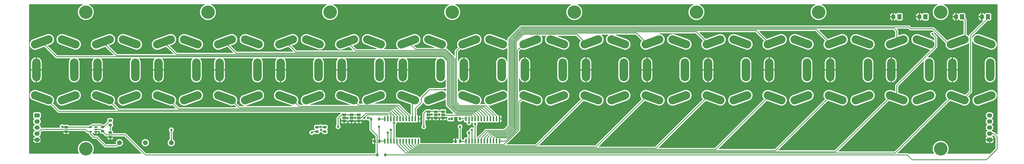
<source format=gbl>
G04 #@! TF.GenerationSoftware,KiCad,Pcbnew,6.0.5+dfsg-1~bpo11+1*
G04 #@! TF.CreationDate,2022-08-13T18:52:41+00:00*
G04 #@! TF.ProjectId,switch_board,73776974-6368-45f6-926f-6172642e6b69,0.1*
G04 #@! TF.SameCoordinates,Original*
G04 #@! TF.FileFunction,Copper,L2,Bot*
G04 #@! TF.FilePolarity,Positive*
%FSLAX46Y46*%
G04 Gerber Fmt 4.6, Leading zero omitted, Abs format (unit mm)*
G04 Created by KiCad (PCBNEW 6.0.5+dfsg-1~bpo11+1) date 2022-08-13 18:52:41*
%MOMM*%
%LPD*%
G01*
G04 APERTURE LIST*
G04 #@! TA.AperFunction,ComponentPad*
%ADD10O,3.500000X9.500000*%
G04 #@! TD*
G04 #@! TA.AperFunction,ComponentPad*
%ADD11C,5.600000*%
G04 #@! TD*
G04 #@! TA.AperFunction,ComponentPad*
%ADD12O,1.740000X2.190000*%
G04 #@! TD*
G04 #@! TA.AperFunction,ComponentPad*
%ADD13O,2.190000X1.740000*%
G04 #@! TD*
G04 #@! TA.AperFunction,ComponentPad*
%ADD14C,2.000000*%
G04 #@! TD*
G04 #@! TA.AperFunction,SMDPad,CuDef*
%ADD15R,0.900000X1.200000*%
G04 #@! TD*
G04 #@! TA.AperFunction,SMDPad,CuDef*
%ADD16R,1.500000X1.000000*%
G04 #@! TD*
G04 #@! TA.AperFunction,ViaPad*
%ADD17C,1.000000*%
G04 #@! TD*
G04 #@! TA.AperFunction,ViaPad*
%ADD18C,0.800000*%
G04 #@! TD*
G04 #@! TA.AperFunction,Conductor*
%ADD19C,0.300000*%
G04 #@! TD*
G04 #@! TA.AperFunction,Conductor*
%ADD20C,0.500000*%
G04 #@! TD*
G04 APERTURE END LIST*
G04 #@! TA.AperFunction,ComponentPad*
G36*
G01*
X250632543Y-141354522D02*
X244994387Y-139302402D01*
G75*
G02*
X243948460Y-137059405I598535J1644462D01*
G01*
X243948460Y-137059405D01*
G75*
G02*
X246191457Y-136013478I1644462J-598535D01*
G01*
X251829613Y-138065598D01*
G75*
G02*
X252875540Y-140308595I-598535J-1644462D01*
G01*
X252875540Y-140308595D01*
G75*
G02*
X250632543Y-141354522I-1644462J598535D01*
G01*
G37*
G04 #@! TD.AperFunction*
D10*
X246126000Y-127000000D03*
G04 #@! TA.AperFunction,ComponentPad*
G36*
G01*
X244994387Y-114697598D02*
X250632543Y-112645478D01*
G75*
G02*
X252875540Y-113691405I598535J-1644462D01*
G01*
X252875540Y-113691405D01*
G75*
G02*
X251829613Y-115934402I-1644462J-598535D01*
G01*
X246191457Y-117986522D01*
G75*
G02*
X243948460Y-116940595I-598535J1644462D01*
G01*
X243948460Y-116940595D01*
G75*
G02*
X244994387Y-114697598I1644462J598535D01*
G01*
G37*
G04 #@! TD.AperFunction*
G04 #@! TA.AperFunction,ComponentPad*
G36*
G01*
X256170387Y-138065598D02*
X261808543Y-136013478D01*
G75*
G02*
X264051540Y-137059405I598535J-1644462D01*
G01*
X264051540Y-137059405D01*
G75*
G02*
X263005613Y-139302402I-1644462J-598535D01*
G01*
X257367457Y-141354522D01*
G75*
G02*
X255124460Y-140308595I-598535J1644462D01*
G01*
X255124460Y-140308595D01*
G75*
G02*
X256170387Y-138065598I1644462J598535D01*
G01*
G37*
G04 #@! TD.AperFunction*
X261874000Y-127000000D03*
G04 #@! TA.AperFunction,ComponentPad*
G36*
G01*
X261808543Y-117986522D02*
X256170387Y-115934402D01*
G75*
G02*
X255124460Y-113691405I598535J1644462D01*
G01*
X255124460Y-113691405D01*
G75*
G02*
X257367457Y-112645478I1644462J-598535D01*
G01*
X263005613Y-114697598D01*
G75*
G02*
X264051540Y-116940595I-598535J-1644462D01*
G01*
X264051540Y-116940595D01*
G75*
G02*
X261808543Y-117986522I-1644462J598535D01*
G01*
G37*
G04 #@! TD.AperFunction*
G04 #@! TA.AperFunction,ComponentPad*
G36*
G01*
X377632543Y-141354522D02*
X371994387Y-139302402D01*
G75*
G02*
X370948460Y-137059405I598535J1644462D01*
G01*
X370948460Y-137059405D01*
G75*
G02*
X373191457Y-136013478I1644462J-598535D01*
G01*
X378829613Y-138065598D01*
G75*
G02*
X379875540Y-140308595I-598535J-1644462D01*
G01*
X379875540Y-140308595D01*
G75*
G02*
X377632543Y-141354522I-1644462J598535D01*
G01*
G37*
G04 #@! TD.AperFunction*
X373126000Y-127000000D03*
G04 #@! TA.AperFunction,ComponentPad*
G36*
G01*
X371994387Y-114697598D02*
X377632543Y-112645478D01*
G75*
G02*
X379875540Y-113691405I598535J-1644462D01*
G01*
X379875540Y-113691405D01*
G75*
G02*
X378829613Y-115934402I-1644462J-598535D01*
G01*
X373191457Y-117986522D01*
G75*
G02*
X370948460Y-116940595I-598535J1644462D01*
G01*
X370948460Y-116940595D01*
G75*
G02*
X371994387Y-114697598I1644462J598535D01*
G01*
G37*
G04 #@! TD.AperFunction*
G04 #@! TA.AperFunction,ComponentPad*
G36*
G01*
X383170387Y-138065598D02*
X388808543Y-136013478D01*
G75*
G02*
X391051540Y-137059405I598535J-1644462D01*
G01*
X391051540Y-137059405D01*
G75*
G02*
X390005613Y-139302402I-1644462J-598535D01*
G01*
X384367457Y-141354522D01*
G75*
G02*
X382124460Y-140308595I-598535J1644462D01*
G01*
X382124460Y-140308595D01*
G75*
G02*
X383170387Y-138065598I1644462J598535D01*
G01*
G37*
G04 #@! TD.AperFunction*
X388874000Y-127000000D03*
G04 #@! TA.AperFunction,ComponentPad*
G36*
G01*
X388808543Y-117986522D02*
X383170387Y-115934402D01*
G75*
G02*
X382124460Y-113691405I598535J1644462D01*
G01*
X382124460Y-113691405D01*
G75*
G02*
X384367457Y-112645478I1644462J-598535D01*
G01*
X390005613Y-114697598D01*
G75*
G02*
X391051540Y-116940595I-598535J-1644462D01*
G01*
X391051540Y-116940595D01*
G75*
G02*
X388808543Y-117986522I-1644462J598535D01*
G01*
G37*
G04 #@! TD.AperFunction*
G04 #@! TA.AperFunction,ComponentPad*
G36*
G01*
X174432543Y-141354522D02*
X168794387Y-139302402D01*
G75*
G02*
X167748460Y-137059405I598535J1644462D01*
G01*
X167748460Y-137059405D01*
G75*
G02*
X169991457Y-136013478I1644462J-598535D01*
G01*
X175629613Y-138065598D01*
G75*
G02*
X176675540Y-140308595I-598535J-1644462D01*
G01*
X176675540Y-140308595D01*
G75*
G02*
X174432543Y-141354522I-1644462J598535D01*
G01*
G37*
G04 #@! TD.AperFunction*
X169926000Y-127000000D03*
G04 #@! TA.AperFunction,ComponentPad*
G36*
G01*
X168794387Y-114697598D02*
X174432543Y-112645478D01*
G75*
G02*
X176675540Y-113691405I598535J-1644462D01*
G01*
X176675540Y-113691405D01*
G75*
G02*
X175629613Y-115934402I-1644462J-598535D01*
G01*
X169991457Y-117986522D01*
G75*
G02*
X167748460Y-116940595I-598535J1644462D01*
G01*
X167748460Y-116940595D01*
G75*
G02*
X168794387Y-114697598I1644462J598535D01*
G01*
G37*
G04 #@! TD.AperFunction*
G04 #@! TA.AperFunction,ComponentPad*
G36*
G01*
X179970387Y-138065598D02*
X185608543Y-136013478D01*
G75*
G02*
X187851540Y-137059405I598535J-1644462D01*
G01*
X187851540Y-137059405D01*
G75*
G02*
X186805613Y-139302402I-1644462J-598535D01*
G01*
X181167457Y-141354522D01*
G75*
G02*
X178924460Y-140308595I-598535J1644462D01*
G01*
X178924460Y-140308595D01*
G75*
G02*
X179970387Y-138065598I1644462J598535D01*
G01*
G37*
G04 #@! TD.AperFunction*
X185674000Y-127000000D03*
G04 #@! TA.AperFunction,ComponentPad*
G36*
G01*
X185608543Y-117986522D02*
X179970387Y-115934402D01*
G75*
G02*
X178924460Y-113691405I598535J1644462D01*
G01*
X178924460Y-113691405D01*
G75*
G02*
X181167457Y-112645478I1644462J-598535D01*
G01*
X186805613Y-114697598D01*
G75*
G02*
X187851540Y-116940595I-598535J-1644462D01*
G01*
X187851540Y-116940595D01*
G75*
G02*
X185608543Y-117986522I-1644462J598535D01*
G01*
G37*
G04 #@! TD.AperFunction*
G04 #@! TA.AperFunction,ComponentPad*
G36*
G01*
X47432543Y-141354522D02*
X41794387Y-139302402D01*
G75*
G02*
X40748460Y-137059405I598535J1644462D01*
G01*
X40748460Y-137059405D01*
G75*
G02*
X42991457Y-136013478I1644462J-598535D01*
G01*
X48629613Y-138065598D01*
G75*
G02*
X49675540Y-140308595I-598535J-1644462D01*
G01*
X49675540Y-140308595D01*
G75*
G02*
X47432543Y-141354522I-1644462J598535D01*
G01*
G37*
G04 #@! TD.AperFunction*
X42926000Y-127000000D03*
G04 #@! TA.AperFunction,ComponentPad*
G36*
G01*
X41794387Y-114697598D02*
X47432543Y-112645478D01*
G75*
G02*
X49675540Y-113691405I598535J-1644462D01*
G01*
X49675540Y-113691405D01*
G75*
G02*
X48629613Y-115934402I-1644462J-598535D01*
G01*
X42991457Y-117986522D01*
G75*
G02*
X40748460Y-116940595I-598535J1644462D01*
G01*
X40748460Y-116940595D01*
G75*
G02*
X41794387Y-114697598I1644462J598535D01*
G01*
G37*
G04 #@! TD.AperFunction*
G04 #@! TA.AperFunction,ComponentPad*
G36*
G01*
X52970387Y-138065598D02*
X58608543Y-136013478D01*
G75*
G02*
X60851540Y-137059405I598535J-1644462D01*
G01*
X60851540Y-137059405D01*
G75*
G02*
X59805613Y-139302402I-1644462J-598535D01*
G01*
X54167457Y-141354522D01*
G75*
G02*
X51924460Y-140308595I-598535J1644462D01*
G01*
X51924460Y-140308595D01*
G75*
G02*
X52970387Y-138065598I1644462J598535D01*
G01*
G37*
G04 #@! TD.AperFunction*
X58674000Y-127000000D03*
G04 #@! TA.AperFunction,ComponentPad*
G36*
G01*
X58608543Y-117986522D02*
X52970387Y-115934402D01*
G75*
G02*
X51924460Y-113691405I598535J1644462D01*
G01*
X51924460Y-113691405D01*
G75*
G02*
X54167457Y-112645478I1644462J-598535D01*
G01*
X59805613Y-114697598D01*
G75*
G02*
X60851540Y-116940595I-598535J-1644462D01*
G01*
X60851540Y-116940595D01*
G75*
G02*
X58608543Y-117986522I-1644462J598535D01*
G01*
G37*
G04 #@! TD.AperFunction*
G04 #@! TA.AperFunction,ComponentPad*
G36*
G01*
X403032543Y-141354522D02*
X397394387Y-139302402D01*
G75*
G02*
X396348460Y-137059405I598535J1644462D01*
G01*
X396348460Y-137059405D01*
G75*
G02*
X398591457Y-136013478I1644462J-598535D01*
G01*
X404229613Y-138065598D01*
G75*
G02*
X405275540Y-140308595I-598535J-1644462D01*
G01*
X405275540Y-140308595D01*
G75*
G02*
X403032543Y-141354522I-1644462J598535D01*
G01*
G37*
G04 #@! TD.AperFunction*
X398526000Y-127000000D03*
G04 #@! TA.AperFunction,ComponentPad*
G36*
G01*
X397394387Y-114697598D02*
X403032543Y-112645478D01*
G75*
G02*
X405275540Y-113691405I598535J-1644462D01*
G01*
X405275540Y-113691405D01*
G75*
G02*
X404229613Y-115934402I-1644462J-598535D01*
G01*
X398591457Y-117986522D01*
G75*
G02*
X396348460Y-116940595I-598535J1644462D01*
G01*
X396348460Y-116940595D01*
G75*
G02*
X397394387Y-114697598I1644462J598535D01*
G01*
G37*
G04 #@! TD.AperFunction*
G04 #@! TA.AperFunction,ComponentPad*
G36*
G01*
X408570387Y-138065598D02*
X414208543Y-136013478D01*
G75*
G02*
X416451540Y-137059405I598535J-1644462D01*
G01*
X416451540Y-137059405D01*
G75*
G02*
X415405613Y-139302402I-1644462J-598535D01*
G01*
X409767457Y-141354522D01*
G75*
G02*
X407524460Y-140308595I-598535J1644462D01*
G01*
X407524460Y-140308595D01*
G75*
G02*
X408570387Y-138065598I1644462J598535D01*
G01*
G37*
G04 #@! TD.AperFunction*
X414274000Y-127000000D03*
G04 #@! TA.AperFunction,ComponentPad*
G36*
G01*
X414208543Y-117986522D02*
X408570387Y-115934402D01*
G75*
G02*
X407524460Y-113691405I598535J1644462D01*
G01*
X407524460Y-113691405D01*
G75*
G02*
X409767457Y-112645478I1644462J-598535D01*
G01*
X415405613Y-114697598D01*
G75*
G02*
X416451540Y-116940595I-598535J-1644462D01*
G01*
X416451540Y-116940595D01*
G75*
G02*
X414208543Y-117986522I-1644462J598535D01*
G01*
G37*
G04 #@! TD.AperFunction*
G04 #@! TA.AperFunction,ComponentPad*
G36*
G01*
X98232543Y-141354522D02*
X92594387Y-139302402D01*
G75*
G02*
X91548460Y-137059405I598535J1644462D01*
G01*
X91548460Y-137059405D01*
G75*
G02*
X93791457Y-136013478I1644462J-598535D01*
G01*
X99429613Y-138065598D01*
G75*
G02*
X100475540Y-140308595I-598535J-1644462D01*
G01*
X100475540Y-140308595D01*
G75*
G02*
X98232543Y-141354522I-1644462J598535D01*
G01*
G37*
G04 #@! TD.AperFunction*
X93726000Y-127000000D03*
G04 #@! TA.AperFunction,ComponentPad*
G36*
G01*
X92594387Y-114697598D02*
X98232543Y-112645478D01*
G75*
G02*
X100475540Y-113691405I598535J-1644462D01*
G01*
X100475540Y-113691405D01*
G75*
G02*
X99429613Y-115934402I-1644462J-598535D01*
G01*
X93791457Y-117986522D01*
G75*
G02*
X91548460Y-116940595I-598535J1644462D01*
G01*
X91548460Y-116940595D01*
G75*
G02*
X92594387Y-114697598I1644462J598535D01*
G01*
G37*
G04 #@! TD.AperFunction*
G04 #@! TA.AperFunction,ComponentPad*
G36*
G01*
X103770387Y-138065598D02*
X109408543Y-136013478D01*
G75*
G02*
X111651540Y-137059405I598535J-1644462D01*
G01*
X111651540Y-137059405D01*
G75*
G02*
X110605613Y-139302402I-1644462J-598535D01*
G01*
X104967457Y-141354522D01*
G75*
G02*
X102724460Y-140308595I-598535J1644462D01*
G01*
X102724460Y-140308595D01*
G75*
G02*
X103770387Y-138065598I1644462J598535D01*
G01*
G37*
G04 #@! TD.AperFunction*
X109474000Y-127000000D03*
G04 #@! TA.AperFunction,ComponentPad*
G36*
G01*
X109408543Y-117986522D02*
X103770387Y-115934402D01*
G75*
G02*
X102724460Y-113691405I598535J1644462D01*
G01*
X102724460Y-113691405D01*
G75*
G02*
X104967457Y-112645478I1644462J-598535D01*
G01*
X110605613Y-114697598D01*
G75*
G02*
X111651540Y-116940595I-598535J-1644462D01*
G01*
X111651540Y-116940595D01*
G75*
G02*
X109408543Y-117986522I-1644462J598535D01*
G01*
G37*
G04 #@! TD.AperFunction*
D11*
X292100000Y-102870000D03*
X38100000Y-160020000D03*
X88900000Y-102870000D03*
X38100000Y-102870000D03*
G04 #@! TA.AperFunction,ComponentPad*
G36*
G01*
X22032543Y-141354522D02*
X16394387Y-139302402D01*
G75*
G02*
X15348460Y-137059405I598535J1644462D01*
G01*
X15348460Y-137059405D01*
G75*
G02*
X17591457Y-136013478I1644462J-598535D01*
G01*
X23229613Y-138065598D01*
G75*
G02*
X24275540Y-140308595I-598535J-1644462D01*
G01*
X24275540Y-140308595D01*
G75*
G02*
X22032543Y-141354522I-1644462J598535D01*
G01*
G37*
G04 #@! TD.AperFunction*
D10*
X17526000Y-127000000D03*
G04 #@! TA.AperFunction,ComponentPad*
G36*
G01*
X16394387Y-114697598D02*
X22032543Y-112645478D01*
G75*
G02*
X24275540Y-113691405I598535J-1644462D01*
G01*
X24275540Y-113691405D01*
G75*
G02*
X23229613Y-115934402I-1644462J-598535D01*
G01*
X17591457Y-117986522D01*
G75*
G02*
X15348460Y-116940595I-598535J1644462D01*
G01*
X15348460Y-116940595D01*
G75*
G02*
X16394387Y-114697598I1644462J598535D01*
G01*
G37*
G04 #@! TD.AperFunction*
G04 #@! TA.AperFunction,ComponentPad*
G36*
G01*
X27570387Y-138065598D02*
X33208543Y-136013478D01*
G75*
G02*
X35451540Y-137059405I598535J-1644462D01*
G01*
X35451540Y-137059405D01*
G75*
G02*
X34405613Y-139302402I-1644462J-598535D01*
G01*
X28767457Y-141354522D01*
G75*
G02*
X26524460Y-140308595I-598535J1644462D01*
G01*
X26524460Y-140308595D01*
G75*
G02*
X27570387Y-138065598I1644462J598535D01*
G01*
G37*
G04 #@! TD.AperFunction*
X33274000Y-127000000D03*
G04 #@! TA.AperFunction,ComponentPad*
G36*
G01*
X33208543Y-117986522D02*
X27570387Y-115934402D01*
G75*
G02*
X26524460Y-113691405I598535J1644462D01*
G01*
X26524460Y-113691405D01*
G75*
G02*
X28767457Y-112645478I1644462J-598535D01*
G01*
X34405613Y-114697598D01*
G75*
G02*
X35451540Y-116940595I-598535J-1644462D01*
G01*
X35451540Y-116940595D01*
G75*
G02*
X33208543Y-117986522I-1644462J598535D01*
G01*
G37*
G04 #@! TD.AperFunction*
G04 #@! TA.AperFunction,ComponentPad*
G36*
G01*
X225232543Y-141354522D02*
X219594387Y-139302402D01*
G75*
G02*
X218548460Y-137059405I598535J1644462D01*
G01*
X218548460Y-137059405D01*
G75*
G02*
X220791457Y-136013478I1644462J-598535D01*
G01*
X226429613Y-138065598D01*
G75*
G02*
X227475540Y-140308595I-598535J-1644462D01*
G01*
X227475540Y-140308595D01*
G75*
G02*
X225232543Y-141354522I-1644462J598535D01*
G01*
G37*
G04 #@! TD.AperFunction*
X220726000Y-127000000D03*
G04 #@! TA.AperFunction,ComponentPad*
G36*
G01*
X219594387Y-114697598D02*
X225232543Y-112645478D01*
G75*
G02*
X227475540Y-113691405I598535J-1644462D01*
G01*
X227475540Y-113691405D01*
G75*
G02*
X226429613Y-115934402I-1644462J-598535D01*
G01*
X220791457Y-117986522D01*
G75*
G02*
X218548460Y-116940595I-598535J1644462D01*
G01*
X218548460Y-116940595D01*
G75*
G02*
X219594387Y-114697598I1644462J598535D01*
G01*
G37*
G04 #@! TD.AperFunction*
G04 #@! TA.AperFunction,ComponentPad*
G36*
G01*
X230770387Y-138065598D02*
X236408543Y-136013478D01*
G75*
G02*
X238651540Y-137059405I598535J-1644462D01*
G01*
X238651540Y-137059405D01*
G75*
G02*
X237605613Y-139302402I-1644462J-598535D01*
G01*
X231967457Y-141354522D01*
G75*
G02*
X229724460Y-140308595I-598535J1644462D01*
G01*
X229724460Y-140308595D01*
G75*
G02*
X230770387Y-138065598I1644462J598535D01*
G01*
G37*
G04 #@! TD.AperFunction*
X236474000Y-127000000D03*
G04 #@! TA.AperFunction,ComponentPad*
G36*
G01*
X236408543Y-117986522D02*
X230770387Y-115934402D01*
G75*
G02*
X229724460Y-113691405I598535J1644462D01*
G01*
X229724460Y-113691405D01*
G75*
G02*
X231967457Y-112645478I1644462J-598535D01*
G01*
X237605613Y-114697598D01*
G75*
G02*
X238651540Y-116940595I-598535J-1644462D01*
G01*
X238651540Y-116940595D01*
G75*
G02*
X236408543Y-117986522I-1644462J598535D01*
G01*
G37*
G04 #@! TD.AperFunction*
G04 #@! TA.AperFunction,ComponentPad*
G36*
G01*
X123632543Y-141354522D02*
X117994387Y-139302402D01*
G75*
G02*
X116948460Y-137059405I598535J1644462D01*
G01*
X116948460Y-137059405D01*
G75*
G02*
X119191457Y-136013478I1644462J-598535D01*
G01*
X124829613Y-138065598D01*
G75*
G02*
X125875540Y-140308595I-598535J-1644462D01*
G01*
X125875540Y-140308595D01*
G75*
G02*
X123632543Y-141354522I-1644462J598535D01*
G01*
G37*
G04 #@! TD.AperFunction*
X119126000Y-127000000D03*
G04 #@! TA.AperFunction,ComponentPad*
G36*
G01*
X117994387Y-114697598D02*
X123632543Y-112645478D01*
G75*
G02*
X125875540Y-113691405I598535J-1644462D01*
G01*
X125875540Y-113691405D01*
G75*
G02*
X124829613Y-115934402I-1644462J-598535D01*
G01*
X119191457Y-117986522D01*
G75*
G02*
X116948460Y-116940595I-598535J1644462D01*
G01*
X116948460Y-116940595D01*
G75*
G02*
X117994387Y-114697598I1644462J598535D01*
G01*
G37*
G04 #@! TD.AperFunction*
G04 #@! TA.AperFunction,ComponentPad*
G36*
G01*
X129170387Y-138065598D02*
X134808543Y-136013478D01*
G75*
G02*
X137051540Y-137059405I598535J-1644462D01*
G01*
X137051540Y-137059405D01*
G75*
G02*
X136005613Y-139302402I-1644462J-598535D01*
G01*
X130367457Y-141354522D01*
G75*
G02*
X128124460Y-140308595I-598535J1644462D01*
G01*
X128124460Y-140308595D01*
G75*
G02*
X129170387Y-138065598I1644462J598535D01*
G01*
G37*
G04 #@! TD.AperFunction*
X134874000Y-127000000D03*
G04 #@! TA.AperFunction,ComponentPad*
G36*
G01*
X134808543Y-117986522D02*
X129170387Y-115934402D01*
G75*
G02*
X128124460Y-113691405I598535J1644462D01*
G01*
X128124460Y-113691405D01*
G75*
G02*
X130367457Y-112645478I1644462J-598535D01*
G01*
X136005613Y-114697598D01*
G75*
G02*
X137051540Y-116940595I-598535J-1644462D01*
G01*
X137051540Y-116940595D01*
G75*
G02*
X134808543Y-117986522I-1644462J598535D01*
G01*
G37*
G04 #@! TD.AperFunction*
G04 #@! TA.AperFunction,ComponentPad*
G36*
G01*
X326832543Y-141354522D02*
X321194387Y-139302402D01*
G75*
G02*
X320148460Y-137059405I598535J1644462D01*
G01*
X320148460Y-137059405D01*
G75*
G02*
X322391457Y-136013478I1644462J-598535D01*
G01*
X328029613Y-138065598D01*
G75*
G02*
X329075540Y-140308595I-598535J-1644462D01*
G01*
X329075540Y-140308595D01*
G75*
G02*
X326832543Y-141354522I-1644462J598535D01*
G01*
G37*
G04 #@! TD.AperFunction*
X322326000Y-127000000D03*
G04 #@! TA.AperFunction,ComponentPad*
G36*
G01*
X321194387Y-114697598D02*
X326832543Y-112645478D01*
G75*
G02*
X329075540Y-113691405I598535J-1644462D01*
G01*
X329075540Y-113691405D01*
G75*
G02*
X328029613Y-115934402I-1644462J-598535D01*
G01*
X322391457Y-117986522D01*
G75*
G02*
X320148460Y-116940595I-598535J1644462D01*
G01*
X320148460Y-116940595D01*
G75*
G02*
X321194387Y-114697598I1644462J598535D01*
G01*
G37*
G04 #@! TD.AperFunction*
G04 #@! TA.AperFunction,ComponentPad*
G36*
G01*
X332370387Y-138065598D02*
X338008543Y-136013478D01*
G75*
G02*
X340251540Y-137059405I598535J-1644462D01*
G01*
X340251540Y-137059405D01*
G75*
G02*
X339205613Y-139302402I-1644462J-598535D01*
G01*
X333567457Y-141354522D01*
G75*
G02*
X331324460Y-140308595I-598535J1644462D01*
G01*
X331324460Y-140308595D01*
G75*
G02*
X332370387Y-138065598I1644462J598535D01*
G01*
G37*
G04 #@! TD.AperFunction*
X338074000Y-127000000D03*
G04 #@! TA.AperFunction,ComponentPad*
G36*
G01*
X338008543Y-117986522D02*
X332370387Y-115934402D01*
G75*
G02*
X331324460Y-113691405I598535J1644462D01*
G01*
X331324460Y-113691405D01*
G75*
G02*
X333567457Y-112645478I1644462J-598535D01*
G01*
X339205613Y-114697598D01*
G75*
G02*
X340251540Y-116940595I-598535J-1644462D01*
G01*
X340251540Y-116940595D01*
G75*
G02*
X338008543Y-117986522I-1644462J598535D01*
G01*
G37*
G04 #@! TD.AperFunction*
D11*
X139700000Y-102870000D03*
G04 #@! TA.AperFunction,ComponentPad*
G36*
G01*
X276032543Y-141354522D02*
X270394387Y-139302402D01*
G75*
G02*
X269348460Y-137059405I598535J1644462D01*
G01*
X269348460Y-137059405D01*
G75*
G02*
X271591457Y-136013478I1644462J-598535D01*
G01*
X277229613Y-138065598D01*
G75*
G02*
X278275540Y-140308595I-598535J-1644462D01*
G01*
X278275540Y-140308595D01*
G75*
G02*
X276032543Y-141354522I-1644462J598535D01*
G01*
G37*
G04 #@! TD.AperFunction*
D10*
X271526000Y-127000000D03*
G04 #@! TA.AperFunction,ComponentPad*
G36*
G01*
X270394387Y-114697598D02*
X276032543Y-112645478D01*
G75*
G02*
X278275540Y-113691405I598535J-1644462D01*
G01*
X278275540Y-113691405D01*
G75*
G02*
X277229613Y-115934402I-1644462J-598535D01*
G01*
X271591457Y-117986522D01*
G75*
G02*
X269348460Y-116940595I-598535J1644462D01*
G01*
X269348460Y-116940595D01*
G75*
G02*
X270394387Y-114697598I1644462J598535D01*
G01*
G37*
G04 #@! TD.AperFunction*
G04 #@! TA.AperFunction,ComponentPad*
G36*
G01*
X281570387Y-138065598D02*
X287208543Y-136013478D01*
G75*
G02*
X289451540Y-137059405I598535J-1644462D01*
G01*
X289451540Y-137059405D01*
G75*
G02*
X288405613Y-139302402I-1644462J-598535D01*
G01*
X282767457Y-141354522D01*
G75*
G02*
X280524460Y-140308595I-598535J1644462D01*
G01*
X280524460Y-140308595D01*
G75*
G02*
X281570387Y-138065598I1644462J598535D01*
G01*
G37*
G04 #@! TD.AperFunction*
X287274000Y-127000000D03*
G04 #@! TA.AperFunction,ComponentPad*
G36*
G01*
X287208543Y-117986522D02*
X281570387Y-115934402D01*
G75*
G02*
X280524460Y-113691405I598535J1644462D01*
G01*
X280524460Y-113691405D01*
G75*
G02*
X282767457Y-112645478I1644462J-598535D01*
G01*
X288405613Y-114697598D01*
G75*
G02*
X289451540Y-116940595I-598535J-1644462D01*
G01*
X289451540Y-116940595D01*
G75*
G02*
X287208543Y-117986522I-1644462J598535D01*
G01*
G37*
G04 #@! TD.AperFunction*
G04 #@! TA.AperFunction,ComponentPad*
G36*
G01*
X149032543Y-141354522D02*
X143394387Y-139302402D01*
G75*
G02*
X142348460Y-137059405I598535J1644462D01*
G01*
X142348460Y-137059405D01*
G75*
G02*
X144591457Y-136013478I1644462J-598535D01*
G01*
X150229613Y-138065598D01*
G75*
G02*
X151275540Y-140308595I-598535J-1644462D01*
G01*
X151275540Y-140308595D01*
G75*
G02*
X149032543Y-141354522I-1644462J598535D01*
G01*
G37*
G04 #@! TD.AperFunction*
X144526000Y-127000000D03*
G04 #@! TA.AperFunction,ComponentPad*
G36*
G01*
X143394387Y-114697598D02*
X149032543Y-112645478D01*
G75*
G02*
X151275540Y-113691405I598535J-1644462D01*
G01*
X151275540Y-113691405D01*
G75*
G02*
X150229613Y-115934402I-1644462J-598535D01*
G01*
X144591457Y-117986522D01*
G75*
G02*
X142348460Y-116940595I-598535J1644462D01*
G01*
X142348460Y-116940595D01*
G75*
G02*
X143394387Y-114697598I1644462J598535D01*
G01*
G37*
G04 #@! TD.AperFunction*
G04 #@! TA.AperFunction,ComponentPad*
G36*
G01*
X154570387Y-138065598D02*
X160208543Y-136013478D01*
G75*
G02*
X162451540Y-137059405I598535J-1644462D01*
G01*
X162451540Y-137059405D01*
G75*
G02*
X161405613Y-139302402I-1644462J-598535D01*
G01*
X155767457Y-141354522D01*
G75*
G02*
X153524460Y-140308595I-598535J1644462D01*
G01*
X153524460Y-140308595D01*
G75*
G02*
X154570387Y-138065598I1644462J598535D01*
G01*
G37*
G04 #@! TD.AperFunction*
X160274000Y-127000000D03*
G04 #@! TA.AperFunction,ComponentPad*
G36*
G01*
X160208543Y-117986522D02*
X154570387Y-115934402D01*
G75*
G02*
X153524460Y-113691405I598535J1644462D01*
G01*
X153524460Y-113691405D01*
G75*
G02*
X155767457Y-112645478I1644462J-598535D01*
G01*
X161405613Y-114697598D01*
G75*
G02*
X162451540Y-116940595I-598535J-1644462D01*
G01*
X162451540Y-116940595D01*
G75*
G02*
X160208543Y-117986522I-1644462J598535D01*
G01*
G37*
G04 #@! TD.AperFunction*
G04 #@! TA.AperFunction,ComponentPad*
G36*
G01*
X301432543Y-141354522D02*
X295794387Y-139302402D01*
G75*
G02*
X294748460Y-137059405I598535J1644462D01*
G01*
X294748460Y-137059405D01*
G75*
G02*
X296991457Y-136013478I1644462J-598535D01*
G01*
X302629613Y-138065598D01*
G75*
G02*
X303675540Y-140308595I-598535J-1644462D01*
G01*
X303675540Y-140308595D01*
G75*
G02*
X301432543Y-141354522I-1644462J598535D01*
G01*
G37*
G04 #@! TD.AperFunction*
X296926000Y-127000000D03*
G04 #@! TA.AperFunction,ComponentPad*
G36*
G01*
X295794387Y-114697598D02*
X301432543Y-112645478D01*
G75*
G02*
X303675540Y-113691405I598535J-1644462D01*
G01*
X303675540Y-113691405D01*
G75*
G02*
X302629613Y-115934402I-1644462J-598535D01*
G01*
X296991457Y-117986522D01*
G75*
G02*
X294748460Y-116940595I-598535J1644462D01*
G01*
X294748460Y-116940595D01*
G75*
G02*
X295794387Y-114697598I1644462J598535D01*
G01*
G37*
G04 #@! TD.AperFunction*
G04 #@! TA.AperFunction,ComponentPad*
G36*
G01*
X306970387Y-138065598D02*
X312608543Y-136013478D01*
G75*
G02*
X314851540Y-137059405I598535J-1644462D01*
G01*
X314851540Y-137059405D01*
G75*
G02*
X313805613Y-139302402I-1644462J-598535D01*
G01*
X308167457Y-141354522D01*
G75*
G02*
X305924460Y-140308595I-598535J1644462D01*
G01*
X305924460Y-140308595D01*
G75*
G02*
X306970387Y-138065598I1644462J598535D01*
G01*
G37*
G04 #@! TD.AperFunction*
X312674000Y-127000000D03*
G04 #@! TA.AperFunction,ComponentPad*
G36*
G01*
X312608543Y-117986522D02*
X306970387Y-115934402D01*
G75*
G02*
X305924460Y-113691405I598535J1644462D01*
G01*
X305924460Y-113691405D01*
G75*
G02*
X308167457Y-112645478I1644462J-598535D01*
G01*
X313805613Y-114697598D01*
G75*
G02*
X314851540Y-116940595I-598535J-1644462D01*
G01*
X314851540Y-116940595D01*
G75*
G02*
X312608543Y-117986522I-1644462J598535D01*
G01*
G37*
G04 #@! TD.AperFunction*
G04 #@! TA.AperFunction,ComponentPad*
G36*
G01*
X199832543Y-141354522D02*
X194194387Y-139302402D01*
G75*
G02*
X193148460Y-137059405I598535J1644462D01*
G01*
X193148460Y-137059405D01*
G75*
G02*
X195391457Y-136013478I1644462J-598535D01*
G01*
X201029613Y-138065598D01*
G75*
G02*
X202075540Y-140308595I-598535J-1644462D01*
G01*
X202075540Y-140308595D01*
G75*
G02*
X199832543Y-141354522I-1644462J598535D01*
G01*
G37*
G04 #@! TD.AperFunction*
X195326000Y-127000000D03*
G04 #@! TA.AperFunction,ComponentPad*
G36*
G01*
X194194387Y-114697598D02*
X199832543Y-112645478D01*
G75*
G02*
X202075540Y-113691405I598535J-1644462D01*
G01*
X202075540Y-113691405D01*
G75*
G02*
X201029613Y-115934402I-1644462J-598535D01*
G01*
X195391457Y-117986522D01*
G75*
G02*
X193148460Y-116940595I-598535J1644462D01*
G01*
X193148460Y-116940595D01*
G75*
G02*
X194194387Y-114697598I1644462J598535D01*
G01*
G37*
G04 #@! TD.AperFunction*
G04 #@! TA.AperFunction,ComponentPad*
G36*
G01*
X205370387Y-138065598D02*
X211008543Y-136013478D01*
G75*
G02*
X213251540Y-137059405I598535J-1644462D01*
G01*
X213251540Y-137059405D01*
G75*
G02*
X212205613Y-139302402I-1644462J-598535D01*
G01*
X206567457Y-141354522D01*
G75*
G02*
X204324460Y-140308595I-598535J1644462D01*
G01*
X204324460Y-140308595D01*
G75*
G02*
X205370387Y-138065598I1644462J598535D01*
G01*
G37*
G04 #@! TD.AperFunction*
X211074000Y-127000000D03*
G04 #@! TA.AperFunction,ComponentPad*
G36*
G01*
X211008543Y-117986522D02*
X205370387Y-115934402D01*
G75*
G02*
X204324460Y-113691405I598535J1644462D01*
G01*
X204324460Y-113691405D01*
G75*
G02*
X206567457Y-112645478I1644462J-598535D01*
G01*
X212205613Y-114697598D01*
G75*
G02*
X213251540Y-116940595I-598535J-1644462D01*
G01*
X213251540Y-116940595D01*
G75*
G02*
X211008543Y-117986522I-1644462J598535D01*
G01*
G37*
G04 #@! TD.AperFunction*
D11*
X342900000Y-102870000D03*
G04 #@! TA.AperFunction,ComponentPad*
G36*
G01*
X72832543Y-141354522D02*
X67194387Y-139302402D01*
G75*
G02*
X66148460Y-137059405I598535J1644462D01*
G01*
X66148460Y-137059405D01*
G75*
G02*
X68391457Y-136013478I1644462J-598535D01*
G01*
X74029613Y-138065598D01*
G75*
G02*
X75075540Y-140308595I-598535J-1644462D01*
G01*
X75075540Y-140308595D01*
G75*
G02*
X72832543Y-141354522I-1644462J598535D01*
G01*
G37*
G04 #@! TD.AperFunction*
D10*
X68326000Y-127000000D03*
G04 #@! TA.AperFunction,ComponentPad*
G36*
G01*
X67194387Y-114697598D02*
X72832543Y-112645478D01*
G75*
G02*
X75075540Y-113691405I598535J-1644462D01*
G01*
X75075540Y-113691405D01*
G75*
G02*
X74029613Y-115934402I-1644462J-598535D01*
G01*
X68391457Y-117986522D01*
G75*
G02*
X66148460Y-116940595I-598535J1644462D01*
G01*
X66148460Y-116940595D01*
G75*
G02*
X67194387Y-114697598I1644462J598535D01*
G01*
G37*
G04 #@! TD.AperFunction*
G04 #@! TA.AperFunction,ComponentPad*
G36*
G01*
X78370387Y-138065598D02*
X84008543Y-136013478D01*
G75*
G02*
X86251540Y-137059405I598535J-1644462D01*
G01*
X86251540Y-137059405D01*
G75*
G02*
X85205613Y-139302402I-1644462J-598535D01*
G01*
X79567457Y-141354522D01*
G75*
G02*
X77324460Y-140308595I-598535J1644462D01*
G01*
X77324460Y-140308595D01*
G75*
G02*
X78370387Y-138065598I1644462J598535D01*
G01*
G37*
G04 #@! TD.AperFunction*
X84074000Y-127000000D03*
G04 #@! TA.AperFunction,ComponentPad*
G36*
G01*
X84008543Y-117986522D02*
X78370387Y-115934402D01*
G75*
G02*
X77324460Y-113691405I598535J1644462D01*
G01*
X77324460Y-113691405D01*
G75*
G02*
X79567457Y-112645478I1644462J-598535D01*
G01*
X85205613Y-114697598D01*
G75*
G02*
X86251540Y-116940595I-598535J-1644462D01*
G01*
X86251540Y-116940595D01*
G75*
G02*
X84008543Y-117986522I-1644462J598535D01*
G01*
G37*
G04 #@! TD.AperFunction*
G04 #@! TA.AperFunction,ComponentPad*
G36*
G01*
X352232543Y-141354522D02*
X346594387Y-139302402D01*
G75*
G02*
X345548460Y-137059405I598535J1644462D01*
G01*
X345548460Y-137059405D01*
G75*
G02*
X347791457Y-136013478I1644462J-598535D01*
G01*
X353429613Y-138065598D01*
G75*
G02*
X354475540Y-140308595I-598535J-1644462D01*
G01*
X354475540Y-140308595D01*
G75*
G02*
X352232543Y-141354522I-1644462J598535D01*
G01*
G37*
G04 #@! TD.AperFunction*
X347726000Y-127000000D03*
G04 #@! TA.AperFunction,ComponentPad*
G36*
G01*
X346594387Y-114697598D02*
X352232543Y-112645478D01*
G75*
G02*
X354475540Y-113691405I598535J-1644462D01*
G01*
X354475540Y-113691405D01*
G75*
G02*
X353429613Y-115934402I-1644462J-598535D01*
G01*
X347791457Y-117986522D01*
G75*
G02*
X345548460Y-116940595I-598535J1644462D01*
G01*
X345548460Y-116940595D01*
G75*
G02*
X346594387Y-114697598I1644462J598535D01*
G01*
G37*
G04 #@! TD.AperFunction*
G04 #@! TA.AperFunction,ComponentPad*
G36*
G01*
X357770387Y-138065598D02*
X363408543Y-136013478D01*
G75*
G02*
X365651540Y-137059405I598535J-1644462D01*
G01*
X365651540Y-137059405D01*
G75*
G02*
X364605613Y-139302402I-1644462J-598535D01*
G01*
X358967457Y-141354522D01*
G75*
G02*
X356724460Y-140308595I-598535J1644462D01*
G01*
X356724460Y-140308595D01*
G75*
G02*
X357770387Y-138065598I1644462J598535D01*
G01*
G37*
G04 #@! TD.AperFunction*
X363474000Y-127000000D03*
G04 #@! TA.AperFunction,ComponentPad*
G36*
G01*
X363408543Y-117986522D02*
X357770387Y-115934402D01*
G75*
G02*
X356724460Y-113691405I598535J1644462D01*
G01*
X356724460Y-113691405D01*
G75*
G02*
X358967457Y-112645478I1644462J-598535D01*
G01*
X364605613Y-114697598D01*
G75*
G02*
X365651540Y-116940595I-598535J-1644462D01*
G01*
X365651540Y-116940595D01*
G75*
G02*
X363408543Y-117986522I-1644462J598535D01*
G01*
G37*
G04 #@! TD.AperFunction*
D11*
X241300000Y-102870000D03*
X393700000Y-102870000D03*
X190500000Y-102870000D03*
X393700000Y-160020000D03*
G04 #@! TA.AperFunction,ComponentPad*
G36*
G01*
X403460000Y-103950000D02*
X403460000Y-105640000D01*
G75*
G02*
X403210000Y-105890000I-250000J0D01*
G01*
X401970000Y-105890000D01*
G75*
G02*
X401720000Y-105640000I0J250000D01*
G01*
X401720000Y-103950000D01*
G75*
G02*
X401970000Y-103700000I250000J0D01*
G01*
X403210000Y-103700000D01*
G75*
G02*
X403460000Y-103950000I0J-250000D01*
G01*
G37*
G04 #@! TD.AperFunction*
D12*
X400050000Y-104795000D03*
G04 #@! TA.AperFunction,ComponentPad*
G36*
G01*
X16935000Y-145180000D02*
X18625000Y-145180000D01*
G75*
G02*
X18875000Y-145430000I0J-250000D01*
G01*
X18875000Y-146670000D01*
G75*
G02*
X18625000Y-146920000I-250000J0D01*
G01*
X16935000Y-146920000D01*
G75*
G02*
X16685000Y-146670000I0J250000D01*
G01*
X16685000Y-145430000D01*
G75*
G02*
X16935000Y-145180000I250000J0D01*
G01*
G37*
G04 #@! TD.AperFunction*
D13*
X17780000Y-148590000D03*
X17780000Y-151130000D03*
X17780000Y-153670000D03*
X17780000Y-156210000D03*
G04 #@! TA.AperFunction,SMDPad,CuDef*
G36*
G01*
X133789000Y-150467000D02*
X134689000Y-150467000D01*
G75*
G02*
X134939000Y-150717000I0J-250000D01*
G01*
X134939000Y-151242000D01*
G75*
G02*
X134689000Y-151492000I-250000J0D01*
G01*
X133789000Y-151492000D01*
G75*
G02*
X133539000Y-151242000I0J250000D01*
G01*
X133539000Y-150717000D01*
G75*
G02*
X133789000Y-150467000I250000J0D01*
G01*
G37*
G04 #@! TD.AperFunction*
G04 #@! TA.AperFunction,SMDPad,CuDef*
G36*
G01*
X133789000Y-152292000D02*
X134689000Y-152292000D01*
G75*
G02*
X134939000Y-152542000I0J-250000D01*
G01*
X134939000Y-153067000D01*
G75*
G02*
X134689000Y-153317000I-250000J0D01*
G01*
X133789000Y-153317000D01*
G75*
G02*
X133539000Y-153067000I0J250000D01*
G01*
X133539000Y-152542000D01*
G75*
G02*
X133789000Y-152292000I250000J0D01*
G01*
G37*
G04 #@! TD.AperFunction*
D14*
X62865000Y-157480000D03*
G04 #@! TA.AperFunction,SMDPad,CuDef*
G36*
G01*
X160682600Y-156370000D02*
X160682600Y-157320000D01*
G75*
G02*
X160432600Y-157570000I-250000J0D01*
G01*
X159932600Y-157570000D01*
G75*
G02*
X159682600Y-157320000I0J250000D01*
G01*
X159682600Y-156370000D01*
G75*
G02*
X159932600Y-156120000I250000J0D01*
G01*
X160432600Y-156120000D01*
G75*
G02*
X160682600Y-156370000I0J-250000D01*
G01*
G37*
G04 #@! TD.AperFunction*
G04 #@! TA.AperFunction,SMDPad,CuDef*
G36*
G01*
X158782600Y-156370000D02*
X158782600Y-157320000D01*
G75*
G02*
X158532600Y-157570000I-250000J0D01*
G01*
X158032600Y-157570000D01*
G75*
G02*
X157782600Y-157320000I0J250000D01*
G01*
X157782600Y-156370000D01*
G75*
G02*
X158032600Y-156120000I250000J0D01*
G01*
X158532600Y-156120000D01*
G75*
G02*
X158782600Y-156370000I0J-250000D01*
G01*
G37*
G04 #@! TD.AperFunction*
G04 #@! TA.AperFunction,SMDPad,CuDef*
G36*
G01*
X196065000Y-146471000D02*
X196365000Y-146471000D01*
G75*
G02*
X196515000Y-146621000I0J-150000D01*
G01*
X196515000Y-148371000D01*
G75*
G02*
X196365000Y-148521000I-150000J0D01*
G01*
X196065000Y-148521000D01*
G75*
G02*
X195915000Y-148371000I0J150000D01*
G01*
X195915000Y-146621000D01*
G75*
G02*
X196065000Y-146471000I150000J0D01*
G01*
G37*
G04 #@! TD.AperFunction*
G04 #@! TA.AperFunction,SMDPad,CuDef*
G36*
G01*
X197335000Y-146471000D02*
X197635000Y-146471000D01*
G75*
G02*
X197785000Y-146621000I0J-150000D01*
G01*
X197785000Y-148371000D01*
G75*
G02*
X197635000Y-148521000I-150000J0D01*
G01*
X197335000Y-148521000D01*
G75*
G02*
X197185000Y-148371000I0J150000D01*
G01*
X197185000Y-146621000D01*
G75*
G02*
X197335000Y-146471000I150000J0D01*
G01*
G37*
G04 #@! TD.AperFunction*
G04 #@! TA.AperFunction,SMDPad,CuDef*
G36*
G01*
X198605000Y-146471000D02*
X198905000Y-146471000D01*
G75*
G02*
X199055000Y-146621000I0J-150000D01*
G01*
X199055000Y-148371000D01*
G75*
G02*
X198905000Y-148521000I-150000J0D01*
G01*
X198605000Y-148521000D01*
G75*
G02*
X198455000Y-148371000I0J150000D01*
G01*
X198455000Y-146621000D01*
G75*
G02*
X198605000Y-146471000I150000J0D01*
G01*
G37*
G04 #@! TD.AperFunction*
G04 #@! TA.AperFunction,SMDPad,CuDef*
G36*
G01*
X199875000Y-146471000D02*
X200175000Y-146471000D01*
G75*
G02*
X200325000Y-146621000I0J-150000D01*
G01*
X200325000Y-148371000D01*
G75*
G02*
X200175000Y-148521000I-150000J0D01*
G01*
X199875000Y-148521000D01*
G75*
G02*
X199725000Y-148371000I0J150000D01*
G01*
X199725000Y-146621000D01*
G75*
G02*
X199875000Y-146471000I150000J0D01*
G01*
G37*
G04 #@! TD.AperFunction*
G04 #@! TA.AperFunction,SMDPad,CuDef*
G36*
G01*
X201145000Y-146471000D02*
X201445000Y-146471000D01*
G75*
G02*
X201595000Y-146621000I0J-150000D01*
G01*
X201595000Y-148371000D01*
G75*
G02*
X201445000Y-148521000I-150000J0D01*
G01*
X201145000Y-148521000D01*
G75*
G02*
X200995000Y-148371000I0J150000D01*
G01*
X200995000Y-146621000D01*
G75*
G02*
X201145000Y-146471000I150000J0D01*
G01*
G37*
G04 #@! TD.AperFunction*
G04 #@! TA.AperFunction,SMDPad,CuDef*
G36*
G01*
X202415000Y-146471000D02*
X202715000Y-146471000D01*
G75*
G02*
X202865000Y-146621000I0J-150000D01*
G01*
X202865000Y-148371000D01*
G75*
G02*
X202715000Y-148521000I-150000J0D01*
G01*
X202415000Y-148521000D01*
G75*
G02*
X202265000Y-148371000I0J150000D01*
G01*
X202265000Y-146621000D01*
G75*
G02*
X202415000Y-146471000I150000J0D01*
G01*
G37*
G04 #@! TD.AperFunction*
G04 #@! TA.AperFunction,SMDPad,CuDef*
G36*
G01*
X203685000Y-146471000D02*
X203985000Y-146471000D01*
G75*
G02*
X204135000Y-146621000I0J-150000D01*
G01*
X204135000Y-148371000D01*
G75*
G02*
X203985000Y-148521000I-150000J0D01*
G01*
X203685000Y-148521000D01*
G75*
G02*
X203535000Y-148371000I0J150000D01*
G01*
X203535000Y-146621000D01*
G75*
G02*
X203685000Y-146471000I150000J0D01*
G01*
G37*
G04 #@! TD.AperFunction*
G04 #@! TA.AperFunction,SMDPad,CuDef*
G36*
G01*
X204955000Y-146471000D02*
X205255000Y-146471000D01*
G75*
G02*
X205405000Y-146621000I0J-150000D01*
G01*
X205405000Y-148371000D01*
G75*
G02*
X205255000Y-148521000I-150000J0D01*
G01*
X204955000Y-148521000D01*
G75*
G02*
X204805000Y-148371000I0J150000D01*
G01*
X204805000Y-146621000D01*
G75*
G02*
X204955000Y-146471000I150000J0D01*
G01*
G37*
G04 #@! TD.AperFunction*
G04 #@! TA.AperFunction,SMDPad,CuDef*
G36*
G01*
X206225000Y-146471000D02*
X206525000Y-146471000D01*
G75*
G02*
X206675000Y-146621000I0J-150000D01*
G01*
X206675000Y-148371000D01*
G75*
G02*
X206525000Y-148521000I-150000J0D01*
G01*
X206225000Y-148521000D01*
G75*
G02*
X206075000Y-148371000I0J150000D01*
G01*
X206075000Y-146621000D01*
G75*
G02*
X206225000Y-146471000I150000J0D01*
G01*
G37*
G04 #@! TD.AperFunction*
G04 #@! TA.AperFunction,SMDPad,CuDef*
G36*
G01*
X207495000Y-146471000D02*
X207795000Y-146471000D01*
G75*
G02*
X207945000Y-146621000I0J-150000D01*
G01*
X207945000Y-148371000D01*
G75*
G02*
X207795000Y-148521000I-150000J0D01*
G01*
X207495000Y-148521000D01*
G75*
G02*
X207345000Y-148371000I0J150000D01*
G01*
X207345000Y-146621000D01*
G75*
G02*
X207495000Y-146471000I150000J0D01*
G01*
G37*
G04 #@! TD.AperFunction*
G04 #@! TA.AperFunction,SMDPad,CuDef*
G36*
G01*
X208765000Y-146471000D02*
X209065000Y-146471000D01*
G75*
G02*
X209215000Y-146621000I0J-150000D01*
G01*
X209215000Y-148371000D01*
G75*
G02*
X209065000Y-148521000I-150000J0D01*
G01*
X208765000Y-148521000D01*
G75*
G02*
X208615000Y-148371000I0J150000D01*
G01*
X208615000Y-146621000D01*
G75*
G02*
X208765000Y-146471000I150000J0D01*
G01*
G37*
G04 #@! TD.AperFunction*
G04 #@! TA.AperFunction,SMDPad,CuDef*
G36*
G01*
X210035000Y-146471000D02*
X210335000Y-146471000D01*
G75*
G02*
X210485000Y-146621000I0J-150000D01*
G01*
X210485000Y-148371000D01*
G75*
G02*
X210335000Y-148521000I-150000J0D01*
G01*
X210035000Y-148521000D01*
G75*
G02*
X209885000Y-148371000I0J150000D01*
G01*
X209885000Y-146621000D01*
G75*
G02*
X210035000Y-146471000I150000J0D01*
G01*
G37*
G04 #@! TD.AperFunction*
G04 #@! TA.AperFunction,SMDPad,CuDef*
G36*
G01*
X210035000Y-155771000D02*
X210335000Y-155771000D01*
G75*
G02*
X210485000Y-155921000I0J-150000D01*
G01*
X210485000Y-157671000D01*
G75*
G02*
X210335000Y-157821000I-150000J0D01*
G01*
X210035000Y-157821000D01*
G75*
G02*
X209885000Y-157671000I0J150000D01*
G01*
X209885000Y-155921000D01*
G75*
G02*
X210035000Y-155771000I150000J0D01*
G01*
G37*
G04 #@! TD.AperFunction*
G04 #@! TA.AperFunction,SMDPad,CuDef*
G36*
G01*
X208765000Y-155771000D02*
X209065000Y-155771000D01*
G75*
G02*
X209215000Y-155921000I0J-150000D01*
G01*
X209215000Y-157671000D01*
G75*
G02*
X209065000Y-157821000I-150000J0D01*
G01*
X208765000Y-157821000D01*
G75*
G02*
X208615000Y-157671000I0J150000D01*
G01*
X208615000Y-155921000D01*
G75*
G02*
X208765000Y-155771000I150000J0D01*
G01*
G37*
G04 #@! TD.AperFunction*
G04 #@! TA.AperFunction,SMDPad,CuDef*
G36*
G01*
X207495000Y-155771000D02*
X207795000Y-155771000D01*
G75*
G02*
X207945000Y-155921000I0J-150000D01*
G01*
X207945000Y-157671000D01*
G75*
G02*
X207795000Y-157821000I-150000J0D01*
G01*
X207495000Y-157821000D01*
G75*
G02*
X207345000Y-157671000I0J150000D01*
G01*
X207345000Y-155921000D01*
G75*
G02*
X207495000Y-155771000I150000J0D01*
G01*
G37*
G04 #@! TD.AperFunction*
G04 #@! TA.AperFunction,SMDPad,CuDef*
G36*
G01*
X206225000Y-155771000D02*
X206525000Y-155771000D01*
G75*
G02*
X206675000Y-155921000I0J-150000D01*
G01*
X206675000Y-157671000D01*
G75*
G02*
X206525000Y-157821000I-150000J0D01*
G01*
X206225000Y-157821000D01*
G75*
G02*
X206075000Y-157671000I0J150000D01*
G01*
X206075000Y-155921000D01*
G75*
G02*
X206225000Y-155771000I150000J0D01*
G01*
G37*
G04 #@! TD.AperFunction*
G04 #@! TA.AperFunction,SMDPad,CuDef*
G36*
G01*
X204955000Y-155771000D02*
X205255000Y-155771000D01*
G75*
G02*
X205405000Y-155921000I0J-150000D01*
G01*
X205405000Y-157671000D01*
G75*
G02*
X205255000Y-157821000I-150000J0D01*
G01*
X204955000Y-157821000D01*
G75*
G02*
X204805000Y-157671000I0J150000D01*
G01*
X204805000Y-155921000D01*
G75*
G02*
X204955000Y-155771000I150000J0D01*
G01*
G37*
G04 #@! TD.AperFunction*
G04 #@! TA.AperFunction,SMDPad,CuDef*
G36*
G01*
X203685000Y-155771000D02*
X203985000Y-155771000D01*
G75*
G02*
X204135000Y-155921000I0J-150000D01*
G01*
X204135000Y-157671000D01*
G75*
G02*
X203985000Y-157821000I-150000J0D01*
G01*
X203685000Y-157821000D01*
G75*
G02*
X203535000Y-157671000I0J150000D01*
G01*
X203535000Y-155921000D01*
G75*
G02*
X203685000Y-155771000I150000J0D01*
G01*
G37*
G04 #@! TD.AperFunction*
G04 #@! TA.AperFunction,SMDPad,CuDef*
G36*
G01*
X202415000Y-155771000D02*
X202715000Y-155771000D01*
G75*
G02*
X202865000Y-155921000I0J-150000D01*
G01*
X202865000Y-157671000D01*
G75*
G02*
X202715000Y-157821000I-150000J0D01*
G01*
X202415000Y-157821000D01*
G75*
G02*
X202265000Y-157671000I0J150000D01*
G01*
X202265000Y-155921000D01*
G75*
G02*
X202415000Y-155771000I150000J0D01*
G01*
G37*
G04 #@! TD.AperFunction*
G04 #@! TA.AperFunction,SMDPad,CuDef*
G36*
G01*
X201145000Y-155771000D02*
X201445000Y-155771000D01*
G75*
G02*
X201595000Y-155921000I0J-150000D01*
G01*
X201595000Y-157671000D01*
G75*
G02*
X201445000Y-157821000I-150000J0D01*
G01*
X201145000Y-157821000D01*
G75*
G02*
X200995000Y-157671000I0J150000D01*
G01*
X200995000Y-155921000D01*
G75*
G02*
X201145000Y-155771000I150000J0D01*
G01*
G37*
G04 #@! TD.AperFunction*
G04 #@! TA.AperFunction,SMDPad,CuDef*
G36*
G01*
X199875000Y-155771000D02*
X200175000Y-155771000D01*
G75*
G02*
X200325000Y-155921000I0J-150000D01*
G01*
X200325000Y-157671000D01*
G75*
G02*
X200175000Y-157821000I-150000J0D01*
G01*
X199875000Y-157821000D01*
G75*
G02*
X199725000Y-157671000I0J150000D01*
G01*
X199725000Y-155921000D01*
G75*
G02*
X199875000Y-155771000I150000J0D01*
G01*
G37*
G04 #@! TD.AperFunction*
G04 #@! TA.AperFunction,SMDPad,CuDef*
G36*
G01*
X198605000Y-155771000D02*
X198905000Y-155771000D01*
G75*
G02*
X199055000Y-155921000I0J-150000D01*
G01*
X199055000Y-157671000D01*
G75*
G02*
X198905000Y-157821000I-150000J0D01*
G01*
X198605000Y-157821000D01*
G75*
G02*
X198455000Y-157671000I0J150000D01*
G01*
X198455000Y-155921000D01*
G75*
G02*
X198605000Y-155771000I150000J0D01*
G01*
G37*
G04 #@! TD.AperFunction*
G04 #@! TA.AperFunction,SMDPad,CuDef*
G36*
G01*
X197335000Y-155771000D02*
X197635000Y-155771000D01*
G75*
G02*
X197785000Y-155921000I0J-150000D01*
G01*
X197785000Y-157671000D01*
G75*
G02*
X197635000Y-157821000I-150000J0D01*
G01*
X197335000Y-157821000D01*
G75*
G02*
X197185000Y-157671000I0J150000D01*
G01*
X197185000Y-155921000D01*
G75*
G02*
X197335000Y-155771000I150000J0D01*
G01*
G37*
G04 #@! TD.AperFunction*
G04 #@! TA.AperFunction,SMDPad,CuDef*
G36*
G01*
X196065000Y-155771000D02*
X196365000Y-155771000D01*
G75*
G02*
X196515000Y-155921000I0J-150000D01*
G01*
X196515000Y-157671000D01*
G75*
G02*
X196365000Y-157821000I-150000J0D01*
G01*
X196065000Y-157821000D01*
G75*
G02*
X195915000Y-157671000I0J150000D01*
G01*
X195915000Y-155921000D01*
G75*
G02*
X196065000Y-155771000I150000J0D01*
G01*
G37*
G04 #@! TD.AperFunction*
G04 #@! TA.AperFunction,SMDPad,CuDef*
G36*
G01*
X162333800Y-146471000D02*
X162633800Y-146471000D01*
G75*
G02*
X162783800Y-146621000I0J-150000D01*
G01*
X162783800Y-148371000D01*
G75*
G02*
X162633800Y-148521000I-150000J0D01*
G01*
X162333800Y-148521000D01*
G75*
G02*
X162183800Y-148371000I0J150000D01*
G01*
X162183800Y-146621000D01*
G75*
G02*
X162333800Y-146471000I150000J0D01*
G01*
G37*
G04 #@! TD.AperFunction*
G04 #@! TA.AperFunction,SMDPad,CuDef*
G36*
G01*
X163603800Y-146471000D02*
X163903800Y-146471000D01*
G75*
G02*
X164053800Y-146621000I0J-150000D01*
G01*
X164053800Y-148371000D01*
G75*
G02*
X163903800Y-148521000I-150000J0D01*
G01*
X163603800Y-148521000D01*
G75*
G02*
X163453800Y-148371000I0J150000D01*
G01*
X163453800Y-146621000D01*
G75*
G02*
X163603800Y-146471000I150000J0D01*
G01*
G37*
G04 #@! TD.AperFunction*
G04 #@! TA.AperFunction,SMDPad,CuDef*
G36*
G01*
X164873800Y-146471000D02*
X165173800Y-146471000D01*
G75*
G02*
X165323800Y-146621000I0J-150000D01*
G01*
X165323800Y-148371000D01*
G75*
G02*
X165173800Y-148521000I-150000J0D01*
G01*
X164873800Y-148521000D01*
G75*
G02*
X164723800Y-148371000I0J150000D01*
G01*
X164723800Y-146621000D01*
G75*
G02*
X164873800Y-146471000I150000J0D01*
G01*
G37*
G04 #@! TD.AperFunction*
G04 #@! TA.AperFunction,SMDPad,CuDef*
G36*
G01*
X166143800Y-146471000D02*
X166443800Y-146471000D01*
G75*
G02*
X166593800Y-146621000I0J-150000D01*
G01*
X166593800Y-148371000D01*
G75*
G02*
X166443800Y-148521000I-150000J0D01*
G01*
X166143800Y-148521000D01*
G75*
G02*
X165993800Y-148371000I0J150000D01*
G01*
X165993800Y-146621000D01*
G75*
G02*
X166143800Y-146471000I150000J0D01*
G01*
G37*
G04 #@! TD.AperFunction*
G04 #@! TA.AperFunction,SMDPad,CuDef*
G36*
G01*
X167413800Y-146471000D02*
X167713800Y-146471000D01*
G75*
G02*
X167863800Y-146621000I0J-150000D01*
G01*
X167863800Y-148371000D01*
G75*
G02*
X167713800Y-148521000I-150000J0D01*
G01*
X167413800Y-148521000D01*
G75*
G02*
X167263800Y-148371000I0J150000D01*
G01*
X167263800Y-146621000D01*
G75*
G02*
X167413800Y-146471000I150000J0D01*
G01*
G37*
G04 #@! TD.AperFunction*
G04 #@! TA.AperFunction,SMDPad,CuDef*
G36*
G01*
X168683800Y-146471000D02*
X168983800Y-146471000D01*
G75*
G02*
X169133800Y-146621000I0J-150000D01*
G01*
X169133800Y-148371000D01*
G75*
G02*
X168983800Y-148521000I-150000J0D01*
G01*
X168683800Y-148521000D01*
G75*
G02*
X168533800Y-148371000I0J150000D01*
G01*
X168533800Y-146621000D01*
G75*
G02*
X168683800Y-146471000I150000J0D01*
G01*
G37*
G04 #@! TD.AperFunction*
G04 #@! TA.AperFunction,SMDPad,CuDef*
G36*
G01*
X169953800Y-146471000D02*
X170253800Y-146471000D01*
G75*
G02*
X170403800Y-146621000I0J-150000D01*
G01*
X170403800Y-148371000D01*
G75*
G02*
X170253800Y-148521000I-150000J0D01*
G01*
X169953800Y-148521000D01*
G75*
G02*
X169803800Y-148371000I0J150000D01*
G01*
X169803800Y-146621000D01*
G75*
G02*
X169953800Y-146471000I150000J0D01*
G01*
G37*
G04 #@! TD.AperFunction*
G04 #@! TA.AperFunction,SMDPad,CuDef*
G36*
G01*
X171223800Y-146471000D02*
X171523800Y-146471000D01*
G75*
G02*
X171673800Y-146621000I0J-150000D01*
G01*
X171673800Y-148371000D01*
G75*
G02*
X171523800Y-148521000I-150000J0D01*
G01*
X171223800Y-148521000D01*
G75*
G02*
X171073800Y-148371000I0J150000D01*
G01*
X171073800Y-146621000D01*
G75*
G02*
X171223800Y-146471000I150000J0D01*
G01*
G37*
G04 #@! TD.AperFunction*
G04 #@! TA.AperFunction,SMDPad,CuDef*
G36*
G01*
X172493800Y-146471000D02*
X172793800Y-146471000D01*
G75*
G02*
X172943800Y-146621000I0J-150000D01*
G01*
X172943800Y-148371000D01*
G75*
G02*
X172793800Y-148521000I-150000J0D01*
G01*
X172493800Y-148521000D01*
G75*
G02*
X172343800Y-148371000I0J150000D01*
G01*
X172343800Y-146621000D01*
G75*
G02*
X172493800Y-146471000I150000J0D01*
G01*
G37*
G04 #@! TD.AperFunction*
G04 #@! TA.AperFunction,SMDPad,CuDef*
G36*
G01*
X173763800Y-146471000D02*
X174063800Y-146471000D01*
G75*
G02*
X174213800Y-146621000I0J-150000D01*
G01*
X174213800Y-148371000D01*
G75*
G02*
X174063800Y-148521000I-150000J0D01*
G01*
X173763800Y-148521000D01*
G75*
G02*
X173613800Y-148371000I0J150000D01*
G01*
X173613800Y-146621000D01*
G75*
G02*
X173763800Y-146471000I150000J0D01*
G01*
G37*
G04 #@! TD.AperFunction*
G04 #@! TA.AperFunction,SMDPad,CuDef*
G36*
G01*
X175033800Y-146471000D02*
X175333800Y-146471000D01*
G75*
G02*
X175483800Y-146621000I0J-150000D01*
G01*
X175483800Y-148371000D01*
G75*
G02*
X175333800Y-148521000I-150000J0D01*
G01*
X175033800Y-148521000D01*
G75*
G02*
X174883800Y-148371000I0J150000D01*
G01*
X174883800Y-146621000D01*
G75*
G02*
X175033800Y-146471000I150000J0D01*
G01*
G37*
G04 #@! TD.AperFunction*
G04 #@! TA.AperFunction,SMDPad,CuDef*
G36*
G01*
X176303800Y-146471000D02*
X176603800Y-146471000D01*
G75*
G02*
X176753800Y-146621000I0J-150000D01*
G01*
X176753800Y-148371000D01*
G75*
G02*
X176603800Y-148521000I-150000J0D01*
G01*
X176303800Y-148521000D01*
G75*
G02*
X176153800Y-148371000I0J150000D01*
G01*
X176153800Y-146621000D01*
G75*
G02*
X176303800Y-146471000I150000J0D01*
G01*
G37*
G04 #@! TD.AperFunction*
G04 #@! TA.AperFunction,SMDPad,CuDef*
G36*
G01*
X176303800Y-155771000D02*
X176603800Y-155771000D01*
G75*
G02*
X176753800Y-155921000I0J-150000D01*
G01*
X176753800Y-157671000D01*
G75*
G02*
X176603800Y-157821000I-150000J0D01*
G01*
X176303800Y-157821000D01*
G75*
G02*
X176153800Y-157671000I0J150000D01*
G01*
X176153800Y-155921000D01*
G75*
G02*
X176303800Y-155771000I150000J0D01*
G01*
G37*
G04 #@! TD.AperFunction*
G04 #@! TA.AperFunction,SMDPad,CuDef*
G36*
G01*
X175033800Y-155771000D02*
X175333800Y-155771000D01*
G75*
G02*
X175483800Y-155921000I0J-150000D01*
G01*
X175483800Y-157671000D01*
G75*
G02*
X175333800Y-157821000I-150000J0D01*
G01*
X175033800Y-157821000D01*
G75*
G02*
X174883800Y-157671000I0J150000D01*
G01*
X174883800Y-155921000D01*
G75*
G02*
X175033800Y-155771000I150000J0D01*
G01*
G37*
G04 #@! TD.AperFunction*
G04 #@! TA.AperFunction,SMDPad,CuDef*
G36*
G01*
X173763800Y-155771000D02*
X174063800Y-155771000D01*
G75*
G02*
X174213800Y-155921000I0J-150000D01*
G01*
X174213800Y-157671000D01*
G75*
G02*
X174063800Y-157821000I-150000J0D01*
G01*
X173763800Y-157821000D01*
G75*
G02*
X173613800Y-157671000I0J150000D01*
G01*
X173613800Y-155921000D01*
G75*
G02*
X173763800Y-155771000I150000J0D01*
G01*
G37*
G04 #@! TD.AperFunction*
G04 #@! TA.AperFunction,SMDPad,CuDef*
G36*
G01*
X172493800Y-155771000D02*
X172793800Y-155771000D01*
G75*
G02*
X172943800Y-155921000I0J-150000D01*
G01*
X172943800Y-157671000D01*
G75*
G02*
X172793800Y-157821000I-150000J0D01*
G01*
X172493800Y-157821000D01*
G75*
G02*
X172343800Y-157671000I0J150000D01*
G01*
X172343800Y-155921000D01*
G75*
G02*
X172493800Y-155771000I150000J0D01*
G01*
G37*
G04 #@! TD.AperFunction*
G04 #@! TA.AperFunction,SMDPad,CuDef*
G36*
G01*
X171223800Y-155771000D02*
X171523800Y-155771000D01*
G75*
G02*
X171673800Y-155921000I0J-150000D01*
G01*
X171673800Y-157671000D01*
G75*
G02*
X171523800Y-157821000I-150000J0D01*
G01*
X171223800Y-157821000D01*
G75*
G02*
X171073800Y-157671000I0J150000D01*
G01*
X171073800Y-155921000D01*
G75*
G02*
X171223800Y-155771000I150000J0D01*
G01*
G37*
G04 #@! TD.AperFunction*
G04 #@! TA.AperFunction,SMDPad,CuDef*
G36*
G01*
X169953800Y-155771000D02*
X170253800Y-155771000D01*
G75*
G02*
X170403800Y-155921000I0J-150000D01*
G01*
X170403800Y-157671000D01*
G75*
G02*
X170253800Y-157821000I-150000J0D01*
G01*
X169953800Y-157821000D01*
G75*
G02*
X169803800Y-157671000I0J150000D01*
G01*
X169803800Y-155921000D01*
G75*
G02*
X169953800Y-155771000I150000J0D01*
G01*
G37*
G04 #@! TD.AperFunction*
G04 #@! TA.AperFunction,SMDPad,CuDef*
G36*
G01*
X168683800Y-155771000D02*
X168983800Y-155771000D01*
G75*
G02*
X169133800Y-155921000I0J-150000D01*
G01*
X169133800Y-157671000D01*
G75*
G02*
X168983800Y-157821000I-150000J0D01*
G01*
X168683800Y-157821000D01*
G75*
G02*
X168533800Y-157671000I0J150000D01*
G01*
X168533800Y-155921000D01*
G75*
G02*
X168683800Y-155771000I150000J0D01*
G01*
G37*
G04 #@! TD.AperFunction*
G04 #@! TA.AperFunction,SMDPad,CuDef*
G36*
G01*
X167413800Y-155771000D02*
X167713800Y-155771000D01*
G75*
G02*
X167863800Y-155921000I0J-150000D01*
G01*
X167863800Y-157671000D01*
G75*
G02*
X167713800Y-157821000I-150000J0D01*
G01*
X167413800Y-157821000D01*
G75*
G02*
X167263800Y-157671000I0J150000D01*
G01*
X167263800Y-155921000D01*
G75*
G02*
X167413800Y-155771000I150000J0D01*
G01*
G37*
G04 #@! TD.AperFunction*
G04 #@! TA.AperFunction,SMDPad,CuDef*
G36*
G01*
X166143800Y-155771000D02*
X166443800Y-155771000D01*
G75*
G02*
X166593800Y-155921000I0J-150000D01*
G01*
X166593800Y-157671000D01*
G75*
G02*
X166443800Y-157821000I-150000J0D01*
G01*
X166143800Y-157821000D01*
G75*
G02*
X165993800Y-157671000I0J150000D01*
G01*
X165993800Y-155921000D01*
G75*
G02*
X166143800Y-155771000I150000J0D01*
G01*
G37*
G04 #@! TD.AperFunction*
G04 #@! TA.AperFunction,SMDPad,CuDef*
G36*
G01*
X164873800Y-155771000D02*
X165173800Y-155771000D01*
G75*
G02*
X165323800Y-155921000I0J-150000D01*
G01*
X165323800Y-157671000D01*
G75*
G02*
X165173800Y-157821000I-150000J0D01*
G01*
X164873800Y-157821000D01*
G75*
G02*
X164723800Y-157671000I0J150000D01*
G01*
X164723800Y-155921000D01*
G75*
G02*
X164873800Y-155771000I150000J0D01*
G01*
G37*
G04 #@! TD.AperFunction*
G04 #@! TA.AperFunction,SMDPad,CuDef*
G36*
G01*
X163603800Y-155771000D02*
X163903800Y-155771000D01*
G75*
G02*
X164053800Y-155921000I0J-150000D01*
G01*
X164053800Y-157671000D01*
G75*
G02*
X163903800Y-157821000I-150000J0D01*
G01*
X163603800Y-157821000D01*
G75*
G02*
X163453800Y-157671000I0J150000D01*
G01*
X163453800Y-155921000D01*
G75*
G02*
X163603800Y-155771000I150000J0D01*
G01*
G37*
G04 #@! TD.AperFunction*
G04 #@! TA.AperFunction,SMDPad,CuDef*
G36*
G01*
X162333800Y-155771000D02*
X162633800Y-155771000D01*
G75*
G02*
X162783800Y-155921000I0J-150000D01*
G01*
X162783800Y-157671000D01*
G75*
G02*
X162633800Y-157821000I-150000J0D01*
G01*
X162333800Y-157821000D01*
G75*
G02*
X162183800Y-157671000I0J150000D01*
G01*
X162183800Y-155921000D01*
G75*
G02*
X162333800Y-155771000I150000J0D01*
G01*
G37*
G04 #@! TD.AperFunction*
G04 #@! TA.AperFunction,SMDPad,CuDef*
G36*
G01*
X48716250Y-150546500D02*
X47803750Y-150546500D01*
G75*
G02*
X47560000Y-150302750I0J243750D01*
G01*
X47560000Y-149815250D01*
G75*
G02*
X47803750Y-149571500I243750J0D01*
G01*
X48716250Y-149571500D01*
G75*
G02*
X48960000Y-149815250I0J-243750D01*
G01*
X48960000Y-150302750D01*
G75*
G02*
X48716250Y-150546500I-243750J0D01*
G01*
G37*
G04 #@! TD.AperFunction*
G04 #@! TA.AperFunction,SMDPad,CuDef*
G36*
G01*
X48716250Y-148671500D02*
X47803750Y-148671500D01*
G75*
G02*
X47560000Y-148427750I0J243750D01*
G01*
X47560000Y-147940250D01*
G75*
G02*
X47803750Y-147696500I243750J0D01*
G01*
X48716250Y-147696500D01*
G75*
G02*
X48960000Y-147940250I0J-243750D01*
G01*
X48960000Y-148427750D01*
G75*
G02*
X48716250Y-148671500I-243750J0D01*
G01*
G37*
G04 #@! TD.AperFunction*
G04 #@! TA.AperFunction,ComponentPad*
G36*
G01*
X388220000Y-103950000D02*
X388220000Y-105640000D01*
G75*
G02*
X387970000Y-105890000I-250000J0D01*
G01*
X386730000Y-105890000D01*
G75*
G02*
X386480000Y-105640000I0J250000D01*
G01*
X386480000Y-103950000D01*
G75*
G02*
X386730000Y-103700000I250000J0D01*
G01*
X387970000Y-103700000D01*
G75*
G02*
X388220000Y-103950000I0J-250000D01*
G01*
G37*
G04 #@! TD.AperFunction*
D12*
X384810000Y-104795000D03*
G04 #@! TA.AperFunction,ComponentPad*
G36*
G01*
X414865000Y-157080000D02*
X413175000Y-157080000D01*
G75*
G02*
X412925000Y-156830000I0J250000D01*
G01*
X412925000Y-155590000D01*
G75*
G02*
X413175000Y-155340000I250000J0D01*
G01*
X414865000Y-155340000D01*
G75*
G02*
X415115000Y-155590000I0J-250000D01*
G01*
X415115000Y-156830000D01*
G75*
G02*
X414865000Y-157080000I-250000J0D01*
G01*
G37*
G04 #@! TD.AperFunction*
D13*
X414020000Y-153670000D03*
X414020000Y-151130000D03*
X414020000Y-148590000D03*
X414020000Y-146050000D03*
G04 #@! TA.AperFunction,SMDPad,CuDef*
G36*
G01*
X44635000Y-150340000D02*
X45535000Y-150340000D01*
G75*
G02*
X45785000Y-150590000I0J-250000D01*
G01*
X45785000Y-151115000D01*
G75*
G02*
X45535000Y-151365000I-250000J0D01*
G01*
X44635000Y-151365000D01*
G75*
G02*
X44385000Y-151115000I0J250000D01*
G01*
X44385000Y-150590000D01*
G75*
G02*
X44635000Y-150340000I250000J0D01*
G01*
G37*
G04 #@! TD.AperFunction*
G04 #@! TA.AperFunction,SMDPad,CuDef*
G36*
G01*
X44635000Y-152165000D02*
X45535000Y-152165000D01*
G75*
G02*
X45785000Y-152415000I0J-250000D01*
G01*
X45785000Y-152940000D01*
G75*
G02*
X45535000Y-153190000I-250000J0D01*
G01*
X44635000Y-153190000D01*
G75*
G02*
X44385000Y-152940000I0J250000D01*
G01*
X44385000Y-152415000D01*
G75*
G02*
X44635000Y-152165000I250000J0D01*
G01*
G37*
G04 #@! TD.AperFunction*
D15*
X162686000Y-162560000D03*
X159386000Y-162560000D03*
G04 #@! TA.AperFunction,SMDPad,CuDef*
G36*
G01*
X194312200Y-156395400D02*
X194312200Y-157345400D01*
G75*
G02*
X194062200Y-157595400I-250000J0D01*
G01*
X193562200Y-157595400D01*
G75*
G02*
X193312200Y-157345400I0J250000D01*
G01*
X193312200Y-156395400D01*
G75*
G02*
X193562200Y-156145400I250000J0D01*
G01*
X194062200Y-156145400D01*
G75*
G02*
X194312200Y-156395400I0J-250000D01*
G01*
G37*
G04 #@! TD.AperFunction*
G04 #@! TA.AperFunction,SMDPad,CuDef*
G36*
G01*
X192412200Y-156395400D02*
X192412200Y-157345400D01*
G75*
G02*
X192162200Y-157595400I-250000J0D01*
G01*
X191662200Y-157595400D01*
G75*
G02*
X191412200Y-157345400I0J250000D01*
G01*
X191412200Y-156395400D01*
G75*
G02*
X191662200Y-156145400I250000J0D01*
G01*
X192162200Y-156145400D01*
G75*
G02*
X192412200Y-156395400I0J-250000D01*
G01*
G37*
G04 #@! TD.AperFunction*
D14*
X52070000Y-157480000D03*
G04 #@! TA.AperFunction,SMDPad,CuDef*
G36*
G01*
X42948000Y-150815500D02*
X42948000Y-151115500D01*
G75*
G02*
X42798000Y-151265500I-150000J0D01*
G01*
X41773000Y-151265500D01*
G75*
G02*
X41623000Y-151115500I0J150000D01*
G01*
X41623000Y-150815500D01*
G75*
G02*
X41773000Y-150665500I150000J0D01*
G01*
X42798000Y-150665500D01*
G75*
G02*
X42948000Y-150815500I0J-150000D01*
G01*
G37*
G04 #@! TD.AperFunction*
G04 #@! TA.AperFunction,SMDPad,CuDef*
G36*
G01*
X42948000Y-151765500D02*
X42948000Y-152065500D01*
G75*
G02*
X42798000Y-152215500I-150000J0D01*
G01*
X41773000Y-152215500D01*
G75*
G02*
X41623000Y-152065500I0J150000D01*
G01*
X41623000Y-151765500D01*
G75*
G02*
X41773000Y-151615500I150000J0D01*
G01*
X42798000Y-151615500D01*
G75*
G02*
X42948000Y-151765500I0J-150000D01*
G01*
G37*
G04 #@! TD.AperFunction*
G04 #@! TA.AperFunction,SMDPad,CuDef*
G36*
G01*
X42948000Y-152715500D02*
X42948000Y-153015500D01*
G75*
G02*
X42798000Y-153165500I-150000J0D01*
G01*
X41773000Y-153165500D01*
G75*
G02*
X41623000Y-153015500I0J150000D01*
G01*
X41623000Y-152715500D01*
G75*
G02*
X41773000Y-152565500I150000J0D01*
G01*
X42798000Y-152565500D01*
G75*
G02*
X42948000Y-152715500I0J-150000D01*
G01*
G37*
G04 #@! TD.AperFunction*
G04 #@! TA.AperFunction,SMDPad,CuDef*
G36*
G01*
X40673000Y-152715500D02*
X40673000Y-153015500D01*
G75*
G02*
X40523000Y-153165500I-150000J0D01*
G01*
X39498000Y-153165500D01*
G75*
G02*
X39348000Y-153015500I0J150000D01*
G01*
X39348000Y-152715500D01*
G75*
G02*
X39498000Y-152565500I150000J0D01*
G01*
X40523000Y-152565500D01*
G75*
G02*
X40673000Y-152715500I0J-150000D01*
G01*
G37*
G04 #@! TD.AperFunction*
G04 #@! TA.AperFunction,SMDPad,CuDef*
G36*
G01*
X40673000Y-150815500D02*
X40673000Y-151115500D01*
G75*
G02*
X40523000Y-151265500I-150000J0D01*
G01*
X39498000Y-151265500D01*
G75*
G02*
X39348000Y-151115500I0J150000D01*
G01*
X39348000Y-150815500D01*
G75*
G02*
X39498000Y-150665500I150000J0D01*
G01*
X40523000Y-150665500D01*
G75*
G02*
X40673000Y-150815500I0J-150000D01*
G01*
G37*
G04 #@! TD.AperFunction*
G04 #@! TA.AperFunction,SMDPad,CuDef*
G36*
G01*
X137091000Y-150467000D02*
X137991000Y-150467000D01*
G75*
G02*
X138241000Y-150717000I0J-250000D01*
G01*
X138241000Y-151242000D01*
G75*
G02*
X137991000Y-151492000I-250000J0D01*
G01*
X137091000Y-151492000D01*
G75*
G02*
X136841000Y-151242000I0J250000D01*
G01*
X136841000Y-150717000D01*
G75*
G02*
X137091000Y-150467000I250000J0D01*
G01*
G37*
G04 #@! TD.AperFunction*
G04 #@! TA.AperFunction,SMDPad,CuDef*
G36*
G01*
X137091000Y-152292000D02*
X137991000Y-152292000D01*
G75*
G02*
X138241000Y-152542000I0J-250000D01*
G01*
X138241000Y-153067000D01*
G75*
G02*
X137991000Y-153317000I-250000J0D01*
G01*
X137091000Y-153317000D01*
G75*
G02*
X136841000Y-153067000I0J250000D01*
G01*
X136841000Y-152542000D01*
G75*
G02*
X137091000Y-152292000I250000J0D01*
G01*
G37*
G04 #@! TD.AperFunction*
G04 #@! TA.AperFunction,SMDPad,CuDef*
G36*
G01*
X29497000Y-150442000D02*
X30447000Y-150442000D01*
G75*
G02*
X30697000Y-150692000I0J-250000D01*
G01*
X30697000Y-151192000D01*
G75*
G02*
X30447000Y-151442000I-250000J0D01*
G01*
X29497000Y-151442000D01*
G75*
G02*
X29247000Y-151192000I0J250000D01*
G01*
X29247000Y-150692000D01*
G75*
G02*
X29497000Y-150442000I250000J0D01*
G01*
G37*
G04 #@! TD.AperFunction*
G04 #@! TA.AperFunction,SMDPad,CuDef*
G36*
G01*
X29497000Y-152342000D02*
X30447000Y-152342000D01*
G75*
G02*
X30697000Y-152592000I0J-250000D01*
G01*
X30697000Y-153092000D01*
G75*
G02*
X30447000Y-153342000I-250000J0D01*
G01*
X29497000Y-153342000D01*
G75*
G02*
X29247000Y-153092000I0J250000D01*
G01*
X29247000Y-152592000D01*
G75*
G02*
X29497000Y-152342000I250000J0D01*
G01*
G37*
G04 #@! TD.AperFunction*
D15*
X193674000Y-147447000D03*
X190374000Y-147447000D03*
D16*
X151638000Y-145766000D03*
X148590000Y-145766000D03*
X145542000Y-145766000D03*
X148590000Y-148366000D03*
X151638000Y-148366000D03*
X145542000Y-148366000D03*
X145542000Y-147066000D03*
X148590000Y-147066000D03*
X151638000Y-147066000D03*
D14*
X73660000Y-157480000D03*
G04 #@! TA.AperFunction,SMDPad,CuDef*
G36*
G01*
X47810000Y-152776500D02*
X48710000Y-152776500D01*
G75*
G02*
X48960000Y-153026500I0J-250000D01*
G01*
X48960000Y-153551500D01*
G75*
G02*
X48710000Y-153801500I-250000J0D01*
G01*
X47810000Y-153801500D01*
G75*
G02*
X47560000Y-153551500I0J250000D01*
G01*
X47560000Y-153026500D01*
G75*
G02*
X47810000Y-152776500I250000J0D01*
G01*
G37*
G04 #@! TD.AperFunction*
G04 #@! TA.AperFunction,SMDPad,CuDef*
G36*
G01*
X47810000Y-154601500D02*
X48710000Y-154601500D01*
G75*
G02*
X48960000Y-154851500I0J-250000D01*
G01*
X48960000Y-155376500D01*
G75*
G02*
X48710000Y-155626500I-250000J0D01*
G01*
X47810000Y-155626500D01*
G75*
G02*
X47560000Y-155376500I0J250000D01*
G01*
X47560000Y-154851500D01*
G75*
G02*
X47810000Y-154601500I250000J0D01*
G01*
G37*
G04 #@! TD.AperFunction*
D16*
X183642000Y-144496000D03*
X186690000Y-144496000D03*
X180594000Y-144496000D03*
X183642000Y-147096000D03*
X186690000Y-147096000D03*
X180594000Y-147096000D03*
X180594000Y-145796000D03*
X183642000Y-145796000D03*
X186690000Y-145796000D03*
G04 #@! TA.AperFunction,ComponentPad*
G36*
G01*
X414255000Y-103950000D02*
X414255000Y-105640000D01*
G75*
G02*
X414005000Y-105890000I-250000J0D01*
G01*
X412765000Y-105890000D01*
G75*
G02*
X412515000Y-105640000I0J250000D01*
G01*
X412515000Y-103950000D01*
G75*
G02*
X412765000Y-103700000I250000J0D01*
G01*
X414005000Y-103700000D01*
G75*
G02*
X414255000Y-103950000I0J-250000D01*
G01*
G37*
G04 #@! TD.AperFunction*
D12*
X410845000Y-104795000D03*
G04 #@! TA.AperFunction,ComponentPad*
G36*
G01*
X377425000Y-103950000D02*
X377425000Y-105640000D01*
G75*
G02*
X377175000Y-105890000I-250000J0D01*
G01*
X375935000Y-105890000D01*
G75*
G02*
X375685000Y-105640000I0J250000D01*
G01*
X375685000Y-103950000D01*
G75*
G02*
X375935000Y-103700000I250000J0D01*
G01*
X377175000Y-103700000D01*
G75*
G02*
X377425000Y-103950000I0J-250000D01*
G01*
G37*
G04 #@! TD.AperFunction*
X374015000Y-104795000D03*
D15*
X160020000Y-147574000D03*
X156720000Y-147574000D03*
D17*
X178714400Y-150774400D03*
X135737600Y-150774400D03*
X160096200Y-150774400D03*
X143052800Y-150774400D03*
X28295600Y-150774400D03*
X193776600Y-150774400D03*
X273050000Y-156210000D03*
X44704000Y-154940000D03*
X222250000Y-156210000D03*
X400050000Y-156210000D03*
X127000000Y-104140000D03*
X41910000Y-157480000D03*
X101600000Y-104140000D03*
X189230000Y-156210000D03*
X254000000Y-104140000D03*
X349250000Y-156210000D03*
X381000000Y-146050000D03*
X228600000Y-146050000D03*
X228600000Y-104140000D03*
X254000000Y-146050000D03*
X179070000Y-156210000D03*
X50800000Y-104140000D03*
X76200000Y-155575000D03*
X50800000Y-146050000D03*
X402590000Y-146050000D03*
X177800000Y-104140000D03*
X355600000Y-104140000D03*
X203200000Y-104140000D03*
X155575000Y-156210000D03*
X177165000Y-144145000D03*
X298450000Y-156210000D03*
X76200000Y-147320000D03*
X210185000Y-144145000D03*
X330200000Y-104140000D03*
X373380000Y-156210000D03*
X304800000Y-146050000D03*
X127000000Y-156210000D03*
X76200000Y-104140000D03*
X330200000Y-146050000D03*
X101600000Y-147320000D03*
X152400000Y-104140000D03*
X184150000Y-156210000D03*
X212725000Y-147320000D03*
X304800000Y-104140000D03*
X150495000Y-156210000D03*
X48285400Y-157480000D03*
X355600000Y-146050000D03*
X279400000Y-104140000D03*
X323850000Y-156210000D03*
X279400000Y-146050000D03*
X101600000Y-156210000D03*
X145415000Y-156210000D03*
X127000000Y-147320000D03*
X198695299Y-152053301D03*
X164964099Y-152053301D03*
X73660000Y-152069800D03*
X135890000Y-152044400D03*
X132130800Y-153263600D03*
X163728400Y-153263600D03*
X197485000Y-153289000D03*
X187604400Y-135280400D03*
X189230000Y-147574000D03*
X155448000Y-147066000D03*
D18*
X390230000Y-112040000D03*
D17*
X166319200Y-149220500D03*
X146913600Y-147218400D03*
X153924000Y-147066000D03*
X150114000Y-147066000D03*
X200050400Y-149631400D03*
X182016400Y-145719800D03*
X197510400Y-149162900D03*
X185140600Y-145694400D03*
D19*
X162434800Y-156845000D02*
X162483800Y-156796000D01*
X134239000Y-150979500D02*
X135532500Y-150979500D01*
X135532500Y-150979500D02*
X135737600Y-150774400D01*
X30009500Y-150979500D02*
X39996500Y-150979500D01*
X45085000Y-150852500D02*
X45591500Y-150852500D01*
X180594000Y-144399000D02*
X179544000Y-144399000D01*
X160182600Y-156845000D02*
X160182600Y-150860800D01*
X40838500Y-150137500D02*
X44370000Y-150137500D01*
X144492000Y-145766000D02*
X143052800Y-147205200D01*
X178714400Y-145228600D02*
X178714400Y-150774400D01*
X30009500Y-150979500D02*
X29972000Y-150942000D01*
X186690000Y-144399000D02*
X183642000Y-144399000D01*
X148590000Y-145766000D02*
X145542000Y-145766000D01*
X137541000Y-150979500D02*
X134239000Y-150979500D01*
X193812200Y-156870400D02*
X196140600Y-156870400D01*
X145542000Y-145766000D02*
X144492000Y-145766000D01*
X151638000Y-145766000D02*
X148590000Y-145766000D01*
X39996500Y-150979500D02*
X40010500Y-150965500D01*
X179544000Y-144399000D02*
X178714400Y-145228600D01*
D20*
X29972000Y-150942000D02*
X28463200Y-150942000D01*
D19*
X143052800Y-147205200D02*
X143052800Y-150774400D01*
X160182600Y-150860800D02*
X160096200Y-150774400D01*
X183642000Y-144399000D02*
X180594000Y-144399000D01*
X193812200Y-150810000D02*
X193776600Y-150774400D01*
X160182600Y-156845000D02*
X162434800Y-156845000D01*
D20*
X28463200Y-150942000D02*
X28295600Y-150774400D01*
D19*
X40010500Y-150965500D02*
X40838500Y-150137500D01*
X196140600Y-156870400D02*
X196215000Y-156796000D01*
X193812200Y-156870400D02*
X193812200Y-150810000D01*
X44370000Y-150137500D02*
X45085000Y-150852500D01*
X45591500Y-150852500D02*
X48260000Y-148184000D01*
X160020000Y-147574000D02*
X162405800Y-147574000D01*
X162405800Y-147574000D02*
X162483800Y-147496000D01*
X193674000Y-147447000D02*
X196166000Y-147447000D01*
X196166000Y-147447000D02*
X196215000Y-147496000D01*
X415798000Y-153670000D02*
X414020000Y-153670000D01*
X162686000Y-162560000D02*
X379730000Y-162560000D01*
X379730000Y-162560000D02*
X381762000Y-164592000D01*
X417195000Y-155067000D02*
X415798000Y-153670000D01*
X412750000Y-164592000D02*
X417195000Y-160147000D01*
X417195000Y-160147000D02*
X417195000Y-155067000D01*
X381762000Y-164592000D02*
X412750000Y-164592000D01*
X48260000Y-153289000D02*
X48260000Y-150059000D01*
X165023800Y-156796000D02*
X165023800Y-152113002D01*
X165023800Y-152113002D02*
X164964099Y-152053301D01*
X198755000Y-156796000D02*
X198755000Y-152113002D01*
X137541000Y-152804500D02*
X136650100Y-152804500D01*
X136650100Y-152804500D02*
X135890000Y-152044400D01*
X198755000Y-152113002D02*
X198695299Y-152053301D01*
X73660000Y-157480000D02*
X73660000Y-152069800D01*
X163753800Y-156796000D02*
X163753800Y-153289000D01*
X163753800Y-153289000D02*
X163728400Y-153263600D01*
X197485000Y-156796000D02*
X197485000Y-153289000D01*
X134239000Y-152804500D02*
X132589900Y-152804500D01*
X132589900Y-152804500D02*
X132130800Y-153263600D01*
X41402000Y-155194000D02*
X40010500Y-153802500D01*
X38819500Y-152865500D02*
X37846000Y-151892000D01*
X46228000Y-158750000D02*
X42672000Y-155194000D01*
X42672000Y-155194000D02*
X41402000Y-155194000D01*
X40010500Y-152865500D02*
X38819500Y-152865500D01*
X50800000Y-158750000D02*
X46228000Y-158750000D01*
X52070000Y-157480000D02*
X50800000Y-158750000D01*
X40010500Y-153802500D02*
X40010500Y-152865500D01*
X19558000Y-151892000D02*
X17780000Y-153670000D01*
X37846000Y-151892000D02*
X19558000Y-151892000D01*
X164397110Y-144331110D02*
X26856110Y-144331110D01*
X26856110Y-144331110D02*
X21525000Y-139000000D01*
X166293800Y-146227800D02*
X164397110Y-144331110D01*
X166293800Y-147496000D02*
X166293800Y-146227800D01*
X21525000Y-139000000D02*
X19400000Y-139000000D01*
X192294707Y-145482504D02*
X191897004Y-145084800D01*
X200025000Y-146304000D02*
X199203507Y-145482507D01*
X188462917Y-141650717D02*
X188462917Y-123359329D01*
X186642588Y-121539000D02*
X25939000Y-121539000D01*
X191897000Y-145084800D02*
X188462917Y-141650717D01*
X199203507Y-145482507D02*
X192294707Y-145482504D01*
X188462917Y-123359329D02*
X186642588Y-121539000D01*
X191897004Y-145084800D02*
X191897000Y-145084800D01*
X200025000Y-147496000D02*
X200025000Y-146304000D01*
X25939000Y-121539000D02*
X19400000Y-115000000D01*
X167563800Y-147496000D02*
X167563800Y-146253200D01*
X167563800Y-146253200D02*
X165142206Y-143831606D01*
X165142206Y-143831606D02*
X51756606Y-143831606D01*
X46925000Y-139000000D02*
X44800000Y-139000000D01*
X51756606Y-143831606D02*
X46925000Y-139000000D01*
X199069928Y-144983006D02*
X199069926Y-144983004D01*
X199069926Y-144983004D02*
X192501608Y-144983004D01*
X201295000Y-146405600D02*
X199872406Y-144983006D01*
X192501608Y-144983004D02*
X189003058Y-141484453D01*
X50839499Y-121039499D02*
X44800000Y-115000000D01*
X189003058Y-123193070D02*
X186849488Y-121039499D01*
X189003058Y-141484453D02*
X189003058Y-123193070D01*
X201295000Y-147496000D02*
X201295000Y-146405600D01*
X186849488Y-121039499D02*
X50839499Y-121039499D01*
X199872406Y-144983006D02*
X199069928Y-144983006D01*
X72325000Y-139000000D02*
X70200000Y-139000000D01*
X168833800Y-146253200D02*
X165912703Y-143332103D01*
X76657103Y-143332103D02*
X72325000Y-139000000D01*
X168833800Y-147496000D02*
X168833800Y-146253200D01*
X165912703Y-143332103D02*
X76657103Y-143332103D01*
X200104431Y-144483505D02*
X199276828Y-144483505D01*
X200104434Y-144483503D02*
X200104431Y-144483505D01*
X192708509Y-144483503D02*
X189543198Y-141318192D01*
X202565000Y-146431000D02*
X200617503Y-144483503D01*
X189543198Y-141318192D02*
X189543198Y-123026808D01*
X202565000Y-147496000D02*
X202565000Y-146431000D01*
X187056388Y-120539998D02*
X75739998Y-120539998D01*
X200617503Y-144483503D02*
X200104434Y-144483503D01*
X75739998Y-120539998D02*
X70200000Y-115000000D01*
X189543198Y-123026808D02*
X187056388Y-120539998D01*
X199276828Y-144483505D02*
X199276826Y-144483503D01*
X199276826Y-144483503D02*
X192708509Y-144483503D01*
X166708602Y-142832602D02*
X101938602Y-142832602D01*
X101938602Y-142832602D02*
X98106000Y-139000000D01*
X170103800Y-147496000D02*
X170103800Y-146227800D01*
X170103800Y-146227800D02*
X166708602Y-142832602D01*
X98106000Y-139000000D02*
X95600000Y-139000000D01*
X203835000Y-146354800D02*
X201464202Y-143984002D01*
X199897531Y-143984004D02*
X199483729Y-143984004D01*
X100640497Y-120040497D02*
X95600000Y-115000000D01*
X190083340Y-141151932D02*
X190083340Y-122860550D01*
X199897533Y-143984002D02*
X199897531Y-143984004D01*
X203835000Y-147496000D02*
X203835000Y-146354800D01*
X190083340Y-122860550D02*
X187263288Y-120040497D01*
X199483729Y-143984004D02*
X199483726Y-143984002D01*
X187263288Y-120040497D02*
X100640497Y-120040497D01*
X199483726Y-143984002D02*
X192915410Y-143984002D01*
X201464202Y-143984002D02*
X199897533Y-143984002D01*
X192915410Y-143984002D02*
X190083340Y-141151932D01*
X167504501Y-142333101D02*
X126902601Y-142333101D01*
X171373800Y-146202400D02*
X167504501Y-142333101D01*
X126902601Y-142333101D02*
X123569500Y-139000000D01*
X123569500Y-139000000D02*
X121000000Y-139000000D01*
X171373800Y-147496000D02*
X171373800Y-146202400D01*
X190623482Y-122694290D02*
X187470188Y-119540996D01*
X205105000Y-147496000D02*
X205105000Y-146329400D01*
X187470188Y-119540996D02*
X125540996Y-119540996D01*
X205105000Y-146329400D02*
X202260095Y-143484495D01*
X125540996Y-119540996D02*
X121000000Y-115000000D01*
X190623482Y-140985672D02*
X190623482Y-122694290D01*
X193122304Y-143484495D02*
X190623482Y-140985672D01*
X202260095Y-143484495D02*
X193122304Y-143484495D01*
X151676100Y-141833600D02*
X148842500Y-139000000D01*
X172643800Y-146202400D02*
X168275000Y-141833600D01*
X148842500Y-139000000D02*
X146400000Y-139000000D01*
X172643800Y-147496000D02*
X172643800Y-146202400D01*
X168275000Y-141833600D02*
X151676100Y-141833600D01*
X150390501Y-118990501D02*
X146400000Y-115000000D01*
X203081394Y-142984994D02*
X193329205Y-142984994D01*
X187626099Y-118990501D02*
X150390501Y-118990501D01*
X191163624Y-140819413D02*
X191163624Y-122528026D01*
X191163624Y-122528026D02*
X187626099Y-118990501D01*
X206375000Y-147496000D02*
X206375000Y-146278600D01*
X206375000Y-146278600D02*
X203081394Y-142984994D01*
X193329205Y-142984994D02*
X191163624Y-140819413D01*
X173913800Y-147496000D02*
X173913800Y-141113800D01*
X173913800Y-141113800D02*
X171800000Y-139000000D01*
X207645000Y-147496000D02*
X207645000Y-146253200D01*
X187833000Y-118491000D02*
X175291000Y-118491000D01*
X191744406Y-140693793D02*
X191744406Y-122402406D01*
X207645000Y-146253200D02*
X203877293Y-142485493D01*
X175291000Y-118491000D02*
X171800000Y-115000000D01*
X203877293Y-142485493D02*
X193536106Y-142485493D01*
X191744406Y-122402406D02*
X187833000Y-118491000D01*
X193536106Y-142485493D02*
X191744406Y-140693793D01*
X177673000Y-138721750D02*
X181114350Y-135280400D01*
X181114350Y-135280400D02*
X187604400Y-135280400D01*
X177673000Y-140716000D02*
X177673000Y-138721750D01*
X175183800Y-143205200D02*
X177673000Y-140716000D01*
X175183800Y-147496000D02*
X175183800Y-143205200D01*
X204596986Y-141985986D02*
X193743000Y-141985986D01*
X192243907Y-140486893D02*
X192243907Y-119160093D01*
X208915000Y-146304000D02*
X204596986Y-141985986D01*
X193743000Y-141985986D02*
X192243907Y-140486893D01*
X196404000Y-115000000D02*
X197200000Y-115000000D01*
X208915000Y-147496000D02*
X208915000Y-146304000D01*
X192243907Y-119160093D02*
X196404000Y-115000000D01*
X222600000Y-139000000D02*
X219648000Y-139000000D01*
X219648000Y-139000000D02*
X218186000Y-140462000D01*
X176453800Y-158064200D02*
X176453800Y-156796000D01*
X218186000Y-152146000D02*
X212047602Y-158284398D01*
X176673998Y-158284398D02*
X176453800Y-158064200D01*
X212047602Y-158284398D02*
X176673998Y-158284398D01*
X218186000Y-140462000D02*
X218186000Y-152146000D01*
X212791208Y-156796000D02*
X210185000Y-156796000D01*
X217652600Y-118897400D02*
X217652600Y-151934608D01*
X221776000Y-115824000D02*
X220726000Y-115824000D01*
X222600000Y-115000000D02*
X221776000Y-115824000D01*
X217652600Y-151934608D02*
X212791208Y-156796000D01*
X220726000Y-115824000D02*
X217652600Y-118897400D01*
X175183800Y-156796000D02*
X175183800Y-157988000D01*
X225391101Y-158783899D02*
X245175000Y-139000000D01*
X175979699Y-158783899D02*
X225391101Y-158783899D01*
X175183800Y-157988000D02*
X175979699Y-158783899D01*
X245175000Y-139000000D02*
X248000000Y-139000000D01*
X217153083Y-151727723D02*
X217153083Y-151702323D01*
X213475612Y-155405195D02*
X217153083Y-151727723D01*
X217153099Y-115278713D02*
X220290812Y-112141000D01*
X208915000Y-155600400D02*
X209110205Y-155405195D01*
X220290812Y-112141000D02*
X242316000Y-112141000D01*
X217153099Y-151702307D02*
X217153099Y-115278713D01*
X217153083Y-151702323D02*
X217153099Y-151702307D01*
X245175000Y-115000000D02*
X248000000Y-115000000D01*
X209110205Y-155405195D02*
X213475612Y-155405195D01*
X208915000Y-156796000D02*
X208915000Y-155600400D01*
X242316000Y-112141000D02*
X245175000Y-115000000D01*
X250291600Y-159283400D02*
X270575000Y-139000000D01*
X175158400Y-159283400D02*
X250291600Y-159283400D01*
X173913800Y-156796000D02*
X173913800Y-158038800D01*
X270575000Y-139000000D02*
X273400000Y-139000000D01*
X173913800Y-158038800D02*
X175158400Y-159283400D01*
X208288905Y-154905695D02*
X213268711Y-154905695D01*
X216653582Y-151520823D02*
X216653582Y-151474824D01*
X216653598Y-151474808D02*
X216653598Y-115071812D01*
X213268711Y-154905695D02*
X216653582Y-151520823D01*
X267208000Y-111633000D02*
X270575000Y-115000000D01*
X216653598Y-115071812D02*
X220092410Y-111633000D01*
X207645000Y-156796000D02*
X207645000Y-155549600D01*
X207645000Y-155549600D02*
X208288905Y-154905695D01*
X270575000Y-115000000D02*
X273400000Y-115000000D01*
X220092410Y-111633000D02*
X267208000Y-111633000D01*
X216653582Y-151474824D02*
X216653598Y-151474808D01*
X174413495Y-159808495D02*
X275166505Y-159808495D01*
X275166505Y-159808495D02*
X295975000Y-139000000D01*
X172643800Y-158038800D02*
X174413495Y-159808495D01*
X172643800Y-156796000D02*
X172643800Y-158038800D01*
X295975000Y-139000000D02*
X298800000Y-139000000D01*
X216154097Y-114864911D02*
X219894008Y-111125000D01*
X207391407Y-154406193D02*
X213011014Y-154406191D01*
X206375000Y-155422600D02*
X207391407Y-154406193D01*
X206375000Y-156796000D02*
X206375000Y-155422600D01*
X219894008Y-111125000D02*
X292100000Y-111125000D01*
X295975000Y-115000000D02*
X298800000Y-115000000D01*
X292100000Y-111125000D02*
X295975000Y-115000000D01*
X216154097Y-151263108D02*
X216154097Y-114864911D01*
X213011014Y-154406191D02*
X216154097Y-151263108D01*
X171373800Y-156796000D02*
X171373800Y-157988000D01*
X171373800Y-157988000D02*
X173693796Y-160307996D01*
X173693796Y-160307996D02*
X300067004Y-160307996D01*
X321375000Y-139000000D02*
X324200000Y-139000000D01*
X300067004Y-160307996D02*
X321375000Y-139000000D01*
X212804112Y-153906691D02*
X215654592Y-151056212D01*
X219695606Y-110617000D02*
X316992000Y-110617000D01*
X205105000Y-155524200D02*
X206722508Y-153906692D01*
X215654592Y-114658014D02*
X219695606Y-110617000D01*
X321375000Y-115000000D02*
X324200000Y-115000000D01*
X316992000Y-110617000D02*
X321375000Y-115000000D01*
X206722508Y-153906692D02*
X212804112Y-153906691D01*
X215654592Y-151056212D02*
X215654592Y-114658014D01*
X205105000Y-156796000D02*
X205105000Y-155524200D01*
X346775000Y-139000000D02*
X349600000Y-139000000D01*
X172847097Y-160807497D02*
X324967503Y-160807497D01*
X170103800Y-156796000D02*
X170103800Y-158064200D01*
X170103800Y-158064200D02*
X172847097Y-160807497D01*
X324967503Y-160807497D02*
X346775000Y-139000000D01*
X341884000Y-110109000D02*
X346775000Y-115000000D01*
X215155079Y-114451125D02*
X219497204Y-110109000D01*
X346775000Y-115000000D02*
X349600000Y-115000000D01*
X206053608Y-153407192D02*
X212597211Y-153407191D01*
X212597211Y-153407191D02*
X215155079Y-150849323D01*
X215155079Y-150849323D02*
X215155079Y-114451125D01*
X203835000Y-156796000D02*
X203835000Y-155625800D01*
X219497204Y-110109000D02*
X341884000Y-110109000D01*
X203835000Y-155625800D02*
X206053608Y-153407192D01*
X159386000Y-162560000D02*
X159258000Y-162432000D01*
X189357000Y-147447000D02*
X189230000Y-147574000D01*
X156720000Y-151894000D02*
X156720000Y-147574000D01*
X159258000Y-154432000D02*
X156720000Y-151894000D01*
X62839600Y-162560000D02*
X54483000Y-154203400D01*
X190374000Y-147447000D02*
X189357000Y-147447000D01*
X159258000Y-162432000D02*
X159258000Y-154432000D01*
X155448000Y-147066000D02*
X156212000Y-147066000D01*
X159386000Y-162560000D02*
X62839600Y-162560000D01*
X46610900Y-154203400D02*
X45085000Y-152677500D01*
X156212000Y-147066000D02*
X156720000Y-147574000D01*
X44323000Y-151915500D02*
X42285500Y-151915500D01*
X54483000Y-154203400D02*
X46610900Y-154203400D01*
X45085000Y-152677500D02*
X44323000Y-151915500D01*
X349868002Y-161306998D02*
X372175000Y-139000000D01*
X391677938Y-113487938D02*
X390230000Y-112040000D01*
X375412000Y-138684000D02*
X375412000Y-133548620D01*
X375412000Y-133548620D02*
X391677938Y-117282682D01*
X372175000Y-139000000D02*
X375000000Y-139000000D01*
X168833800Y-158064200D02*
X172076598Y-161306998D01*
X391677938Y-117282682D02*
X391677938Y-113487938D01*
X172076598Y-161306998D02*
X349868002Y-161306998D01*
X168833800Y-156796000D02*
X168833800Y-158064200D01*
X374289000Y-109601000D02*
X375412000Y-110724000D01*
X212390311Y-152907691D02*
X214655578Y-150642423D01*
X375412000Y-110724000D02*
X375412000Y-115316000D01*
X214655578Y-150642423D02*
X214655578Y-114244224D01*
X219298802Y-109601000D02*
X374289000Y-109601000D01*
X205257709Y-152907691D02*
X212390311Y-152907691D01*
X214655578Y-114244224D02*
X219298802Y-109601000D01*
X202565000Y-156796000D02*
X202565000Y-155600400D01*
X202565000Y-155600400D02*
X205257709Y-152907691D01*
X413385000Y-105410000D02*
X406146000Y-112649000D01*
X406146000Y-112649000D02*
X406146000Y-136144000D01*
X171255299Y-161806499D02*
X167563800Y-158115000D01*
X397575000Y-139000000D02*
X374768501Y-161806499D01*
X413385000Y-104795000D02*
X413385000Y-105410000D01*
X403290000Y-139000000D02*
X397575000Y-139000000D01*
X374768501Y-161806499D02*
X171255299Y-161806499D01*
X167563800Y-158115000D02*
X167563800Y-156796000D01*
X406146000Y-136144000D02*
X403290000Y-139000000D01*
X402590000Y-104795000D02*
X403860000Y-106065000D01*
X214156077Y-150435523D02*
X214156077Y-114037325D01*
X201295000Y-156796000D02*
X201295000Y-155651200D01*
X212183410Y-152408190D02*
X214156077Y-150435523D01*
X214156077Y-114037325D02*
X219100402Y-109093000D01*
X201295000Y-155651200D02*
X204538010Y-152408190D01*
X401890000Y-115000000D02*
X400400000Y-115000000D01*
X204538010Y-152408190D02*
X212183410Y-152408190D01*
X403860000Y-113030000D02*
X401890000Y-115000000D01*
X400024600Y-116103400D02*
X400812000Y-115316000D01*
X390601200Y-109855000D02*
X396849600Y-116103400D01*
X380492000Y-109093000D02*
X381254000Y-109855000D01*
X219100402Y-109093000D02*
X380492000Y-109093000D01*
X381254000Y-109855000D02*
X390601200Y-109855000D01*
X403860000Y-106065000D02*
X403860000Y-113030000D01*
X396849600Y-116103400D02*
X400024600Y-116103400D01*
X166319200Y-156770600D02*
X166293800Y-156796000D01*
X145542000Y-147066000D02*
X146761200Y-147066000D01*
X146761200Y-147066000D02*
X146913600Y-147218400D01*
X166319200Y-149220500D02*
X166319200Y-156770600D01*
X155228091Y-145761909D02*
X163440309Y-145761909D01*
X155228091Y-145761909D02*
X153924000Y-147066000D01*
X163753800Y-147496000D02*
X163753800Y-146075400D01*
X163753800Y-146075400D02*
X163440309Y-145761909D01*
X150114000Y-147066000D02*
X148590000Y-147066000D01*
X152722625Y-147066000D02*
X151638000Y-147066000D01*
X154602225Y-145186400D02*
X152722625Y-147066000D01*
X164287200Y-145186400D02*
X154602225Y-145186400D01*
X165023800Y-145923000D02*
X164287200Y-145186400D01*
X165023800Y-147496000D02*
X165023800Y-145923000D01*
X180594000Y-145699000D02*
X181995600Y-145699000D01*
X181995600Y-145699000D02*
X182016400Y-145719800D01*
X200050400Y-149631400D02*
X200050400Y-156770600D01*
X200050400Y-156770600D02*
X200025000Y-156796000D01*
X185140600Y-145694400D02*
X183646600Y-145694400D01*
X197485000Y-147496000D02*
X197485000Y-149137500D01*
X197485000Y-149137500D02*
X197510400Y-149162900D01*
X183646600Y-145694400D02*
X183642000Y-145699000D01*
X198755000Y-147496000D02*
X198755000Y-146177000D01*
X198560008Y-145982008D02*
X186973008Y-145982008D01*
X198755000Y-146177000D02*
X198560008Y-145982008D01*
X186973008Y-145982008D02*
X186690000Y-145699000D01*
G04 #@! TA.AperFunction,Conductor*
G36*
X36853008Y-99588502D02*
G01*
X36899501Y-99642158D01*
X36909605Y-99712432D01*
X36880111Y-99777012D01*
X36837538Y-99808972D01*
X36554694Y-99939066D01*
X36247193Y-100123101D01*
X36244467Y-100125163D01*
X36244465Y-100125164D01*
X36238620Y-100129585D01*
X35961367Y-100339270D01*
X35700559Y-100585043D01*
X35467819Y-100857546D01*
X35465900Y-100860358D01*
X35465897Y-100860363D01*
X35372624Y-100997097D01*
X35265871Y-101153591D01*
X35097077Y-101469714D01*
X34963411Y-101802218D01*
X34962491Y-101805492D01*
X34962489Y-101805497D01*
X34960332Y-101813173D01*
X34866437Y-102147213D01*
X34807290Y-102500663D01*
X34786661Y-102858434D01*
X34804792Y-103216340D01*
X34805329Y-103219695D01*
X34805330Y-103219701D01*
X34842185Y-103449796D01*
X34861470Y-103570195D01*
X34956033Y-103915859D01*
X35087374Y-104249288D01*
X35118151Y-104307909D01*
X35239649Y-104539329D01*
X35253957Y-104566582D01*
X35255858Y-104569411D01*
X35255864Y-104569421D01*
X35439569Y-104842800D01*
X35453834Y-104864029D01*
X35684665Y-105138150D01*
X35943751Y-105385738D01*
X36228061Y-105603897D01*
X36260056Y-105623350D01*
X36531355Y-105788303D01*
X36531360Y-105788306D01*
X36534270Y-105790075D01*
X36537358Y-105791521D01*
X36537357Y-105791521D01*
X36855710Y-105940649D01*
X36855720Y-105940653D01*
X36858794Y-105942093D01*
X36862012Y-105943195D01*
X36862015Y-105943196D01*
X37194615Y-106057071D01*
X37194623Y-106057073D01*
X37197838Y-106058174D01*
X37547435Y-106136959D01*
X37599728Y-106142917D01*
X37900114Y-106177142D01*
X37900122Y-106177142D01*
X37903497Y-106177527D01*
X37906901Y-106177545D01*
X37906904Y-106177545D01*
X38101227Y-106178562D01*
X38261857Y-106179403D01*
X38265243Y-106179053D01*
X38265245Y-106179053D01*
X38614932Y-106142917D01*
X38614941Y-106142916D01*
X38618324Y-106142566D01*
X38621657Y-106141852D01*
X38621660Y-106141851D01*
X38794186Y-106104864D01*
X38968727Y-106067446D01*
X39308968Y-105954922D01*
X39635066Y-105806311D01*
X39748715Y-105738831D01*
X39940262Y-105625099D01*
X39940267Y-105625096D01*
X39943207Y-105623350D01*
X39999354Y-105581194D01*
X40141853Y-105474202D01*
X40229786Y-105408180D01*
X40491451Y-105163319D01*
X40725140Y-104891630D01*
X40831750Y-104736512D01*
X40926190Y-104599101D01*
X40926195Y-104599094D01*
X40928120Y-104596292D01*
X40929732Y-104593298D01*
X40929737Y-104593290D01*
X41096395Y-104283772D01*
X41098017Y-104280760D01*
X41186768Y-104062191D01*
X41231562Y-103951877D01*
X41231564Y-103951872D01*
X41232842Y-103948724D01*
X41243142Y-103912568D01*
X41278826Y-103787296D01*
X41331020Y-103604070D01*
X41373303Y-103356704D01*
X41390829Y-103254175D01*
X41390829Y-103254173D01*
X41391401Y-103250828D01*
X41391617Y-103247312D01*
X41413168Y-102894928D01*
X41413278Y-102893131D01*
X41413359Y-102870000D01*
X41393979Y-102512159D01*
X41336066Y-102158505D01*
X41240297Y-101813173D01*
X41237243Y-101805497D01*
X41109052Y-101483369D01*
X41107793Y-101480205D01*
X41077768Y-101423498D01*
X40941702Y-101166513D01*
X40941698Y-101166506D01*
X40940103Y-101163494D01*
X40739190Y-100866746D01*
X40507403Y-100593432D01*
X40247454Y-100346750D01*
X39962384Y-100129585D01*
X39959472Y-100127828D01*
X39959467Y-100127825D01*
X39658443Y-99946236D01*
X39658437Y-99946233D01*
X39655528Y-99944478D01*
X39486496Y-99866016D01*
X39363208Y-99808787D01*
X39309841Y-99761963D01*
X39290261Y-99693720D01*
X39310685Y-99625724D01*
X39364627Y-99579565D01*
X39416259Y-99568500D01*
X87584887Y-99568500D01*
X87653008Y-99588502D01*
X87699501Y-99642158D01*
X87709605Y-99712432D01*
X87680111Y-99777012D01*
X87637538Y-99808972D01*
X87354694Y-99939066D01*
X87047193Y-100123101D01*
X87044467Y-100125163D01*
X87044465Y-100125164D01*
X87038620Y-100129585D01*
X86761367Y-100339270D01*
X86500559Y-100585043D01*
X86267819Y-100857546D01*
X86265900Y-100860358D01*
X86265897Y-100860363D01*
X86172624Y-100997097D01*
X86065871Y-101153591D01*
X85897077Y-101469714D01*
X85763411Y-101802218D01*
X85762491Y-101805492D01*
X85762489Y-101805497D01*
X85760332Y-101813173D01*
X85666437Y-102147213D01*
X85607290Y-102500663D01*
X85586661Y-102858434D01*
X85604792Y-103216340D01*
X85605329Y-103219695D01*
X85605330Y-103219701D01*
X85642185Y-103449796D01*
X85661470Y-103570195D01*
X85756033Y-103915859D01*
X85887374Y-104249288D01*
X85918151Y-104307909D01*
X86039649Y-104539329D01*
X86053957Y-104566582D01*
X86055858Y-104569411D01*
X86055864Y-104569421D01*
X86239569Y-104842800D01*
X86253834Y-104864029D01*
X86484665Y-105138150D01*
X86743751Y-105385738D01*
X87028061Y-105603897D01*
X87060056Y-105623350D01*
X87331355Y-105788303D01*
X87331360Y-105788306D01*
X87334270Y-105790075D01*
X87337358Y-105791521D01*
X87337357Y-105791521D01*
X87655710Y-105940649D01*
X87655720Y-105940653D01*
X87658794Y-105942093D01*
X87662012Y-105943195D01*
X87662015Y-105943196D01*
X87994615Y-106057071D01*
X87994623Y-106057073D01*
X87997838Y-106058174D01*
X88347435Y-106136959D01*
X88399728Y-106142917D01*
X88700114Y-106177142D01*
X88700122Y-106177142D01*
X88703497Y-106177527D01*
X88706901Y-106177545D01*
X88706904Y-106177545D01*
X88901227Y-106178562D01*
X89061857Y-106179403D01*
X89065243Y-106179053D01*
X89065245Y-106179053D01*
X89414932Y-106142917D01*
X89414941Y-106142916D01*
X89418324Y-106142566D01*
X89421657Y-106141852D01*
X89421660Y-106141851D01*
X89594186Y-106104864D01*
X89768727Y-106067446D01*
X90108968Y-105954922D01*
X90435066Y-105806311D01*
X90548715Y-105738831D01*
X90740262Y-105625099D01*
X90740267Y-105625096D01*
X90743207Y-105623350D01*
X90799354Y-105581194D01*
X90941853Y-105474202D01*
X91029786Y-105408180D01*
X91291451Y-105163319D01*
X91525140Y-104891630D01*
X91631750Y-104736512D01*
X91726190Y-104599101D01*
X91726195Y-104599094D01*
X91728120Y-104596292D01*
X91729732Y-104593298D01*
X91729737Y-104593290D01*
X91896395Y-104283772D01*
X91898017Y-104280760D01*
X91986768Y-104062191D01*
X92031562Y-103951877D01*
X92031564Y-103951872D01*
X92032842Y-103948724D01*
X92043142Y-103912568D01*
X92078826Y-103787296D01*
X92131020Y-103604070D01*
X92173303Y-103356704D01*
X92190829Y-103254175D01*
X92190829Y-103254173D01*
X92191401Y-103250828D01*
X92191617Y-103247312D01*
X92213168Y-102894928D01*
X92213278Y-102893131D01*
X92213359Y-102870000D01*
X92193979Y-102512159D01*
X92136066Y-102158505D01*
X92040297Y-101813173D01*
X92037243Y-101805497D01*
X91909052Y-101483369D01*
X91907793Y-101480205D01*
X91877768Y-101423498D01*
X91741702Y-101166513D01*
X91741698Y-101166506D01*
X91740103Y-101163494D01*
X91539190Y-100866746D01*
X91307403Y-100593432D01*
X91047454Y-100346750D01*
X90762384Y-100129585D01*
X90759472Y-100127828D01*
X90759467Y-100127825D01*
X90458443Y-99946236D01*
X90458437Y-99946233D01*
X90455528Y-99944478D01*
X90286496Y-99866016D01*
X90163208Y-99808787D01*
X90109841Y-99761963D01*
X90090261Y-99693720D01*
X90110685Y-99625724D01*
X90164627Y-99579565D01*
X90216259Y-99568500D01*
X138384887Y-99568500D01*
X138453008Y-99588502D01*
X138499501Y-99642158D01*
X138509605Y-99712432D01*
X138480111Y-99777012D01*
X138437538Y-99808972D01*
X138154694Y-99939066D01*
X137847193Y-100123101D01*
X137844467Y-100125163D01*
X137844465Y-100125164D01*
X137838620Y-100129585D01*
X137561367Y-100339270D01*
X137300559Y-100585043D01*
X137067819Y-100857546D01*
X137065900Y-100860358D01*
X137065897Y-100860363D01*
X136972624Y-100997097D01*
X136865871Y-101153591D01*
X136697077Y-101469714D01*
X136563411Y-101802218D01*
X136562491Y-101805492D01*
X136562489Y-101805497D01*
X136560332Y-101813173D01*
X136466437Y-102147213D01*
X136407290Y-102500663D01*
X136386661Y-102858434D01*
X136404792Y-103216340D01*
X136405329Y-103219695D01*
X136405330Y-103219701D01*
X136442185Y-103449796D01*
X136461470Y-103570195D01*
X136556033Y-103915859D01*
X136687374Y-104249288D01*
X136718151Y-104307909D01*
X136839649Y-104539329D01*
X136853957Y-104566582D01*
X136855858Y-104569411D01*
X136855864Y-104569421D01*
X137039569Y-104842800D01*
X137053834Y-104864029D01*
X137284665Y-105138150D01*
X137543751Y-105385738D01*
X137828061Y-105603897D01*
X137860056Y-105623350D01*
X138131355Y-105788303D01*
X138131360Y-105788306D01*
X138134270Y-105790075D01*
X138137358Y-105791521D01*
X138137357Y-105791521D01*
X138455710Y-105940649D01*
X138455720Y-105940653D01*
X138458794Y-105942093D01*
X138462012Y-105943195D01*
X138462015Y-105943196D01*
X138794615Y-106057071D01*
X138794623Y-106057073D01*
X138797838Y-106058174D01*
X139147435Y-106136959D01*
X139199728Y-106142917D01*
X139500114Y-106177142D01*
X139500122Y-106177142D01*
X139503497Y-106177527D01*
X139506901Y-106177545D01*
X139506904Y-106177545D01*
X139701227Y-106178562D01*
X139861857Y-106179403D01*
X139865243Y-106179053D01*
X139865245Y-106179053D01*
X140214932Y-106142917D01*
X140214941Y-106142916D01*
X140218324Y-106142566D01*
X140221657Y-106141852D01*
X140221660Y-106141851D01*
X140394186Y-106104864D01*
X140568727Y-106067446D01*
X140908968Y-105954922D01*
X141235066Y-105806311D01*
X141348715Y-105738831D01*
X141540262Y-105625099D01*
X141540267Y-105625096D01*
X141543207Y-105623350D01*
X141599354Y-105581194D01*
X141741853Y-105474202D01*
X141829786Y-105408180D01*
X142091451Y-105163319D01*
X142325140Y-104891630D01*
X142431750Y-104736512D01*
X142526190Y-104599101D01*
X142526195Y-104599094D01*
X142528120Y-104596292D01*
X142529732Y-104593298D01*
X142529737Y-104593290D01*
X142696395Y-104283772D01*
X142698017Y-104280760D01*
X142786768Y-104062191D01*
X142831562Y-103951877D01*
X142831564Y-103951872D01*
X142832842Y-103948724D01*
X142843142Y-103912568D01*
X142878826Y-103787296D01*
X142931020Y-103604070D01*
X142973303Y-103356704D01*
X142990829Y-103254175D01*
X142990829Y-103254173D01*
X142991401Y-103250828D01*
X142991617Y-103247312D01*
X143013168Y-102894928D01*
X143013278Y-102893131D01*
X143013359Y-102870000D01*
X142993979Y-102512159D01*
X142936066Y-102158505D01*
X142840297Y-101813173D01*
X142837243Y-101805497D01*
X142709052Y-101483369D01*
X142707793Y-101480205D01*
X142677768Y-101423498D01*
X142541702Y-101166513D01*
X142541698Y-101166506D01*
X142540103Y-101163494D01*
X142339190Y-100866746D01*
X142107403Y-100593432D01*
X141847454Y-100346750D01*
X141562384Y-100129585D01*
X141559472Y-100127828D01*
X141559467Y-100127825D01*
X141258443Y-99946236D01*
X141258437Y-99946233D01*
X141255528Y-99944478D01*
X141086496Y-99866016D01*
X140963208Y-99808787D01*
X140909841Y-99761963D01*
X140890261Y-99693720D01*
X140910685Y-99625724D01*
X140964627Y-99579565D01*
X141016259Y-99568500D01*
X189184887Y-99568500D01*
X189253008Y-99588502D01*
X189299501Y-99642158D01*
X189309605Y-99712432D01*
X189280111Y-99777012D01*
X189237538Y-99808972D01*
X188954694Y-99939066D01*
X188647193Y-100123101D01*
X188644467Y-100125163D01*
X188644465Y-100125164D01*
X188638620Y-100129585D01*
X188361367Y-100339270D01*
X188100559Y-100585043D01*
X187867819Y-100857546D01*
X187865900Y-100860358D01*
X187865897Y-100860363D01*
X187772624Y-100997097D01*
X187665871Y-101153591D01*
X187497077Y-101469714D01*
X187363411Y-101802218D01*
X187362491Y-101805492D01*
X187362489Y-101805497D01*
X187360332Y-101813173D01*
X187266437Y-102147213D01*
X187207290Y-102500663D01*
X187186661Y-102858434D01*
X187204792Y-103216340D01*
X187205329Y-103219695D01*
X187205330Y-103219701D01*
X187242185Y-103449796D01*
X187261470Y-103570195D01*
X187356033Y-103915859D01*
X187487374Y-104249288D01*
X187518151Y-104307909D01*
X187639649Y-104539329D01*
X187653957Y-104566582D01*
X187655858Y-104569411D01*
X187655864Y-104569421D01*
X187839569Y-104842800D01*
X187853834Y-104864029D01*
X188084665Y-105138150D01*
X188343751Y-105385738D01*
X188628061Y-105603897D01*
X188660056Y-105623350D01*
X188931355Y-105788303D01*
X188931360Y-105788306D01*
X188934270Y-105790075D01*
X188937358Y-105791521D01*
X188937357Y-105791521D01*
X189255710Y-105940649D01*
X189255720Y-105940653D01*
X189258794Y-105942093D01*
X189262012Y-105943195D01*
X189262015Y-105943196D01*
X189594615Y-106057071D01*
X189594623Y-106057073D01*
X189597838Y-106058174D01*
X189947435Y-106136959D01*
X189999728Y-106142917D01*
X190300114Y-106177142D01*
X190300122Y-106177142D01*
X190303497Y-106177527D01*
X190306901Y-106177545D01*
X190306904Y-106177545D01*
X190501227Y-106178562D01*
X190661857Y-106179403D01*
X190665243Y-106179053D01*
X190665245Y-106179053D01*
X191014932Y-106142917D01*
X191014941Y-106142916D01*
X191018324Y-106142566D01*
X191021657Y-106141852D01*
X191021660Y-106141851D01*
X191194186Y-106104864D01*
X191368727Y-106067446D01*
X191708968Y-105954922D01*
X192035066Y-105806311D01*
X192148715Y-105738831D01*
X192340262Y-105625099D01*
X192340267Y-105625096D01*
X192343207Y-105623350D01*
X192399354Y-105581194D01*
X192541853Y-105474202D01*
X192629786Y-105408180D01*
X192891451Y-105163319D01*
X193125140Y-104891630D01*
X193231750Y-104736512D01*
X193326190Y-104599101D01*
X193326195Y-104599094D01*
X193328120Y-104596292D01*
X193329732Y-104593298D01*
X193329737Y-104593290D01*
X193496395Y-104283772D01*
X193498017Y-104280760D01*
X193586768Y-104062191D01*
X193631562Y-103951877D01*
X193631564Y-103951872D01*
X193632842Y-103948724D01*
X193643142Y-103912568D01*
X193678826Y-103787296D01*
X193731020Y-103604070D01*
X193773303Y-103356704D01*
X193790829Y-103254175D01*
X193790829Y-103254173D01*
X193791401Y-103250828D01*
X193791617Y-103247312D01*
X193813168Y-102894928D01*
X193813278Y-102893131D01*
X193813359Y-102870000D01*
X193793979Y-102512159D01*
X193736066Y-102158505D01*
X193640297Y-101813173D01*
X193637243Y-101805497D01*
X193509052Y-101483369D01*
X193507793Y-101480205D01*
X193477768Y-101423498D01*
X193341702Y-101166513D01*
X193341698Y-101166506D01*
X193340103Y-101163494D01*
X193139190Y-100866746D01*
X192907403Y-100593432D01*
X192647454Y-100346750D01*
X192362384Y-100129585D01*
X192359472Y-100127828D01*
X192359467Y-100127825D01*
X192058443Y-99946236D01*
X192058437Y-99946233D01*
X192055528Y-99944478D01*
X191886496Y-99866016D01*
X191763208Y-99808787D01*
X191709841Y-99761963D01*
X191690261Y-99693720D01*
X191710685Y-99625724D01*
X191764627Y-99579565D01*
X191816259Y-99568500D01*
X239984887Y-99568500D01*
X240053008Y-99588502D01*
X240099501Y-99642158D01*
X240109605Y-99712432D01*
X240080111Y-99777012D01*
X240037538Y-99808972D01*
X239754694Y-99939066D01*
X239447193Y-100123101D01*
X239444467Y-100125163D01*
X239444465Y-100125164D01*
X239438620Y-100129585D01*
X239161367Y-100339270D01*
X238900559Y-100585043D01*
X238667819Y-100857546D01*
X238665900Y-100860358D01*
X238665897Y-100860363D01*
X238572624Y-100997097D01*
X238465871Y-101153591D01*
X238297077Y-101469714D01*
X238163411Y-101802218D01*
X238162491Y-101805492D01*
X238162489Y-101805497D01*
X238160332Y-101813173D01*
X238066437Y-102147213D01*
X238007290Y-102500663D01*
X237986661Y-102858434D01*
X238004792Y-103216340D01*
X238005329Y-103219695D01*
X238005330Y-103219701D01*
X238042185Y-103449796D01*
X238061470Y-103570195D01*
X238156033Y-103915859D01*
X238287374Y-104249288D01*
X238318151Y-104307909D01*
X238439649Y-104539329D01*
X238453957Y-104566582D01*
X238455858Y-104569411D01*
X238455864Y-104569421D01*
X238639569Y-104842800D01*
X238653834Y-104864029D01*
X238884665Y-105138150D01*
X239143751Y-105385738D01*
X239428061Y-105603897D01*
X239460056Y-105623350D01*
X239731355Y-105788303D01*
X239731360Y-105788306D01*
X239734270Y-105790075D01*
X239737358Y-105791521D01*
X239737357Y-105791521D01*
X240055710Y-105940649D01*
X240055720Y-105940653D01*
X240058794Y-105942093D01*
X240062012Y-105943195D01*
X240062015Y-105943196D01*
X240394615Y-106057071D01*
X240394623Y-106057073D01*
X240397838Y-106058174D01*
X240747435Y-106136959D01*
X240799728Y-106142917D01*
X241100114Y-106177142D01*
X241100122Y-106177142D01*
X241103497Y-106177527D01*
X241106901Y-106177545D01*
X241106904Y-106177545D01*
X241301227Y-106178562D01*
X241461857Y-106179403D01*
X241465243Y-106179053D01*
X241465245Y-106179053D01*
X241814932Y-106142917D01*
X241814941Y-106142916D01*
X241818324Y-106142566D01*
X241821657Y-106141852D01*
X241821660Y-106141851D01*
X241994186Y-106104864D01*
X242168727Y-106067446D01*
X242508968Y-105954922D01*
X242835066Y-105806311D01*
X242948715Y-105738831D01*
X243140262Y-105625099D01*
X243140267Y-105625096D01*
X243143207Y-105623350D01*
X243199354Y-105581194D01*
X243341853Y-105474202D01*
X243429786Y-105408180D01*
X243691451Y-105163319D01*
X243925140Y-104891630D01*
X244031750Y-104736512D01*
X244126190Y-104599101D01*
X244126195Y-104599094D01*
X244128120Y-104596292D01*
X244129732Y-104593298D01*
X244129737Y-104593290D01*
X244296395Y-104283772D01*
X244298017Y-104280760D01*
X244386768Y-104062191D01*
X244431562Y-103951877D01*
X244431564Y-103951872D01*
X244432842Y-103948724D01*
X244443142Y-103912568D01*
X244478826Y-103787296D01*
X244531020Y-103604070D01*
X244573303Y-103356704D01*
X244590829Y-103254175D01*
X244590829Y-103254173D01*
X244591401Y-103250828D01*
X244591617Y-103247312D01*
X244613168Y-102894928D01*
X244613278Y-102893131D01*
X244613359Y-102870000D01*
X244593979Y-102512159D01*
X244536066Y-102158505D01*
X244440297Y-101813173D01*
X244437243Y-101805497D01*
X244309052Y-101483369D01*
X244307793Y-101480205D01*
X244277768Y-101423498D01*
X244141702Y-101166513D01*
X244141698Y-101166506D01*
X244140103Y-101163494D01*
X243939190Y-100866746D01*
X243707403Y-100593432D01*
X243447454Y-100346750D01*
X243162384Y-100129585D01*
X243159472Y-100127828D01*
X243159467Y-100127825D01*
X242858443Y-99946236D01*
X242858437Y-99946233D01*
X242855528Y-99944478D01*
X242686496Y-99866016D01*
X242563208Y-99808787D01*
X242509841Y-99761963D01*
X242490261Y-99693720D01*
X242510685Y-99625724D01*
X242564627Y-99579565D01*
X242616259Y-99568500D01*
X290784887Y-99568500D01*
X290853008Y-99588502D01*
X290899501Y-99642158D01*
X290909605Y-99712432D01*
X290880111Y-99777012D01*
X290837538Y-99808972D01*
X290554694Y-99939066D01*
X290247193Y-100123101D01*
X290244467Y-100125163D01*
X290244465Y-100125164D01*
X290238620Y-100129585D01*
X289961367Y-100339270D01*
X289700559Y-100585043D01*
X289467819Y-100857546D01*
X289465900Y-100860358D01*
X289465897Y-100860363D01*
X289372624Y-100997097D01*
X289265871Y-101153591D01*
X289097077Y-101469714D01*
X288963411Y-101802218D01*
X288962491Y-101805492D01*
X288962489Y-101805497D01*
X288960332Y-101813173D01*
X288866437Y-102147213D01*
X288807290Y-102500663D01*
X288786661Y-102858434D01*
X288804792Y-103216340D01*
X288805329Y-103219695D01*
X288805330Y-103219701D01*
X288842185Y-103449796D01*
X288861470Y-103570195D01*
X288956033Y-103915859D01*
X289087374Y-104249288D01*
X289118151Y-104307909D01*
X289239649Y-104539329D01*
X289253957Y-104566582D01*
X289255858Y-104569411D01*
X289255864Y-104569421D01*
X289439569Y-104842800D01*
X289453834Y-104864029D01*
X289684665Y-105138150D01*
X289943751Y-105385738D01*
X290228061Y-105603897D01*
X290260056Y-105623350D01*
X290531355Y-105788303D01*
X290531360Y-105788306D01*
X290534270Y-105790075D01*
X290537358Y-105791521D01*
X290537357Y-105791521D01*
X290855710Y-105940649D01*
X290855720Y-105940653D01*
X290858794Y-105942093D01*
X290862012Y-105943195D01*
X290862015Y-105943196D01*
X291194615Y-106057071D01*
X291194623Y-106057073D01*
X291197838Y-106058174D01*
X291547435Y-106136959D01*
X291599728Y-106142917D01*
X291900114Y-106177142D01*
X291900122Y-106177142D01*
X291903497Y-106177527D01*
X291906901Y-106177545D01*
X291906904Y-106177545D01*
X292101227Y-106178562D01*
X292261857Y-106179403D01*
X292265243Y-106179053D01*
X292265245Y-106179053D01*
X292614932Y-106142917D01*
X292614941Y-106142916D01*
X292618324Y-106142566D01*
X292621657Y-106141852D01*
X292621660Y-106141851D01*
X292794186Y-106104864D01*
X292968727Y-106067446D01*
X293308968Y-105954922D01*
X293635066Y-105806311D01*
X293748715Y-105738831D01*
X293940262Y-105625099D01*
X293940267Y-105625096D01*
X293943207Y-105623350D01*
X293999354Y-105581194D01*
X294141853Y-105474202D01*
X294229786Y-105408180D01*
X294491451Y-105163319D01*
X294725140Y-104891630D01*
X294831750Y-104736512D01*
X294926190Y-104599101D01*
X294926195Y-104599094D01*
X294928120Y-104596292D01*
X294929732Y-104593298D01*
X294929737Y-104593290D01*
X295096395Y-104283772D01*
X295098017Y-104280760D01*
X295186768Y-104062191D01*
X295231562Y-103951877D01*
X295231564Y-103951872D01*
X295232842Y-103948724D01*
X295243142Y-103912568D01*
X295278826Y-103787296D01*
X295331020Y-103604070D01*
X295373303Y-103356704D01*
X295390829Y-103254175D01*
X295390829Y-103254173D01*
X295391401Y-103250828D01*
X295391617Y-103247312D01*
X295413168Y-102894928D01*
X295413278Y-102893131D01*
X295413359Y-102870000D01*
X295393979Y-102512159D01*
X295336066Y-102158505D01*
X295240297Y-101813173D01*
X295237243Y-101805497D01*
X295109052Y-101483369D01*
X295107793Y-101480205D01*
X295077768Y-101423498D01*
X294941702Y-101166513D01*
X294941698Y-101166506D01*
X294940103Y-101163494D01*
X294739190Y-100866746D01*
X294507403Y-100593432D01*
X294247454Y-100346750D01*
X293962384Y-100129585D01*
X293959472Y-100127828D01*
X293959467Y-100127825D01*
X293658443Y-99946236D01*
X293658437Y-99946233D01*
X293655528Y-99944478D01*
X293486496Y-99866016D01*
X293363208Y-99808787D01*
X293309841Y-99761963D01*
X293290261Y-99693720D01*
X293310685Y-99625724D01*
X293364627Y-99579565D01*
X293416259Y-99568500D01*
X341584887Y-99568500D01*
X341653008Y-99588502D01*
X341699501Y-99642158D01*
X341709605Y-99712432D01*
X341680111Y-99777012D01*
X341637538Y-99808972D01*
X341354694Y-99939066D01*
X341047193Y-100123101D01*
X341044467Y-100125163D01*
X341044465Y-100125164D01*
X341038620Y-100129585D01*
X340761367Y-100339270D01*
X340500559Y-100585043D01*
X340267819Y-100857546D01*
X340265900Y-100860358D01*
X340265897Y-100860363D01*
X340172624Y-100997097D01*
X340065871Y-101153591D01*
X339897077Y-101469714D01*
X339763411Y-101802218D01*
X339762491Y-101805492D01*
X339762489Y-101805497D01*
X339760332Y-101813173D01*
X339666437Y-102147213D01*
X339607290Y-102500663D01*
X339586661Y-102858434D01*
X339604792Y-103216340D01*
X339605329Y-103219695D01*
X339605330Y-103219701D01*
X339642185Y-103449796D01*
X339661470Y-103570195D01*
X339756033Y-103915859D01*
X339887374Y-104249288D01*
X339918151Y-104307909D01*
X340039649Y-104539329D01*
X340053957Y-104566582D01*
X340055858Y-104569411D01*
X340055864Y-104569421D01*
X340239569Y-104842800D01*
X340253834Y-104864029D01*
X340484665Y-105138150D01*
X340743751Y-105385738D01*
X341028061Y-105603897D01*
X341060056Y-105623350D01*
X341331355Y-105788303D01*
X341331360Y-105788306D01*
X341334270Y-105790075D01*
X341337358Y-105791521D01*
X341337357Y-105791521D01*
X341655710Y-105940649D01*
X341655720Y-105940653D01*
X341658794Y-105942093D01*
X341662012Y-105943195D01*
X341662015Y-105943196D01*
X341994615Y-106057071D01*
X341994623Y-106057073D01*
X341997838Y-106058174D01*
X342347435Y-106136959D01*
X342399728Y-106142917D01*
X342700114Y-106177142D01*
X342700122Y-106177142D01*
X342703497Y-106177527D01*
X342706901Y-106177545D01*
X342706904Y-106177545D01*
X342901227Y-106178562D01*
X343061857Y-106179403D01*
X343065243Y-106179053D01*
X343065245Y-106179053D01*
X343414932Y-106142917D01*
X343414941Y-106142916D01*
X343418324Y-106142566D01*
X343421657Y-106141852D01*
X343421660Y-106141851D01*
X343594186Y-106104864D01*
X343768727Y-106067446D01*
X344108968Y-105954922D01*
X344435066Y-105806311D01*
X344548715Y-105738831D01*
X344740262Y-105625099D01*
X344740267Y-105625096D01*
X344743207Y-105623350D01*
X344799354Y-105581194D01*
X344941853Y-105474202D01*
X345029786Y-105408180D01*
X345291451Y-105163319D01*
X345366511Y-105076054D01*
X372637000Y-105076054D01*
X372637225Y-105081363D01*
X372651339Y-105247707D01*
X372653129Y-105258179D01*
X372709198Y-105474202D01*
X372712734Y-105484242D01*
X372804399Y-105687732D01*
X372809568Y-105697018D01*
X372934210Y-105882155D01*
X372940871Y-105890441D01*
X373094924Y-106051930D01*
X373102892Y-106058979D01*
X373281952Y-106192203D01*
X373290982Y-106197802D01*
X373489931Y-106298953D01*
X373499792Y-106302956D01*
X373712929Y-106369138D01*
X373723309Y-106371420D01*
X373743043Y-106374036D01*
X373757207Y-106371840D01*
X373761000Y-106358655D01*
X373761000Y-106356627D01*
X374269000Y-106356627D01*
X374272973Y-106370158D01*
X374283580Y-106371683D01*
X374407188Y-106345748D01*
X374417384Y-106342688D01*
X374624952Y-106260716D01*
X374634489Y-106255982D01*
X374825285Y-106140204D01*
X374833878Y-106133938D01*
X375002441Y-105987667D01*
X375009862Y-105980035D01*
X375037173Y-105946728D01*
X375095833Y-105906734D01*
X375166803Y-105904803D01*
X375227551Y-105941548D01*
X375242804Y-105964346D01*
X375243450Y-105963946D01*
X375336522Y-106114348D01*
X375461697Y-106239305D01*
X375467927Y-106243145D01*
X375467928Y-106243146D01*
X375605090Y-106327694D01*
X375612262Y-106332115D01*
X375686164Y-106356627D01*
X375773611Y-106385632D01*
X375773613Y-106385632D01*
X375780139Y-106387797D01*
X375786975Y-106388497D01*
X375786978Y-106388498D01*
X375830031Y-106392909D01*
X375884600Y-106398500D01*
X377225400Y-106398500D01*
X377228646Y-106398163D01*
X377228650Y-106398163D01*
X377324308Y-106388238D01*
X377324312Y-106388237D01*
X377331166Y-106387526D01*
X377337702Y-106385345D01*
X377337704Y-106385345D01*
X377469806Y-106341272D01*
X377498946Y-106331550D01*
X377649348Y-106238478D01*
X377774305Y-106113303D01*
X377802572Y-106067446D01*
X377863275Y-105968968D01*
X377863276Y-105968966D01*
X377867115Y-105962738D01*
X377893843Y-105882155D01*
X377920632Y-105801389D01*
X377920632Y-105801387D01*
X377922797Y-105794861D01*
X377925838Y-105765186D01*
X377928538Y-105738831D01*
X377933500Y-105690400D01*
X377933500Y-105076054D01*
X383432000Y-105076054D01*
X383432225Y-105081363D01*
X383446339Y-105247707D01*
X383448129Y-105258179D01*
X383504198Y-105474202D01*
X383507734Y-105484242D01*
X383599399Y-105687732D01*
X383604568Y-105697018D01*
X383729210Y-105882155D01*
X383735871Y-105890441D01*
X383889924Y-106051930D01*
X383897892Y-106058979D01*
X384076952Y-106192203D01*
X384085982Y-106197802D01*
X384284931Y-106298953D01*
X384294792Y-106302956D01*
X384507929Y-106369138D01*
X384518309Y-106371420D01*
X384538043Y-106374036D01*
X384552207Y-106371840D01*
X384556000Y-106358655D01*
X384556000Y-106356627D01*
X385064000Y-106356627D01*
X385067973Y-106370158D01*
X385078580Y-106371683D01*
X385202188Y-106345748D01*
X385212384Y-106342688D01*
X385419952Y-106260716D01*
X385429489Y-106255982D01*
X385620285Y-106140204D01*
X385628878Y-106133938D01*
X385797441Y-105987667D01*
X385804862Y-105980035D01*
X385832173Y-105946728D01*
X385890833Y-105906734D01*
X385961803Y-105904803D01*
X386022551Y-105941548D01*
X386037804Y-105964346D01*
X386038450Y-105963946D01*
X386131522Y-106114348D01*
X386256697Y-106239305D01*
X386262927Y-106243145D01*
X386262928Y-106243146D01*
X386400090Y-106327694D01*
X386407262Y-106332115D01*
X386481164Y-106356627D01*
X386568611Y-106385632D01*
X386568613Y-106385632D01*
X386575139Y-106387797D01*
X386581975Y-106388497D01*
X386581978Y-106388498D01*
X386625031Y-106392909D01*
X386679600Y-106398500D01*
X388020400Y-106398500D01*
X388023646Y-106398163D01*
X388023650Y-106398163D01*
X388119308Y-106388238D01*
X388119312Y-106388237D01*
X388126166Y-106387526D01*
X388132702Y-106385345D01*
X388132704Y-106385345D01*
X388264806Y-106341272D01*
X388293946Y-106331550D01*
X388444348Y-106238478D01*
X388569305Y-106113303D01*
X388597572Y-106067446D01*
X388658275Y-105968968D01*
X388658276Y-105968966D01*
X388662115Y-105962738D01*
X388688843Y-105882155D01*
X388715632Y-105801389D01*
X388715632Y-105801387D01*
X388717797Y-105794861D01*
X388720838Y-105765186D01*
X388723538Y-105738831D01*
X388728500Y-105690400D01*
X388728500Y-103899600D01*
X388717526Y-103793834D01*
X388661550Y-103626054D01*
X388568478Y-103475652D01*
X388443303Y-103350695D01*
X388408568Y-103329284D01*
X388298968Y-103261725D01*
X388298966Y-103261724D01*
X388292738Y-103257885D01*
X388212722Y-103231345D01*
X388131389Y-103204368D01*
X388131387Y-103204368D01*
X388124861Y-103202203D01*
X388118025Y-103201503D01*
X388118022Y-103201502D01*
X388074969Y-103197091D01*
X388020400Y-103191500D01*
X386679600Y-103191500D01*
X386676354Y-103191837D01*
X386676350Y-103191837D01*
X386580692Y-103201762D01*
X386580688Y-103201763D01*
X386573834Y-103202474D01*
X386567298Y-103204655D01*
X386567296Y-103204655D01*
X386448610Y-103244252D01*
X386406054Y-103258450D01*
X386255652Y-103351522D01*
X386130695Y-103476697D01*
X386126855Y-103482927D01*
X386126854Y-103482928D01*
X386052181Y-103604070D01*
X386037885Y-103627262D01*
X386035868Y-103626018D01*
X385996463Y-103670775D01*
X385928187Y-103690239D01*
X385860226Y-103669700D01*
X385838011Y-103651215D01*
X385730076Y-103538070D01*
X385722108Y-103531021D01*
X385543048Y-103397797D01*
X385534018Y-103392198D01*
X385335069Y-103291047D01*
X385325208Y-103287044D01*
X385112071Y-103220862D01*
X385101691Y-103218580D01*
X385081957Y-103215964D01*
X385067793Y-103218160D01*
X385064000Y-103231345D01*
X385064000Y-106356627D01*
X384556000Y-106356627D01*
X384556000Y-105067115D01*
X384551525Y-105051876D01*
X384550135Y-105050671D01*
X384542452Y-105049000D01*
X383450115Y-105049000D01*
X383434876Y-105053475D01*
X383433671Y-105054865D01*
X383432000Y-105062548D01*
X383432000Y-105076054D01*
X377933500Y-105076054D01*
X377933500Y-104522885D01*
X383432000Y-104522885D01*
X383436475Y-104538124D01*
X383437865Y-104539329D01*
X383445548Y-104541000D01*
X384537885Y-104541000D01*
X384553124Y-104536525D01*
X384554329Y-104535135D01*
X384556000Y-104527452D01*
X384556000Y-103233373D01*
X384552027Y-103219842D01*
X384541420Y-103218317D01*
X384417812Y-103244252D01*
X384407616Y-103247312D01*
X384200048Y-103329284D01*
X384190511Y-103334018D01*
X383999715Y-103449796D01*
X383991122Y-103456062D01*
X383822559Y-103602333D01*
X383815139Y-103609964D01*
X383673632Y-103782542D01*
X383667607Y-103791309D01*
X383557203Y-103985262D01*
X383552738Y-103994926D01*
X383476590Y-104204711D01*
X383473819Y-104214979D01*
X383433894Y-104435766D01*
X383432961Y-104443995D01*
X383432070Y-104462874D01*
X383432000Y-104465849D01*
X383432000Y-104522885D01*
X377933500Y-104522885D01*
X377933500Y-103899600D01*
X377922526Y-103793834D01*
X377866550Y-103626054D01*
X377773478Y-103475652D01*
X377648303Y-103350695D01*
X377613568Y-103329284D01*
X377503968Y-103261725D01*
X377503966Y-103261724D01*
X377497738Y-103257885D01*
X377417722Y-103231345D01*
X377336389Y-103204368D01*
X377336387Y-103204368D01*
X377329861Y-103202203D01*
X377323025Y-103201503D01*
X377323022Y-103201502D01*
X377279969Y-103197091D01*
X377225400Y-103191500D01*
X375884600Y-103191500D01*
X375881354Y-103191837D01*
X375881350Y-103191837D01*
X375785692Y-103201762D01*
X375785688Y-103201763D01*
X375778834Y-103202474D01*
X375772298Y-103204655D01*
X375772296Y-103204655D01*
X375653610Y-103244252D01*
X375611054Y-103258450D01*
X375460652Y-103351522D01*
X375335695Y-103476697D01*
X375331855Y-103482927D01*
X375331854Y-103482928D01*
X375257181Y-103604070D01*
X375242885Y-103627262D01*
X375240868Y-103626018D01*
X375201463Y-103670775D01*
X375133187Y-103690239D01*
X375065226Y-103669700D01*
X375043011Y-103651215D01*
X374935076Y-103538070D01*
X374927108Y-103531021D01*
X374748048Y-103397797D01*
X374739018Y-103392198D01*
X374540069Y-103291047D01*
X374530208Y-103287044D01*
X374317071Y-103220862D01*
X374306691Y-103218580D01*
X374286957Y-103215964D01*
X374272793Y-103218160D01*
X374269000Y-103231345D01*
X374269000Y-106356627D01*
X373761000Y-106356627D01*
X373761000Y-105067115D01*
X373756525Y-105051876D01*
X373755135Y-105050671D01*
X373747452Y-105049000D01*
X372655115Y-105049000D01*
X372639876Y-105053475D01*
X372638671Y-105054865D01*
X372637000Y-105062548D01*
X372637000Y-105076054D01*
X345366511Y-105076054D01*
X345525140Y-104891630D01*
X345631750Y-104736512D01*
X345726190Y-104599101D01*
X345726195Y-104599094D01*
X345728120Y-104596292D01*
X345729732Y-104593298D01*
X345729737Y-104593290D01*
X345767646Y-104522885D01*
X372637000Y-104522885D01*
X372641475Y-104538124D01*
X372642865Y-104539329D01*
X372650548Y-104541000D01*
X373742885Y-104541000D01*
X373758124Y-104536525D01*
X373759329Y-104535135D01*
X373761000Y-104527452D01*
X373761000Y-103233373D01*
X373757027Y-103219842D01*
X373746420Y-103218317D01*
X373622812Y-103244252D01*
X373612616Y-103247312D01*
X373405048Y-103329284D01*
X373395511Y-103334018D01*
X373204715Y-103449796D01*
X373196122Y-103456062D01*
X373027559Y-103602333D01*
X373020139Y-103609964D01*
X372878632Y-103782542D01*
X372872607Y-103791309D01*
X372762203Y-103985262D01*
X372757738Y-103994926D01*
X372681590Y-104204711D01*
X372678819Y-104214979D01*
X372638894Y-104435766D01*
X372637961Y-104443995D01*
X372637070Y-104462874D01*
X372637000Y-104465849D01*
X372637000Y-104522885D01*
X345767646Y-104522885D01*
X345896395Y-104283772D01*
X345898017Y-104280760D01*
X345986768Y-104062191D01*
X346031562Y-103951877D01*
X346031564Y-103951872D01*
X346032842Y-103948724D01*
X346043142Y-103912568D01*
X346078826Y-103787296D01*
X346131020Y-103604070D01*
X346173303Y-103356704D01*
X346190829Y-103254175D01*
X346190829Y-103254173D01*
X346191401Y-103250828D01*
X346191617Y-103247312D01*
X346213168Y-102894928D01*
X346213278Y-102893131D01*
X346213359Y-102870000D01*
X346193979Y-102512159D01*
X346136066Y-102158505D01*
X346040297Y-101813173D01*
X346037243Y-101805497D01*
X345909052Y-101483369D01*
X345907793Y-101480205D01*
X345877768Y-101423498D01*
X345741702Y-101166513D01*
X345741698Y-101166506D01*
X345740103Y-101163494D01*
X345539190Y-100866746D01*
X345307403Y-100593432D01*
X345047454Y-100346750D01*
X344762384Y-100129585D01*
X344759472Y-100127828D01*
X344759467Y-100127825D01*
X344458443Y-99946236D01*
X344458437Y-99946233D01*
X344455528Y-99944478D01*
X344286496Y-99866016D01*
X344163208Y-99808787D01*
X344109841Y-99761963D01*
X344090261Y-99693720D01*
X344110685Y-99625724D01*
X344164627Y-99579565D01*
X344216259Y-99568500D01*
X392384887Y-99568500D01*
X392453008Y-99588502D01*
X392499501Y-99642158D01*
X392509605Y-99712432D01*
X392480111Y-99777012D01*
X392437538Y-99808972D01*
X392154694Y-99939066D01*
X391847193Y-100123101D01*
X391844467Y-100125163D01*
X391844465Y-100125164D01*
X391838620Y-100129585D01*
X391561367Y-100339270D01*
X391300559Y-100585043D01*
X391067819Y-100857546D01*
X391065900Y-100860358D01*
X391065897Y-100860363D01*
X390972624Y-100997097D01*
X390865871Y-101153591D01*
X390697077Y-101469714D01*
X390563411Y-101802218D01*
X390562491Y-101805492D01*
X390562489Y-101805497D01*
X390560332Y-101813173D01*
X390466437Y-102147213D01*
X390407290Y-102500663D01*
X390386661Y-102858434D01*
X390404792Y-103216340D01*
X390405329Y-103219695D01*
X390405330Y-103219701D01*
X390442185Y-103449796D01*
X390461470Y-103570195D01*
X390556033Y-103915859D01*
X390687374Y-104249288D01*
X390718151Y-104307909D01*
X390839649Y-104539329D01*
X390853957Y-104566582D01*
X390855858Y-104569411D01*
X390855864Y-104569421D01*
X391039569Y-104842800D01*
X391053834Y-104864029D01*
X391284665Y-105138150D01*
X391543751Y-105385738D01*
X391828061Y-105603897D01*
X391860056Y-105623350D01*
X392131355Y-105788303D01*
X392131360Y-105788306D01*
X392134270Y-105790075D01*
X392137358Y-105791521D01*
X392137357Y-105791521D01*
X392455710Y-105940649D01*
X392455720Y-105940653D01*
X392458794Y-105942093D01*
X392462012Y-105943195D01*
X392462015Y-105943196D01*
X392794615Y-106057071D01*
X392794623Y-106057073D01*
X392797838Y-106058174D01*
X393147435Y-106136959D01*
X393199728Y-106142917D01*
X393500114Y-106177142D01*
X393500122Y-106177142D01*
X393503497Y-106177527D01*
X393506901Y-106177545D01*
X393506904Y-106177545D01*
X393701227Y-106178562D01*
X393861857Y-106179403D01*
X393865243Y-106179053D01*
X393865245Y-106179053D01*
X394214932Y-106142917D01*
X394214941Y-106142916D01*
X394218324Y-106142566D01*
X394221657Y-106141852D01*
X394221660Y-106141851D01*
X394394186Y-106104864D01*
X394568727Y-106067446D01*
X394908968Y-105954922D01*
X395235066Y-105806311D01*
X395348715Y-105738831D01*
X395540262Y-105625099D01*
X395540267Y-105625096D01*
X395543207Y-105623350D01*
X395599354Y-105581194D01*
X395741853Y-105474202D01*
X395829786Y-105408180D01*
X396091451Y-105163319D01*
X396166511Y-105076054D01*
X398672000Y-105076054D01*
X398672225Y-105081363D01*
X398686339Y-105247707D01*
X398688129Y-105258179D01*
X398744198Y-105474202D01*
X398747734Y-105484242D01*
X398839399Y-105687732D01*
X398844568Y-105697018D01*
X398969210Y-105882155D01*
X398975871Y-105890441D01*
X399129924Y-106051930D01*
X399137892Y-106058979D01*
X399316952Y-106192203D01*
X399325982Y-106197802D01*
X399524931Y-106298953D01*
X399534792Y-106302956D01*
X399747929Y-106369138D01*
X399758309Y-106371420D01*
X399778043Y-106374036D01*
X399792207Y-106371840D01*
X399796000Y-106358655D01*
X399796000Y-105067115D01*
X399791525Y-105051876D01*
X399790135Y-105050671D01*
X399782452Y-105049000D01*
X398690115Y-105049000D01*
X398674876Y-105053475D01*
X398673671Y-105054865D01*
X398672000Y-105062548D01*
X398672000Y-105076054D01*
X396166511Y-105076054D01*
X396325140Y-104891630D01*
X396431750Y-104736512D01*
X396526190Y-104599101D01*
X396526195Y-104599094D01*
X396528120Y-104596292D01*
X396529732Y-104593298D01*
X396529737Y-104593290D01*
X396567646Y-104522885D01*
X398672000Y-104522885D01*
X398676475Y-104538124D01*
X398677865Y-104539329D01*
X398685548Y-104541000D01*
X399777885Y-104541000D01*
X399793124Y-104536525D01*
X399794329Y-104535135D01*
X399796000Y-104527452D01*
X399796000Y-103233373D01*
X399792027Y-103219842D01*
X399781420Y-103218317D01*
X399657812Y-103244252D01*
X399647616Y-103247312D01*
X399440048Y-103329284D01*
X399430511Y-103334018D01*
X399239715Y-103449796D01*
X399231122Y-103456062D01*
X399062559Y-103602333D01*
X399055139Y-103609964D01*
X398913632Y-103782542D01*
X398907607Y-103791309D01*
X398797203Y-103985262D01*
X398792738Y-103994926D01*
X398716590Y-104204711D01*
X398713819Y-104214979D01*
X398673894Y-104435766D01*
X398672961Y-104443995D01*
X398672070Y-104462874D01*
X398672000Y-104465849D01*
X398672000Y-104522885D01*
X396567646Y-104522885D01*
X396696395Y-104283772D01*
X396698017Y-104280760D01*
X396786768Y-104062191D01*
X396831562Y-103951877D01*
X396831564Y-103951872D01*
X396832842Y-103948724D01*
X396843142Y-103912568D01*
X396878826Y-103787296D01*
X396931020Y-103604070D01*
X396973303Y-103356704D01*
X396990829Y-103254175D01*
X396990829Y-103254173D01*
X396991401Y-103250828D01*
X396991617Y-103247312D01*
X397013168Y-102894928D01*
X397013278Y-102893131D01*
X397013359Y-102870000D01*
X396993979Y-102512159D01*
X396936066Y-102158505D01*
X396840297Y-101813173D01*
X396837243Y-101805497D01*
X396709052Y-101483369D01*
X396707793Y-101480205D01*
X396677768Y-101423498D01*
X396541702Y-101166513D01*
X396541698Y-101166506D01*
X396540103Y-101163494D01*
X396339190Y-100866746D01*
X396107403Y-100593432D01*
X395847454Y-100346750D01*
X395562384Y-100129585D01*
X395559472Y-100127828D01*
X395559467Y-100127825D01*
X395258443Y-99946236D01*
X395258437Y-99946233D01*
X395255528Y-99944478D01*
X395086496Y-99866016D01*
X394963208Y-99808787D01*
X394909841Y-99761963D01*
X394890261Y-99693720D01*
X394910685Y-99625724D01*
X394964627Y-99579565D01*
X395016259Y-99568500D01*
X417195500Y-99568500D01*
X417263621Y-99588502D01*
X417310114Y-99642158D01*
X417321500Y-99694500D01*
X417321500Y-137712218D01*
X417320627Y-137715191D01*
X417321500Y-137721930D01*
X417321500Y-153958051D01*
X417301498Y-154026172D01*
X417247842Y-154072665D01*
X417177568Y-154082769D01*
X417112988Y-154053275D01*
X417106405Y-154047146D01*
X416321655Y-153262396D01*
X416313663Y-153253613D01*
X416313663Y-153253612D01*
X416309416Y-153246920D01*
X416289683Y-153228389D01*
X416257742Y-153198395D01*
X416254900Y-153195640D01*
X416234333Y-153175073D01*
X416230826Y-153172353D01*
X416221804Y-153164647D01*
X416194648Y-153139146D01*
X416188133Y-153133028D01*
X416181181Y-153129206D01*
X416169342Y-153122697D01*
X416152818Y-153111843D01*
X416142132Y-153103555D01*
X416135868Y-153098696D01*
X416128596Y-153095549D01*
X416128594Y-153095548D01*
X416093465Y-153080346D01*
X416082805Y-153075124D01*
X416049284Y-153056695D01*
X416049282Y-153056694D01*
X416042337Y-153052876D01*
X416021559Y-153047541D01*
X416002869Y-153041142D01*
X415983176Y-153032620D01*
X415937552Y-153025394D01*
X415925929Y-153022987D01*
X415894029Y-153014797D01*
X415881188Y-153011500D01*
X415859741Y-153011500D01*
X415840031Y-153009949D01*
X415826677Y-153007834D01*
X415818848Y-153006594D01*
X415772859Y-153010941D01*
X415761004Y-153011500D01*
X415528820Y-153011500D01*
X415460699Y-152991498D01*
X415421101Y-152950866D01*
X415362841Y-152854856D01*
X415209517Y-152678166D01*
X415028614Y-152529835D01*
X415023984Y-152527199D01*
X415023979Y-152527196D01*
X414991484Y-152508699D01*
X414942178Y-152457616D01*
X414928317Y-152387985D01*
X414954301Y-152321915D01*
X414983450Y-152294677D01*
X415036689Y-152258834D01*
X415111896Y-152208202D01*
X415116206Y-152204091D01*
X415203452Y-152120862D01*
X415281168Y-152046724D01*
X415420813Y-151859035D01*
X415423264Y-151854216D01*
X415524420Y-151655256D01*
X415524420Y-151655255D01*
X415526838Y-151650500D01*
X415596210Y-151427083D01*
X415599176Y-151404704D01*
X415626248Y-151200455D01*
X415626248Y-151200451D01*
X415626948Y-151195171D01*
X415626626Y-151186579D01*
X415619070Y-150985321D01*
X415618172Y-150961396D01*
X415598923Y-150869658D01*
X415571229Y-150737668D01*
X415571228Y-150737665D01*
X415570132Y-150732441D01*
X415484203Y-150514854D01*
X415417979Y-150405720D01*
X415365609Y-150319417D01*
X415365607Y-150319414D01*
X415362841Y-150314856D01*
X415209517Y-150138166D01*
X415028614Y-149989835D01*
X415023984Y-149987199D01*
X415023979Y-149987196D01*
X414991484Y-149968699D01*
X414942178Y-149917616D01*
X414928317Y-149847985D01*
X414954301Y-149781915D01*
X414983450Y-149754677D01*
X415055192Y-149706377D01*
X415111896Y-149668202D01*
X415117141Y-149663199D01*
X415205044Y-149579343D01*
X415281168Y-149506724D01*
X415305446Y-149474094D01*
X415353611Y-149409358D01*
X415420813Y-149319035D01*
X415454744Y-149252299D01*
X415524420Y-149115256D01*
X415524420Y-149115255D01*
X415526838Y-149110500D01*
X415596210Y-148887083D01*
X415604774Y-148822470D01*
X415626248Y-148660455D01*
X415626248Y-148660451D01*
X415626948Y-148655171D01*
X415618172Y-148421396D01*
X415589615Y-148285297D01*
X415571229Y-148197668D01*
X415571228Y-148197665D01*
X415570132Y-148192441D01*
X415484203Y-147974854D01*
X415432876Y-147890270D01*
X415365609Y-147779417D01*
X415365607Y-147779414D01*
X415362841Y-147774856D01*
X415209517Y-147598166D01*
X415028614Y-147449835D01*
X415023984Y-147447199D01*
X415023979Y-147447196D01*
X414991484Y-147428699D01*
X414942178Y-147377616D01*
X414928317Y-147307985D01*
X414954301Y-147241915D01*
X414983450Y-147214677D01*
X415040122Y-147176523D01*
X415111896Y-147128202D01*
X415126436Y-147114332D01*
X415202433Y-147041834D01*
X415281168Y-146966724D01*
X415290698Y-146953916D01*
X415351987Y-146871540D01*
X415420813Y-146779035D01*
X415424391Y-146771999D01*
X415524420Y-146575256D01*
X415524420Y-146575255D01*
X415526838Y-146570500D01*
X415596210Y-146347083D01*
X415613239Y-146218604D01*
X415626248Y-146120455D01*
X415626248Y-146120451D01*
X415626948Y-146115171D01*
X415618172Y-145881396D01*
X415591214Y-145752917D01*
X415571229Y-145657668D01*
X415571228Y-145657665D01*
X415570132Y-145652441D01*
X415484203Y-145434854D01*
X415448702Y-145376350D01*
X415365609Y-145239417D01*
X415365607Y-145239414D01*
X415362841Y-145234856D01*
X415209517Y-145058166D01*
X415028614Y-144909835D01*
X414876470Y-144823229D01*
X414829945Y-144796745D01*
X414829943Y-144796744D01*
X414825305Y-144794104D01*
X414605404Y-144714284D01*
X414600155Y-144713335D01*
X414600152Y-144713334D01*
X414518960Y-144698652D01*
X414375197Y-144672656D01*
X414371058Y-144672461D01*
X414371051Y-144672460D01*
X414352172Y-144671570D01*
X414352165Y-144671570D01*
X414350684Y-144671500D01*
X413736262Y-144671500D01*
X413668359Y-144677262D01*
X413567209Y-144685844D01*
X413567205Y-144685845D01*
X413561898Y-144686295D01*
X413556741Y-144687633D01*
X413556738Y-144687634D01*
X413340629Y-144743725D01*
X413340625Y-144743726D01*
X413335460Y-144745067D01*
X413330594Y-144747259D01*
X413330591Y-144747260D01*
X413223727Y-144795399D01*
X413122163Y-144841150D01*
X412928104Y-144971798D01*
X412924247Y-144975477D01*
X412924245Y-144975479D01*
X412915037Y-144984263D01*
X412758832Y-145133276D01*
X412755649Y-145137554D01*
X412749365Y-145146000D01*
X412619187Y-145320965D01*
X412616771Y-145325716D01*
X412616769Y-145325720D01*
X412558756Y-145439823D01*
X412513162Y-145529500D01*
X412443790Y-145752917D01*
X412443089Y-145758204D01*
X412443089Y-145758205D01*
X412414872Y-145971101D01*
X412413052Y-145984829D01*
X412413252Y-145990158D01*
X412413252Y-145990160D01*
X412414354Y-146019501D01*
X412421828Y-146218604D01*
X412469868Y-146447559D01*
X412555797Y-146665146D01*
X412573175Y-146693784D01*
X412669934Y-146853237D01*
X412677159Y-146865144D01*
X412830483Y-147041834D01*
X413011386Y-147190165D01*
X413016016Y-147192801D01*
X413016021Y-147192804D01*
X413048516Y-147211301D01*
X413097822Y-147262384D01*
X413111683Y-147332015D01*
X413085699Y-147398085D01*
X413056550Y-147425323D01*
X413037777Y-147437962D01*
X412928104Y-147511798D01*
X412924247Y-147515477D01*
X412924245Y-147515479D01*
X412884152Y-147553726D01*
X412758832Y-147673276D01*
X412755649Y-147677554D01*
X412732340Y-147708882D01*
X412619187Y-147860965D01*
X412616771Y-147865716D01*
X412616769Y-147865720D01*
X412540050Y-148016615D01*
X412513162Y-148069500D01*
X412443790Y-148292917D01*
X412443089Y-148298204D01*
X412443089Y-148298205D01*
X412415743Y-148504528D01*
X412413052Y-148524829D01*
X412413252Y-148530158D01*
X412413252Y-148530160D01*
X412414203Y-148555500D01*
X412421828Y-148758604D01*
X412424425Y-148770980D01*
X412465838Y-148968351D01*
X412469868Y-148987559D01*
X412555797Y-149205146D01*
X412582284Y-149248795D01*
X412669951Y-149393265D01*
X412677159Y-149405144D01*
X412830483Y-149581834D01*
X413011386Y-149730165D01*
X413016016Y-149732801D01*
X413016021Y-149732804D01*
X413048516Y-149751301D01*
X413097822Y-149802384D01*
X413111683Y-149872015D01*
X413085699Y-149938085D01*
X413056550Y-149965323D01*
X413028180Y-149984423D01*
X412928104Y-150051798D01*
X412924247Y-150055477D01*
X412924245Y-150055479D01*
X412885233Y-150092695D01*
X412758832Y-150213276D01*
X412619187Y-150400965D01*
X412616771Y-150405716D01*
X412616769Y-150405720D01*
X412526279Y-150583701D01*
X412513162Y-150609500D01*
X412443790Y-150832917D01*
X412443089Y-150838204D01*
X412443089Y-150838205D01*
X412416265Y-151040590D01*
X412413052Y-151064829D01*
X412413252Y-151070158D01*
X412413252Y-151070160D01*
X412416707Y-151162183D01*
X412421828Y-151298604D01*
X412430913Y-151341904D01*
X412464973Y-151504228D01*
X412469868Y-151527559D01*
X412555797Y-151745146D01*
X412573189Y-151773807D01*
X412673928Y-151939819D01*
X412677159Y-151945144D01*
X412830483Y-152121834D01*
X413011386Y-152270165D01*
X413016016Y-152272801D01*
X413016021Y-152272804D01*
X413048516Y-152291301D01*
X413097822Y-152342384D01*
X413111683Y-152412015D01*
X413085699Y-152478085D01*
X413056550Y-152505323D01*
X413038698Y-152517342D01*
X412928104Y-152591798D01*
X412758832Y-152753276D01*
X412755649Y-152757554D01*
X412737551Y-152781879D01*
X412619187Y-152940965D01*
X412616771Y-152945716D01*
X412616769Y-152945720D01*
X412526789Y-153122697D01*
X412513162Y-153149500D01*
X412443790Y-153372917D01*
X412443089Y-153378204D01*
X412443089Y-153378205D01*
X412416218Y-153580944D01*
X412413052Y-153604829D01*
X412413252Y-153610158D01*
X412413252Y-153610160D01*
X412415121Y-153659952D01*
X412421828Y-153838604D01*
X412425106Y-153854227D01*
X412459059Y-154016042D01*
X412469868Y-154067559D01*
X412555797Y-154285146D01*
X412558566Y-154289709D01*
X412605915Y-154367737D01*
X412677159Y-154485144D01*
X412830483Y-154661834D01*
X412834615Y-154665222D01*
X412868201Y-154692761D01*
X412908196Y-154751421D01*
X412910127Y-154822391D01*
X412873383Y-154883139D01*
X412850843Y-154898220D01*
X412851268Y-154898906D01*
X412707193Y-154988063D01*
X412695792Y-154997099D01*
X412581261Y-155111829D01*
X412572249Y-155123240D01*
X412487184Y-155261243D01*
X412481037Y-155274424D01*
X412429862Y-155428710D01*
X412426995Y-155442086D01*
X412417328Y-155536438D01*
X412417000Y-155542855D01*
X412417000Y-155937885D01*
X412421475Y-155953124D01*
X412422865Y-155954329D01*
X412430548Y-155956000D01*
X415604884Y-155956000D01*
X415620123Y-155951525D01*
X415621328Y-155950135D01*
X415622999Y-155942452D01*
X415622999Y-155542905D01*
X415622662Y-155536386D01*
X415612743Y-155440794D01*
X415609851Y-155427400D01*
X415558412Y-155273216D01*
X415552239Y-155260038D01*
X415466937Y-155122193D01*
X415457901Y-155110792D01*
X415343171Y-154996261D01*
X415331760Y-154987249D01*
X415187525Y-154898342D01*
X415188817Y-154896245D01*
X415144308Y-154857044D01*
X415124856Y-154788764D01*
X415145407Y-154720807D01*
X415163878Y-154698614D01*
X415281168Y-154586724D01*
X415320434Y-154533949D01*
X415408397Y-154415723D01*
X415465108Y-154373010D01*
X415535908Y-154367737D01*
X415598579Y-154401839D01*
X416499596Y-155302855D01*
X416533620Y-155365166D01*
X416536500Y-155391949D01*
X416536500Y-159822051D01*
X416516498Y-159890172D01*
X416499595Y-159911146D01*
X414395645Y-162015095D01*
X414333333Y-162049121D01*
X414306550Y-162052000D01*
X396557499Y-162052000D01*
X396489378Y-162031998D01*
X396442885Y-161978342D01*
X396432781Y-161908068D01*
X396453659Y-161854633D01*
X396457061Y-161849684D01*
X396481773Y-161813728D01*
X396526190Y-161749101D01*
X396526195Y-161749094D01*
X396528120Y-161746292D01*
X396529732Y-161743298D01*
X396529737Y-161743290D01*
X396686651Y-161451869D01*
X396698017Y-161430760D01*
X396799661Y-161180440D01*
X396831562Y-161101877D01*
X396831564Y-161101872D01*
X396832842Y-161098724D01*
X396843142Y-161062568D01*
X396880077Y-160932904D01*
X396931020Y-160754070D01*
X396955374Y-160611593D01*
X396990829Y-160404175D01*
X396990829Y-160404173D01*
X396991401Y-160400828D01*
X396993511Y-160366340D01*
X397013168Y-160044928D01*
X397013278Y-160043131D01*
X397013359Y-160020000D01*
X396993979Y-159662159D01*
X396936066Y-159308505D01*
X396840297Y-158963173D01*
X396837243Y-158955497D01*
X396709052Y-158633369D01*
X396707793Y-158630205D01*
X396665310Y-158549969D01*
X396541702Y-158316513D01*
X396541698Y-158316506D01*
X396540103Y-158313494D01*
X396339190Y-158016746D01*
X396336750Y-158013868D01*
X396154704Y-157799208D01*
X396107403Y-157743432D01*
X395867531Y-157515802D01*
X395849921Y-157499091D01*
X395849920Y-157499090D01*
X395847454Y-157496750D01*
X395586304Y-157297807D01*
X395565091Y-157281647D01*
X395565089Y-157281646D01*
X395562384Y-157279585D01*
X395559472Y-157277828D01*
X395559467Y-157277825D01*
X395258443Y-157096236D01*
X395258437Y-157096233D01*
X395255528Y-157094478D01*
X394930475Y-156943593D01*
X394734014Y-156877095D01*
X412417001Y-156877095D01*
X412417338Y-156883614D01*
X412427257Y-156979206D01*
X412430149Y-156992600D01*
X412481588Y-157146784D01*
X412487761Y-157159962D01*
X412573063Y-157297807D01*
X412582099Y-157309208D01*
X412696829Y-157423739D01*
X412708240Y-157432751D01*
X412846243Y-157517816D01*
X412859424Y-157523963D01*
X413013710Y-157575138D01*
X413027086Y-157578005D01*
X413121438Y-157587672D01*
X413127854Y-157588000D01*
X413747885Y-157588000D01*
X413763124Y-157583525D01*
X413764329Y-157582135D01*
X413766000Y-157574452D01*
X413766000Y-157569884D01*
X414274000Y-157569884D01*
X414278475Y-157585123D01*
X414279865Y-157586328D01*
X414287548Y-157587999D01*
X414912095Y-157587999D01*
X414918614Y-157587662D01*
X415014206Y-157577743D01*
X415027600Y-157574851D01*
X415181784Y-157523412D01*
X415194962Y-157517239D01*
X415332807Y-157431937D01*
X415344208Y-157422901D01*
X415458739Y-157308171D01*
X415467751Y-157296760D01*
X415552816Y-157158757D01*
X415558963Y-157145576D01*
X415610138Y-156991290D01*
X415613005Y-156977914D01*
X415622672Y-156883562D01*
X415623000Y-156877146D01*
X415623000Y-156482115D01*
X415618525Y-156466876D01*
X415617135Y-156465671D01*
X415609452Y-156464000D01*
X414292115Y-156464000D01*
X414276876Y-156468475D01*
X414275671Y-156469865D01*
X414274000Y-156477548D01*
X414274000Y-157569884D01*
X413766000Y-157569884D01*
X413766000Y-156482115D01*
X413761525Y-156466876D01*
X413760135Y-156465671D01*
X413752452Y-156464000D01*
X412435116Y-156464000D01*
X412419877Y-156468475D01*
X412418672Y-156469865D01*
X412417001Y-156477548D01*
X412417001Y-156877095D01*
X394734014Y-156877095D01*
X394594255Y-156829789D01*
X394594250Y-156829788D01*
X394591028Y-156828697D01*
X394392681Y-156784724D01*
X394244493Y-156751871D01*
X394244487Y-156751870D01*
X394241158Y-156751132D01*
X394237769Y-156750758D01*
X394237764Y-156750757D01*
X393888338Y-156712180D01*
X393888333Y-156712180D01*
X393884957Y-156711807D01*
X393881558Y-156711801D01*
X393881557Y-156711801D01*
X393712080Y-156711505D01*
X393526592Y-156711182D01*
X393413413Y-156723277D01*
X393173639Y-156748901D01*
X393173631Y-156748902D01*
X393170256Y-156749263D01*
X392820117Y-156825606D01*
X392480271Y-156939317D01*
X392477178Y-156940739D01*
X392477177Y-156940740D01*
X392472159Y-156943048D01*
X392154694Y-157089066D01*
X392151760Y-157090822D01*
X392151758Y-157090823D01*
X392099485Y-157122108D01*
X391847193Y-157273101D01*
X391844467Y-157275163D01*
X391844465Y-157275164D01*
X391580143Y-157475070D01*
X391561367Y-157489270D01*
X391558882Y-157491612D01*
X391558877Y-157491616D01*
X391467482Y-157577743D01*
X391300559Y-157735043D01*
X391067819Y-158007546D01*
X391065900Y-158010358D01*
X391065897Y-158010363D01*
X391001070Y-158105397D01*
X390865871Y-158303591D01*
X390697077Y-158619714D01*
X390563411Y-158952218D01*
X390562491Y-158955492D01*
X390562489Y-158955497D01*
X390469316Y-159286972D01*
X390466437Y-159297213D01*
X390465875Y-159300570D01*
X390465875Y-159300571D01*
X390447201Y-159412166D01*
X390407290Y-159650663D01*
X390386661Y-160008434D01*
X390404792Y-160366340D01*
X390405329Y-160369695D01*
X390405330Y-160369701D01*
X390416588Y-160439986D01*
X390461470Y-160720195D01*
X390556033Y-161065859D01*
X390687374Y-161399288D01*
X390706171Y-161435091D01*
X390848459Y-161706109D01*
X390853957Y-161716582D01*
X390855858Y-161719411D01*
X390855864Y-161719421D01*
X390947457Y-161855724D01*
X390968850Y-161923421D01*
X390950246Y-161991937D01*
X390897553Y-162039518D01*
X390842876Y-162052000D01*
X380199259Y-162052000D01*
X380125446Y-162028017D01*
X380120133Y-162023028D01*
X380113181Y-162019206D01*
X380101342Y-162012697D01*
X380084818Y-162001843D01*
X380074132Y-161993555D01*
X380067868Y-161988696D01*
X380060596Y-161985549D01*
X380060594Y-161985548D01*
X380025465Y-161970346D01*
X380014805Y-161965124D01*
X379981284Y-161946695D01*
X379981282Y-161946694D01*
X379974337Y-161942876D01*
X379953559Y-161937541D01*
X379934869Y-161931142D01*
X379915176Y-161922620D01*
X379869552Y-161915394D01*
X379857929Y-161912987D01*
X379829928Y-161905798D01*
X379813188Y-161901500D01*
X379791741Y-161901500D01*
X379772031Y-161899949D01*
X379758677Y-161897834D01*
X379750848Y-161896594D01*
X379704859Y-161900941D01*
X379693004Y-161901500D01*
X375908950Y-161901500D01*
X375840829Y-161881498D01*
X375794336Y-161827842D01*
X375784232Y-161757568D01*
X375813726Y-161692988D01*
X375819855Y-161686405D01*
X397534359Y-139971901D01*
X397596671Y-139937875D01*
X397666548Y-139942595D01*
X398513989Y-140251038D01*
X402928188Y-141857675D01*
X402928203Y-141857680D01*
X402930143Y-141858386D01*
X402932136Y-141858965D01*
X402932139Y-141858966D01*
X403141002Y-141919647D01*
X403141006Y-141919648D01*
X403145013Y-141920812D01*
X403441669Y-141965677D01*
X403445850Y-141965750D01*
X403737469Y-141970840D01*
X403741653Y-141970913D01*
X403745809Y-141970432D01*
X403745811Y-141970432D01*
X404035536Y-141936909D01*
X404039693Y-141936428D01*
X404054130Y-141932775D01*
X404326498Y-141863856D01*
X404326500Y-141863855D01*
X404330556Y-141862829D01*
X404515942Y-141788679D01*
X404605246Y-141752960D01*
X404605250Y-141752958D01*
X404609128Y-141751407D01*
X404612762Y-141749359D01*
X404612771Y-141749355D01*
X404866872Y-141606176D01*
X404866874Y-141606175D01*
X404870517Y-141604122D01*
X405110132Y-141423560D01*
X405323760Y-141212893D01*
X405327031Y-141208677D01*
X405505082Y-140979135D01*
X405505084Y-140979132D01*
X405507650Y-140975824D01*
X405617058Y-140787842D01*
X405656472Y-140720123D01*
X405656474Y-140720119D01*
X405658571Y-140716516D01*
X405773871Y-140439526D01*
X405851524Y-140149720D01*
X405890166Y-139852190D01*
X405889464Y-139651037D01*
X405889449Y-139646858D01*
X406906250Y-139646858D01*
X406913977Y-139848004D01*
X406917435Y-139938012D01*
X406917767Y-139946665D01*
X406968835Y-140242317D01*
X406970084Y-140246302D01*
X406970085Y-140246307D01*
X407057305Y-140524629D01*
X407058555Y-140528617D01*
X407060316Y-140532394D01*
X407060319Y-140532401D01*
X407131455Y-140684951D01*
X407185354Y-140800536D01*
X407187605Y-140804056D01*
X407187609Y-140804063D01*
X407291548Y-140966588D01*
X407347000Y-141053296D01*
X407401220Y-141117456D01*
X407537957Y-141279263D01*
X407537964Y-141279270D01*
X407540657Y-141282457D01*
X407762919Y-141483993D01*
X407766360Y-141486366D01*
X407766364Y-141486370D01*
X408006440Y-141651987D01*
X408006446Y-141651990D01*
X408009885Y-141654363D01*
X408013610Y-141656261D01*
X408273493Y-141788679D01*
X408273498Y-141788681D01*
X408277213Y-141790574D01*
X408560207Y-141890231D01*
X408564304Y-141891087D01*
X408564308Y-141891088D01*
X408849805Y-141950732D01*
X408849812Y-141950733D01*
X408853895Y-141951586D01*
X408858054Y-141951891D01*
X408858058Y-141951892D01*
X409096018Y-141969367D01*
X409153119Y-141973560D01*
X409452620Y-141955766D01*
X409747137Y-141898518D01*
X409800699Y-141881733D01*
X409835391Y-141870861D01*
X409835397Y-141870859D01*
X409836769Y-141870429D01*
X409838104Y-141869943D01*
X409838122Y-141869937D01*
X415649077Y-139754923D01*
X415649076Y-139754923D01*
X415651047Y-139754206D01*
X415652946Y-139753368D01*
X415652962Y-139753362D01*
X415793445Y-139691401D01*
X415855774Y-139663911D01*
X416111864Y-139507593D01*
X416345031Y-139318778D01*
X416398161Y-139262595D01*
X416548308Y-139103818D01*
X416548309Y-139103817D01*
X416551177Y-139100784D01*
X416726682Y-138857442D01*
X416868460Y-138593025D01*
X416870323Y-138588070D01*
X416966717Y-138331617D01*
X416974023Y-138312180D01*
X417041515Y-138019840D01*
X417069750Y-137721142D01*
X417069635Y-137718149D01*
X417069726Y-137717868D01*
X417069593Y-137717055D01*
X417058394Y-137425522D01*
X417058394Y-137425520D01*
X417058233Y-137421335D01*
X417007165Y-137125683D01*
X416946630Y-136932511D01*
X416918695Y-136843371D01*
X416918694Y-136843368D01*
X416917445Y-136839383D01*
X416915684Y-136835606D01*
X416915681Y-136835599D01*
X416831625Y-136655344D01*
X416790646Y-136567464D01*
X416788395Y-136563944D01*
X416788391Y-136563937D01*
X416631256Y-136318232D01*
X416629000Y-136314704D01*
X416528538Y-136195824D01*
X416438043Y-136088737D01*
X416438036Y-136088730D01*
X416435343Y-136085543D01*
X416213081Y-135884007D01*
X416209640Y-135881634D01*
X416209636Y-135881630D01*
X415969560Y-135716013D01*
X415969554Y-135716010D01*
X415966115Y-135713637D01*
X415962390Y-135711739D01*
X415702507Y-135579321D01*
X415702502Y-135579319D01*
X415698787Y-135577426D01*
X415415793Y-135477769D01*
X415411696Y-135476913D01*
X415411692Y-135476912D01*
X415126195Y-135417268D01*
X415126188Y-135417267D01*
X415122105Y-135416414D01*
X415117946Y-135416109D01*
X415117942Y-135416108D01*
X414879982Y-135398633D01*
X414822881Y-135394440D01*
X414523380Y-135412234D01*
X414228863Y-135469482D01*
X414225511Y-135470533D01*
X414225505Y-135470534D01*
X414186694Y-135482697D01*
X414139232Y-135497571D01*
X414137886Y-135498061D01*
X414137868Y-135498067D01*
X408935660Y-137391515D01*
X408324953Y-137613794D01*
X408323054Y-137614632D01*
X408323038Y-137614638D01*
X408211934Y-137663641D01*
X408120226Y-137704089D01*
X407864136Y-137860407D01*
X407630969Y-138049222D01*
X407628095Y-138052261D01*
X407628093Y-138052263D01*
X407427692Y-138264182D01*
X407424823Y-138267216D01*
X407249318Y-138510558D01*
X407107540Y-138774975D01*
X407106072Y-138778881D01*
X407106070Y-138778885D01*
X407075270Y-138860827D01*
X407001977Y-139055820D01*
X406934485Y-139348160D01*
X406906250Y-139646858D01*
X405889449Y-139646858D01*
X405889134Y-139556344D01*
X405889134Y-139556338D01*
X405889119Y-139552162D01*
X405848401Y-139254909D01*
X405847294Y-139250888D01*
X405847292Y-139250881D01*
X405769836Y-138969685D01*
X405769835Y-138969684D01*
X405768725Y-138965652D01*
X405651495Y-138689473D01*
X405616585Y-138630443D01*
X405500892Y-138434819D01*
X405500891Y-138434818D01*
X405498767Y-138431226D01*
X405384027Y-138285417D01*
X405315811Y-138198729D01*
X405315807Y-138198724D01*
X405313227Y-138195446D01*
X405310232Y-138192534D01*
X405310228Y-138192529D01*
X405259115Y-138142824D01*
X405224223Y-138080993D01*
X405228298Y-138010114D01*
X405257862Y-137963398D01*
X406553605Y-136667655D01*
X406562385Y-136659665D01*
X406562387Y-136659663D01*
X406569080Y-136655416D01*
X406617605Y-136603742D01*
X406620359Y-136600901D01*
X406640927Y-136580333D01*
X406643647Y-136576826D01*
X406651353Y-136567804D01*
X406654984Y-136563937D01*
X406682972Y-136534133D01*
X406690616Y-136520229D01*
X406693303Y-136515342D01*
X406704157Y-136498818D01*
X406712445Y-136488132D01*
X406717304Y-136481868D01*
X406720452Y-136474594D01*
X406735654Y-136439465D01*
X406740876Y-136428805D01*
X406759305Y-136395284D01*
X406759306Y-136395282D01*
X406763124Y-136388337D01*
X406768459Y-136367559D01*
X406774858Y-136348869D01*
X406783380Y-136329176D01*
X406790606Y-136283552D01*
X406793013Y-136271929D01*
X406802528Y-136234868D01*
X406804500Y-136227188D01*
X406804500Y-136205741D01*
X406806051Y-136186031D01*
X406808166Y-136172677D01*
X406809406Y-136164848D01*
X406805059Y-136118859D01*
X406804500Y-136107004D01*
X406804500Y-130076107D01*
X412015500Y-130076107D01*
X412030329Y-130299370D01*
X412089632Y-130593480D01*
X412187312Y-130877163D01*
X412189181Y-130880896D01*
X412189183Y-130880900D01*
X412278297Y-131058855D01*
X412321653Y-131145435D01*
X412324008Y-131148900D01*
X412436289Y-131314117D01*
X412490294Y-131393584D01*
X412690274Y-131617248D01*
X412693444Y-131619965D01*
X412693445Y-131619966D01*
X412914903Y-131809779D01*
X412914907Y-131809782D01*
X412918077Y-131812499D01*
X412921579Y-131814773D01*
X412921584Y-131814777D01*
X413166193Y-131973628D01*
X413166198Y-131973631D01*
X413169703Y-131975907D01*
X413440730Y-132104600D01*
X413444713Y-132105879D01*
X413444716Y-132105880D01*
X413722409Y-132195038D01*
X413726396Y-132196318D01*
X413807264Y-132210868D01*
X414017575Y-132248709D01*
X414017580Y-132248710D01*
X414021684Y-132249448D01*
X414025851Y-132249637D01*
X414025858Y-132249638D01*
X414317234Y-132262870D01*
X414317240Y-132262870D01*
X414321404Y-132263059D01*
X414325552Y-132262696D01*
X414325556Y-132262696D01*
X414516290Y-132246008D01*
X414620292Y-132236909D01*
X414624364Y-132235999D01*
X414624369Y-132235998D01*
X414909016Y-132172372D01*
X414909019Y-132172371D01*
X414913095Y-132171460D01*
X414918325Y-132169536D01*
X415092602Y-132105414D01*
X415194671Y-132067860D01*
X415198359Y-132065916D01*
X415198367Y-132065912D01*
X415456367Y-131929884D01*
X415456368Y-131929883D01*
X415460071Y-131927931D01*
X415704633Y-131754129D01*
X415924061Y-131549510D01*
X416114498Y-131317667D01*
X416272600Y-131062675D01*
X416395589Y-130789012D01*
X416468586Y-130544150D01*
X416480112Y-130505486D01*
X416480112Y-130505484D01*
X416481304Y-130501487D01*
X416481975Y-130497254D01*
X416512667Y-130303468D01*
X416528239Y-130205152D01*
X416532500Y-130111319D01*
X416532500Y-123923893D01*
X416517671Y-123700630D01*
X416458368Y-123406520D01*
X416360688Y-123122837D01*
X416269818Y-122941373D01*
X416228222Y-122858309D01*
X416228221Y-122858307D01*
X416226347Y-122854565D01*
X416111909Y-122686174D01*
X416060057Y-122609875D01*
X416060055Y-122609872D01*
X416057706Y-122606416D01*
X415857726Y-122382752D01*
X415809517Y-122341432D01*
X415633097Y-122190221D01*
X415633093Y-122190218D01*
X415629923Y-122187501D01*
X415626421Y-122185227D01*
X415626416Y-122185223D01*
X415381807Y-122026372D01*
X415381802Y-122026369D01*
X415378297Y-122024093D01*
X415107270Y-121895400D01*
X415103287Y-121894121D01*
X415103284Y-121894120D01*
X414825591Y-121804962D01*
X414825590Y-121804962D01*
X414821604Y-121803682D01*
X414708441Y-121783321D01*
X414530425Y-121751291D01*
X414530420Y-121751290D01*
X414526316Y-121750552D01*
X414522149Y-121750363D01*
X414522142Y-121750362D01*
X414230766Y-121737130D01*
X414230760Y-121737130D01*
X414226596Y-121736941D01*
X414222448Y-121737304D01*
X414222444Y-121737304D01*
X414062579Y-121751291D01*
X413927708Y-121763091D01*
X413923636Y-121764001D01*
X413923631Y-121764002D01*
X413638984Y-121827628D01*
X413638981Y-121827629D01*
X413634905Y-121828540D01*
X413630982Y-121829984D01*
X413630980Y-121829984D01*
X413548483Y-121860337D01*
X413353329Y-121932140D01*
X413349641Y-121934084D01*
X413349633Y-121934088D01*
X413091633Y-122070116D01*
X413087929Y-122072069D01*
X412843367Y-122245871D01*
X412623939Y-122450490D01*
X412433502Y-122682333D01*
X412275400Y-122937325D01*
X412152411Y-123210988D01*
X412151217Y-123214994D01*
X412070165Y-123486878D01*
X412066696Y-123498513D01*
X412066043Y-123502633D01*
X412066043Y-123502635D01*
X412062016Y-123528059D01*
X412019761Y-123794848D01*
X412015500Y-123888681D01*
X412015500Y-130076107D01*
X406804500Y-130076107D01*
X406804500Y-115119410D01*
X406824502Y-115051289D01*
X406878158Y-115004796D01*
X406948432Y-114994692D01*
X407013012Y-115024186D01*
X407046484Y-115070177D01*
X407148505Y-115310527D01*
X407150634Y-115314126D01*
X407150635Y-115314129D01*
X407207857Y-115410885D01*
X407301233Y-115568774D01*
X407371917Y-115658598D01*
X407484189Y-115801271D01*
X407484193Y-115801276D01*
X407486773Y-115804554D01*
X407575720Y-115891051D01*
X407698876Y-116010816D01*
X407698881Y-116010820D01*
X407701867Y-116013724D01*
X407705214Y-116016209D01*
X407705219Y-116016214D01*
X407939377Y-116190115D01*
X407939383Y-116190119D01*
X407942736Y-116192609D01*
X407946390Y-116194635D01*
X407946394Y-116194637D01*
X408085588Y-116271793D01*
X408205147Y-116338066D01*
X408261395Y-116361480D01*
X408290506Y-116373598D01*
X408290517Y-116373602D01*
X408291864Y-116374163D01*
X408293212Y-116374654D01*
X408293236Y-116374663D01*
X414104188Y-118489675D01*
X414104203Y-118489680D01*
X414106143Y-118490386D01*
X414108136Y-118490965D01*
X414108139Y-118490966D01*
X414317002Y-118551647D01*
X414317006Y-118551648D01*
X414321013Y-118552812D01*
X414617669Y-118597677D01*
X414621850Y-118597750D01*
X414913469Y-118602840D01*
X414917653Y-118602913D01*
X414921809Y-118602432D01*
X414921811Y-118602432D01*
X415211536Y-118568909D01*
X415215693Y-118568428D01*
X415219752Y-118567401D01*
X415502498Y-118495856D01*
X415502500Y-118495855D01*
X415506556Y-118494829D01*
X415730035Y-118405443D01*
X415781246Y-118384960D01*
X415781250Y-118384958D01*
X415785128Y-118383407D01*
X415788762Y-118381359D01*
X415788771Y-118381355D01*
X416042872Y-118238176D01*
X416042874Y-118238175D01*
X416046517Y-118236122D01*
X416286132Y-118055560D01*
X416499760Y-117844893D01*
X416508764Y-117833286D01*
X416681082Y-117611135D01*
X416681089Y-117611125D01*
X416683650Y-117607824D01*
X416795084Y-117416361D01*
X416832472Y-117352123D01*
X416832474Y-117352119D01*
X416834571Y-117348516D01*
X416836275Y-117344424D01*
X416945624Y-117081728D01*
X416949871Y-117071526D01*
X416955295Y-117051286D01*
X416987056Y-116932750D01*
X417027524Y-116781720D01*
X417066166Y-116484190D01*
X417065459Y-116281586D01*
X417065134Y-116188344D01*
X417065134Y-116188338D01*
X417065119Y-116184162D01*
X417024401Y-115886909D01*
X417023294Y-115882888D01*
X417023292Y-115882881D01*
X416945836Y-115601685D01*
X416945835Y-115601684D01*
X416944725Y-115597652D01*
X416827495Y-115321473D01*
X416772633Y-115228706D01*
X416676892Y-115066819D01*
X416676891Y-115066818D01*
X416674767Y-115063226D01*
X416548371Y-114902605D01*
X416491811Y-114830729D01*
X416491807Y-114830724D01*
X416489227Y-114827446D01*
X416336148Y-114678583D01*
X416277124Y-114621184D01*
X416277119Y-114621180D01*
X416274133Y-114618276D01*
X416270786Y-114615791D01*
X416270781Y-114615786D01*
X416036623Y-114441885D01*
X416036617Y-114441881D01*
X416033264Y-114439391D01*
X416029610Y-114437365D01*
X416029606Y-114437363D01*
X415870128Y-114348963D01*
X415770853Y-114293934D01*
X415714605Y-114270520D01*
X415685494Y-114258402D01*
X415685483Y-114258398D01*
X415684136Y-114257837D01*
X415682788Y-114257346D01*
X415682764Y-114257337D01*
X409871812Y-112142325D01*
X409871797Y-112142320D01*
X409869857Y-112141614D01*
X409855986Y-112137584D01*
X409658998Y-112080353D01*
X409658994Y-112080352D01*
X409654987Y-112079188D01*
X409358331Y-112034323D01*
X409354150Y-112034250D01*
X409062531Y-112029160D01*
X409058347Y-112029087D01*
X409054191Y-112029568D01*
X409054189Y-112029568D01*
X408764464Y-112063091D01*
X408760307Y-112063572D01*
X408756249Y-112064599D01*
X408756248Y-112064599D01*
X408473502Y-112136144D01*
X408473500Y-112136145D01*
X408469444Y-112137171D01*
X408339221Y-112189257D01*
X408194754Y-112247040D01*
X408194750Y-112247042D01*
X408190872Y-112248593D01*
X408187238Y-112250641D01*
X408187229Y-112250645D01*
X407985711Y-112364195D01*
X407929483Y-112395878D01*
X407689868Y-112576440D01*
X407584799Y-112680053D01*
X407501459Y-112762238D01*
X407476240Y-112787107D01*
X407473683Y-112790404D01*
X407473679Y-112790408D01*
X407304888Y-113008012D01*
X407292350Y-113024176D01*
X407255226Y-113087961D01*
X407146717Y-113274399D01*
X407141429Y-113283484D01*
X407061468Y-113475579D01*
X407046824Y-113510758D01*
X407002180Y-113565961D01*
X406934777Y-113588264D01*
X406866017Y-113570586D01*
X406817729Y-113518540D01*
X406804500Y-113462337D01*
X406804500Y-112973950D01*
X406824502Y-112905829D01*
X406841405Y-112884855D01*
X413290855Y-106435405D01*
X413353167Y-106401379D01*
X413379950Y-106398500D01*
X414055400Y-106398500D01*
X414058646Y-106398163D01*
X414058650Y-106398163D01*
X414154308Y-106388238D01*
X414154312Y-106388237D01*
X414161166Y-106387526D01*
X414167702Y-106385345D01*
X414167704Y-106385345D01*
X414299806Y-106341272D01*
X414328946Y-106331550D01*
X414479348Y-106238478D01*
X414604305Y-106113303D01*
X414632572Y-106067446D01*
X414693275Y-105968968D01*
X414693276Y-105968966D01*
X414697115Y-105962738D01*
X414723843Y-105882155D01*
X414750632Y-105801389D01*
X414750632Y-105801387D01*
X414752797Y-105794861D01*
X414755838Y-105765186D01*
X414758538Y-105738831D01*
X414763500Y-105690400D01*
X414763500Y-103899600D01*
X414752526Y-103793834D01*
X414696550Y-103626054D01*
X414603478Y-103475652D01*
X414478303Y-103350695D01*
X414443568Y-103329284D01*
X414333968Y-103261725D01*
X414333966Y-103261724D01*
X414327738Y-103257885D01*
X414247722Y-103231345D01*
X414166389Y-103204368D01*
X414166387Y-103204368D01*
X414159861Y-103202203D01*
X414153025Y-103201503D01*
X414153022Y-103201502D01*
X414109969Y-103197091D01*
X414055400Y-103191500D01*
X412714600Y-103191500D01*
X412711354Y-103191837D01*
X412711350Y-103191837D01*
X412615692Y-103201762D01*
X412615688Y-103201763D01*
X412608834Y-103202474D01*
X412602298Y-103204655D01*
X412602296Y-103204655D01*
X412483610Y-103244252D01*
X412441054Y-103258450D01*
X412290652Y-103351522D01*
X412165695Y-103476697D01*
X412161855Y-103482927D01*
X412161854Y-103482928D01*
X412087181Y-103604070D01*
X412072885Y-103627262D01*
X412070868Y-103626018D01*
X412031463Y-103670775D01*
X411963187Y-103690239D01*
X411895226Y-103669700D01*
X411873011Y-103651215D01*
X411765076Y-103538070D01*
X411757108Y-103531021D01*
X411578048Y-103397797D01*
X411569018Y-103392198D01*
X411370069Y-103291047D01*
X411360208Y-103287044D01*
X411147071Y-103220862D01*
X411136691Y-103218580D01*
X411116957Y-103215964D01*
X411102793Y-103218160D01*
X411099000Y-103231345D01*
X411099000Y-106356627D01*
X411102973Y-106370158D01*
X411113581Y-106371683D01*
X411178247Y-106358115D01*
X411249023Y-106363703D01*
X411305543Y-106406668D01*
X411329862Y-106473370D01*
X411314259Y-106542630D01*
X411293215Y-106570525D01*
X405738395Y-112125345D01*
X405729615Y-112133335D01*
X405729613Y-112133337D01*
X405722920Y-112137584D01*
X405717494Y-112143362D01*
X405717493Y-112143363D01*
X405674396Y-112189257D01*
X405671641Y-112192099D01*
X405651073Y-112212667D01*
X405648356Y-112216170D01*
X405640648Y-112225195D01*
X405609028Y-112258867D01*
X405605207Y-112265818D01*
X405605206Y-112265819D01*
X405598697Y-112277658D01*
X405587843Y-112294182D01*
X405580018Y-112304271D01*
X405574696Y-112311132D01*
X405571549Y-112318404D01*
X405571548Y-112318406D01*
X405556346Y-112353535D01*
X405551124Y-112364195D01*
X405533706Y-112395878D01*
X405528876Y-112404663D01*
X405523541Y-112425441D01*
X405517142Y-112444131D01*
X405508620Y-112463824D01*
X405501846Y-112506595D01*
X405501394Y-112509448D01*
X405498987Y-112521071D01*
X405487500Y-112565812D01*
X405487500Y-112587259D01*
X405485949Y-112606969D01*
X405482594Y-112628152D01*
X405483340Y-112636046D01*
X405483150Y-112642101D01*
X405461019Y-112709560D01*
X405405930Y-112754345D01*
X405335374Y-112762238D01*
X405271751Y-112730732D01*
X405265005Y-112723685D01*
X405264945Y-112723743D01*
X405262042Y-112720737D01*
X405259343Y-112717543D01*
X405037081Y-112516007D01*
X405033640Y-112513634D01*
X405033636Y-112513630D01*
X404793560Y-112348013D01*
X404793554Y-112348010D01*
X404790115Y-112345637D01*
X404587296Y-112242295D01*
X404535682Y-112193548D01*
X404518500Y-112130029D01*
X404518500Y-106147056D01*
X404519059Y-106135200D01*
X404519059Y-106135197D01*
X404520788Y-106127463D01*
X404518562Y-106056631D01*
X404518500Y-106052673D01*
X404518500Y-106023568D01*
X404517944Y-106019168D01*
X404517012Y-106007330D01*
X404516395Y-105987667D01*
X404515562Y-105961169D01*
X404509580Y-105940579D01*
X404505570Y-105921216D01*
X404503875Y-105907796D01*
X404503875Y-105907795D01*
X404502882Y-105899936D01*
X404499966Y-105892571D01*
X404499965Y-105892567D01*
X404485874Y-105856979D01*
X404482035Y-105845769D01*
X404469145Y-105801400D01*
X404458229Y-105782943D01*
X404449534Y-105765193D01*
X404441635Y-105745244D01*
X404414477Y-105707864D01*
X404407960Y-105697943D01*
X404407413Y-105697018D01*
X404384452Y-105658193D01*
X404369291Y-105643032D01*
X404356449Y-105627997D01*
X404343841Y-105610643D01*
X404308242Y-105581193D01*
X404299463Y-105573204D01*
X404005405Y-105279146D01*
X403971379Y-105216834D01*
X403968500Y-105190051D01*
X403968500Y-105076054D01*
X409467000Y-105076054D01*
X409467225Y-105081363D01*
X409481339Y-105247707D01*
X409483129Y-105258179D01*
X409539198Y-105474202D01*
X409542734Y-105484242D01*
X409634399Y-105687732D01*
X409639568Y-105697018D01*
X409764210Y-105882155D01*
X409770871Y-105890441D01*
X409924924Y-106051930D01*
X409932892Y-106058979D01*
X410111952Y-106192203D01*
X410120982Y-106197802D01*
X410319931Y-106298953D01*
X410329792Y-106302956D01*
X410542929Y-106369138D01*
X410553309Y-106371420D01*
X410573043Y-106374036D01*
X410587207Y-106371840D01*
X410591000Y-106358655D01*
X410591000Y-105067115D01*
X410586525Y-105051876D01*
X410585135Y-105050671D01*
X410577452Y-105049000D01*
X409485115Y-105049000D01*
X409469876Y-105053475D01*
X409468671Y-105054865D01*
X409467000Y-105062548D01*
X409467000Y-105076054D01*
X403968500Y-105076054D01*
X403968500Y-104522885D01*
X409467000Y-104522885D01*
X409471475Y-104538124D01*
X409472865Y-104539329D01*
X409480548Y-104541000D01*
X410572885Y-104541000D01*
X410588124Y-104536525D01*
X410589329Y-104535135D01*
X410591000Y-104527452D01*
X410591000Y-103233373D01*
X410587027Y-103219842D01*
X410576420Y-103218317D01*
X410452812Y-103244252D01*
X410442616Y-103247312D01*
X410235048Y-103329284D01*
X410225511Y-103334018D01*
X410034715Y-103449796D01*
X410026122Y-103456062D01*
X409857559Y-103602333D01*
X409850139Y-103609964D01*
X409708632Y-103782542D01*
X409702607Y-103791309D01*
X409592203Y-103985262D01*
X409587738Y-103994926D01*
X409511590Y-104204711D01*
X409508819Y-104214979D01*
X409468894Y-104435766D01*
X409467961Y-104443995D01*
X409467070Y-104462874D01*
X409467000Y-104465849D01*
X409467000Y-104522885D01*
X403968500Y-104522885D01*
X403968500Y-103899600D01*
X403957526Y-103793834D01*
X403901550Y-103626054D01*
X403808478Y-103475652D01*
X403683303Y-103350695D01*
X403648568Y-103329284D01*
X403538968Y-103261725D01*
X403538966Y-103261724D01*
X403532738Y-103257885D01*
X403452722Y-103231345D01*
X403371389Y-103204368D01*
X403371387Y-103204368D01*
X403364861Y-103202203D01*
X403358025Y-103201503D01*
X403358022Y-103201502D01*
X403314969Y-103197091D01*
X403260400Y-103191500D01*
X401919600Y-103191500D01*
X401916354Y-103191837D01*
X401916350Y-103191837D01*
X401820692Y-103201762D01*
X401820688Y-103201763D01*
X401813834Y-103202474D01*
X401807298Y-103204655D01*
X401807296Y-103204655D01*
X401688610Y-103244252D01*
X401646054Y-103258450D01*
X401495652Y-103351522D01*
X401370695Y-103476697D01*
X401366855Y-103482927D01*
X401366854Y-103482928D01*
X401292181Y-103604070D01*
X401277885Y-103627262D01*
X401275868Y-103626018D01*
X401236463Y-103670775D01*
X401168187Y-103690239D01*
X401100226Y-103669700D01*
X401078011Y-103651215D01*
X400970076Y-103538070D01*
X400962108Y-103531021D01*
X400783048Y-103397797D01*
X400774018Y-103392198D01*
X400575069Y-103291047D01*
X400565208Y-103287044D01*
X400352071Y-103220862D01*
X400341691Y-103218580D01*
X400321957Y-103215964D01*
X400307793Y-103218160D01*
X400304000Y-103231345D01*
X400304000Y-106356627D01*
X400307973Y-106370158D01*
X400318580Y-106371683D01*
X400442188Y-106345748D01*
X400452384Y-106342688D01*
X400659952Y-106260716D01*
X400669489Y-106255982D01*
X400860285Y-106140204D01*
X400868878Y-106133938D01*
X401037441Y-105987667D01*
X401044862Y-105980035D01*
X401072173Y-105946728D01*
X401130833Y-105906734D01*
X401201803Y-105904803D01*
X401262551Y-105941548D01*
X401277804Y-105964346D01*
X401278450Y-105963946D01*
X401371522Y-106114348D01*
X401496697Y-106239305D01*
X401502927Y-106243145D01*
X401502928Y-106243146D01*
X401640090Y-106327694D01*
X401647262Y-106332115D01*
X401721164Y-106356627D01*
X401808611Y-106385632D01*
X401808613Y-106385632D01*
X401815139Y-106387797D01*
X401821975Y-106388497D01*
X401821978Y-106388498D01*
X401865031Y-106392909D01*
X401919600Y-106398500D01*
X403075500Y-106398500D01*
X403143621Y-106418502D01*
X403190114Y-106472158D01*
X403201500Y-106524500D01*
X403201500Y-111968724D01*
X403181498Y-112036845D01*
X403127842Y-112083338D01*
X403099543Y-112092408D01*
X403052863Y-112101482D01*
X403049511Y-112102533D01*
X403049505Y-112102534D01*
X403010694Y-112114697D01*
X402963232Y-112129571D01*
X402961886Y-112130061D01*
X402961868Y-112130067D01*
X397591119Y-114084859D01*
X397148953Y-114245794D01*
X397147054Y-114246632D01*
X397147038Y-114246638D01*
X397035934Y-114295641D01*
X396944226Y-114336089D01*
X396688136Y-114492407D01*
X396583894Y-114576821D01*
X396489933Y-114652909D01*
X396424406Y-114680235D01*
X396354508Y-114667795D01*
X396321544Y-114644084D01*
X391124855Y-109447395D01*
X391116865Y-109438615D01*
X391116863Y-109438613D01*
X391112616Y-109431920D01*
X391060942Y-109383395D01*
X391058101Y-109380641D01*
X391037533Y-109360073D01*
X391034026Y-109357353D01*
X391025004Y-109349647D01*
X390997113Y-109323456D01*
X390991333Y-109318028D01*
X390984381Y-109314206D01*
X390972542Y-109307697D01*
X390956018Y-109296843D01*
X390945332Y-109288555D01*
X390939068Y-109283696D01*
X390931796Y-109280549D01*
X390931794Y-109280548D01*
X390896665Y-109265346D01*
X390886005Y-109260124D01*
X390852484Y-109241695D01*
X390852482Y-109241694D01*
X390845537Y-109237876D01*
X390824759Y-109232541D01*
X390806069Y-109226142D01*
X390786376Y-109217620D01*
X390740752Y-109210394D01*
X390729129Y-109207987D01*
X390701128Y-109200798D01*
X390684388Y-109196500D01*
X390662941Y-109196500D01*
X390643231Y-109194949D01*
X390629877Y-109192834D01*
X390622048Y-109191594D01*
X390576059Y-109195941D01*
X390564204Y-109196500D01*
X381578950Y-109196500D01*
X381510829Y-109176498D01*
X381489855Y-109159595D01*
X381015655Y-108685395D01*
X381007665Y-108676615D01*
X381007663Y-108676613D01*
X381003416Y-108669920D01*
X380951742Y-108621395D01*
X380948901Y-108618641D01*
X380928333Y-108598073D01*
X380924826Y-108595353D01*
X380915804Y-108587647D01*
X380882133Y-108556028D01*
X380875181Y-108552206D01*
X380863342Y-108545697D01*
X380846818Y-108534843D01*
X380836132Y-108526555D01*
X380829868Y-108521696D01*
X380822596Y-108518549D01*
X380822594Y-108518548D01*
X380787465Y-108503346D01*
X380776805Y-108498124D01*
X380743284Y-108479695D01*
X380743282Y-108479694D01*
X380736337Y-108475876D01*
X380715559Y-108470541D01*
X380696869Y-108464142D01*
X380677176Y-108455620D01*
X380631552Y-108448394D01*
X380619929Y-108445987D01*
X380585661Y-108437189D01*
X380575188Y-108434500D01*
X380553741Y-108434500D01*
X380534031Y-108432949D01*
X380520677Y-108430834D01*
X380512848Y-108429594D01*
X380466859Y-108433941D01*
X380455004Y-108434500D01*
X219182458Y-108434500D01*
X219170602Y-108433941D01*
X219170599Y-108433941D01*
X219162865Y-108432212D01*
X219107848Y-108433941D01*
X219092033Y-108434438D01*
X219088075Y-108434500D01*
X219058970Y-108434500D01*
X219054570Y-108435056D01*
X219042738Y-108435988D01*
X218996571Y-108437438D01*
X218975981Y-108443420D01*
X218956620Y-108447430D01*
X218949632Y-108448312D01*
X218943198Y-108449125D01*
X218943197Y-108449125D01*
X218935338Y-108450118D01*
X218927973Y-108453034D01*
X218927969Y-108453035D01*
X218892384Y-108467124D01*
X218881154Y-108470969D01*
X218836801Y-108483855D01*
X218829977Y-108487891D01*
X218818345Y-108494770D01*
X218800589Y-108503469D01*
X218780646Y-108511365D01*
X218766427Y-108521696D01*
X218743270Y-108538520D01*
X218733351Y-108545035D01*
X218700425Y-108564508D01*
X218700421Y-108564511D01*
X218693595Y-108568548D01*
X218678434Y-108583709D01*
X218663402Y-108596548D01*
X218646045Y-108609159D01*
X218635922Y-108621396D01*
X218616595Y-108644758D01*
X218608605Y-108653538D01*
X213748472Y-113513670D01*
X213739692Y-113521660D01*
X213739690Y-113521662D01*
X213732997Y-113525909D01*
X213727571Y-113531687D01*
X213727570Y-113531688D01*
X213684473Y-113577582D01*
X213681718Y-113580424D01*
X213661150Y-113600992D01*
X213658433Y-113604495D01*
X213650725Y-113613520D01*
X213619105Y-113647192D01*
X213615284Y-113654143D01*
X213615283Y-113654144D01*
X213608774Y-113665983D01*
X213597920Y-113682507D01*
X213590095Y-113692596D01*
X213584773Y-113699457D01*
X213581626Y-113706729D01*
X213581625Y-113706731D01*
X213566423Y-113741860D01*
X213561201Y-113752520D01*
X213538953Y-113792988D01*
X213533618Y-113813766D01*
X213527219Y-113832456D01*
X213518697Y-113852149D01*
X213517457Y-113859980D01*
X213511471Y-113897773D01*
X213509064Y-113909396D01*
X213497577Y-113954137D01*
X213497577Y-113975584D01*
X213496026Y-113995294D01*
X213492671Y-114016477D01*
X213496966Y-114061908D01*
X213497018Y-114062463D01*
X213497577Y-114074321D01*
X213497577Y-114731773D01*
X213477575Y-114799894D01*
X213423919Y-114846387D01*
X213353645Y-114856491D01*
X213289065Y-114826997D01*
X213283734Y-114822104D01*
X213077124Y-114621184D01*
X213077119Y-114621180D01*
X213074133Y-114618276D01*
X213070786Y-114615791D01*
X213070781Y-114615786D01*
X212836623Y-114441885D01*
X212836617Y-114441881D01*
X212833264Y-114439391D01*
X212829610Y-114437365D01*
X212829606Y-114437363D01*
X212670128Y-114348963D01*
X212570853Y-114293934D01*
X212514605Y-114270520D01*
X212485494Y-114258402D01*
X212485483Y-114258398D01*
X212484136Y-114257837D01*
X212482788Y-114257346D01*
X212482764Y-114257337D01*
X206671812Y-112142325D01*
X206671797Y-112142320D01*
X206669857Y-112141614D01*
X206655986Y-112137584D01*
X206458998Y-112080353D01*
X206458994Y-112080352D01*
X206454987Y-112079188D01*
X206158331Y-112034323D01*
X206154150Y-112034250D01*
X205862531Y-112029160D01*
X205858347Y-112029087D01*
X205854191Y-112029568D01*
X205854189Y-112029568D01*
X205564464Y-112063091D01*
X205560307Y-112063572D01*
X205556249Y-112064599D01*
X205556248Y-112064599D01*
X205273502Y-112136144D01*
X205273500Y-112136145D01*
X205269444Y-112137171D01*
X205139221Y-112189257D01*
X204994754Y-112247040D01*
X204994750Y-112247042D01*
X204990872Y-112248593D01*
X204987238Y-112250641D01*
X204987229Y-112250645D01*
X204785711Y-112364195D01*
X204729483Y-112395878D01*
X204489868Y-112576440D01*
X204384799Y-112680053D01*
X204301459Y-112762238D01*
X204276240Y-112787107D01*
X204273683Y-112790404D01*
X204273679Y-112790408D01*
X204104888Y-113008012D01*
X204092350Y-113024176D01*
X204055226Y-113087961D01*
X203946717Y-113274399D01*
X203941429Y-113283484D01*
X203826129Y-113560474D01*
X203825048Y-113564507D01*
X203825047Y-113564511D01*
X203813075Y-113609191D01*
X203748476Y-113850280D01*
X203709834Y-114147810D01*
X203710176Y-114245794D01*
X203710852Y-114439391D01*
X203710881Y-114447838D01*
X203751599Y-114745091D01*
X203752706Y-114749112D01*
X203752708Y-114749119D01*
X203793217Y-114896182D01*
X203831275Y-115034348D01*
X203948505Y-115310527D01*
X203950634Y-115314126D01*
X203950635Y-115314129D01*
X204007857Y-115410885D01*
X204101233Y-115568774D01*
X204171917Y-115658598D01*
X204284189Y-115801271D01*
X204284193Y-115801276D01*
X204286773Y-115804554D01*
X204375720Y-115891051D01*
X204498876Y-116010816D01*
X204498881Y-116010820D01*
X204501867Y-116013724D01*
X204505214Y-116016209D01*
X204505219Y-116016214D01*
X204739377Y-116190115D01*
X204739383Y-116190119D01*
X204742736Y-116192609D01*
X204746390Y-116194635D01*
X204746394Y-116194637D01*
X204885588Y-116271793D01*
X205005147Y-116338066D01*
X205061395Y-116361480D01*
X205090506Y-116373598D01*
X205090517Y-116373602D01*
X205091864Y-116374163D01*
X205093212Y-116374654D01*
X205093236Y-116374663D01*
X210904188Y-118489675D01*
X210904203Y-118489680D01*
X210906143Y-118490386D01*
X210908136Y-118490965D01*
X210908139Y-118490966D01*
X211117002Y-118551647D01*
X211117006Y-118551648D01*
X211121013Y-118552812D01*
X211417669Y-118597677D01*
X211421850Y-118597750D01*
X211713469Y-118602840D01*
X211717653Y-118602913D01*
X211721809Y-118602432D01*
X211721811Y-118602432D01*
X212011536Y-118568909D01*
X212015693Y-118568428D01*
X212019752Y-118567401D01*
X212302498Y-118495856D01*
X212302500Y-118495855D01*
X212306556Y-118494829D01*
X212530035Y-118405443D01*
X212581246Y-118384960D01*
X212581250Y-118384958D01*
X212585128Y-118383407D01*
X212588762Y-118381359D01*
X212588771Y-118381355D01*
X212842872Y-118238176D01*
X212842874Y-118238175D01*
X212846517Y-118236122D01*
X213086132Y-118055560D01*
X213089103Y-118052630D01*
X213089109Y-118052625D01*
X213266495Y-117877697D01*
X213283105Y-117861317D01*
X213345654Y-117827728D01*
X213416432Y-117833286D01*
X213472970Y-117876229D01*
X213497316Y-117942920D01*
X213497577Y-117951032D01*
X213497577Y-123348288D01*
X213477575Y-123416409D01*
X213423919Y-123462902D01*
X213353645Y-123473006D01*
X213289065Y-123443512D01*
X213252442Y-123389310D01*
X213189727Y-123207171D01*
X213160688Y-123122837D01*
X213069818Y-122941373D01*
X213028222Y-122858309D01*
X213028221Y-122858307D01*
X213026347Y-122854565D01*
X212911909Y-122686174D01*
X212860057Y-122609875D01*
X212860055Y-122609872D01*
X212857706Y-122606416D01*
X212657726Y-122382752D01*
X212609517Y-122341432D01*
X212433097Y-122190221D01*
X212433093Y-122190218D01*
X212429923Y-122187501D01*
X212426421Y-122185227D01*
X212426416Y-122185223D01*
X212181807Y-122026372D01*
X212181802Y-122026369D01*
X212178297Y-122024093D01*
X211907270Y-121895400D01*
X211903287Y-121894121D01*
X211903284Y-121894120D01*
X211625591Y-121804962D01*
X211625590Y-121804962D01*
X211621604Y-121803682D01*
X211508441Y-121783321D01*
X211330425Y-121751291D01*
X211330420Y-121751290D01*
X211326316Y-121750552D01*
X211322149Y-121750363D01*
X211322142Y-121750362D01*
X211030766Y-121737130D01*
X211030760Y-121737130D01*
X211026596Y-121736941D01*
X211022448Y-121737304D01*
X211022444Y-121737304D01*
X210862579Y-121751291D01*
X210727708Y-121763091D01*
X210723636Y-121764001D01*
X210723631Y-121764002D01*
X210438984Y-121827628D01*
X210438981Y-121827629D01*
X210434905Y-121828540D01*
X210430982Y-121829984D01*
X210430980Y-121829984D01*
X210348483Y-121860337D01*
X210153329Y-121932140D01*
X210149641Y-121934084D01*
X210149633Y-121934088D01*
X209891633Y-122070116D01*
X209887929Y-122072069D01*
X209643367Y-122245871D01*
X209423939Y-122450490D01*
X209233502Y-122682333D01*
X209075400Y-122937325D01*
X208952411Y-123210988D01*
X208951217Y-123214994D01*
X208870165Y-123486878D01*
X208866696Y-123498513D01*
X208866043Y-123502633D01*
X208866043Y-123502635D01*
X208862016Y-123528059D01*
X208819761Y-123794848D01*
X208815500Y-123888681D01*
X208815500Y-130076107D01*
X208830329Y-130299370D01*
X208889632Y-130593480D01*
X208987312Y-130877163D01*
X208989181Y-130880896D01*
X208989183Y-130880900D01*
X209078297Y-131058855D01*
X209121653Y-131145435D01*
X209124008Y-131148900D01*
X209236289Y-131314117D01*
X209290294Y-131393584D01*
X209490274Y-131617248D01*
X209493444Y-131619965D01*
X209493445Y-131619966D01*
X209714903Y-131809779D01*
X209714907Y-131809782D01*
X209718077Y-131812499D01*
X209721579Y-131814773D01*
X209721584Y-131814777D01*
X209966193Y-131973628D01*
X209966198Y-131973631D01*
X209969703Y-131975907D01*
X210240730Y-132104600D01*
X210244713Y-132105879D01*
X210244716Y-132105880D01*
X210522409Y-132195038D01*
X210526396Y-132196318D01*
X210607264Y-132210868D01*
X210817575Y-132248709D01*
X210817580Y-132248710D01*
X210821684Y-132249448D01*
X210825851Y-132249637D01*
X210825858Y-132249638D01*
X211117234Y-132262870D01*
X211117240Y-132262870D01*
X211121404Y-132263059D01*
X211125552Y-132262696D01*
X211125556Y-132262696D01*
X211316290Y-132246008D01*
X211420292Y-132236909D01*
X211424364Y-132235999D01*
X211424369Y-132235998D01*
X211709016Y-132172372D01*
X211709019Y-132172371D01*
X211713095Y-132171460D01*
X211718325Y-132169536D01*
X211892602Y-132105414D01*
X211994671Y-132067860D01*
X211998359Y-132065916D01*
X211998367Y-132065912D01*
X212256367Y-131929884D01*
X212256368Y-131929883D01*
X212260071Y-131927931D01*
X212504633Y-131754129D01*
X212724061Y-131549510D01*
X212914498Y-131317667D01*
X213072600Y-131062675D01*
X213195589Y-130789012D01*
X213250828Y-130603717D01*
X213289458Y-130544150D01*
X213354160Y-130514924D01*
X213424392Y-130525317D01*
X213477855Y-130572031D01*
X213497577Y-130639714D01*
X213497577Y-136051544D01*
X213477575Y-136119665D01*
X213423919Y-136166158D01*
X213353645Y-136176262D01*
X213289065Y-136146768D01*
X213275339Y-136132872D01*
X213273019Y-136130126D01*
X213235343Y-136085543D01*
X213013081Y-135884007D01*
X213009640Y-135881634D01*
X213009636Y-135881630D01*
X212769560Y-135716013D01*
X212769554Y-135716010D01*
X212766115Y-135713637D01*
X212762390Y-135711739D01*
X212502507Y-135579321D01*
X212502502Y-135579319D01*
X212498787Y-135577426D01*
X212215793Y-135477769D01*
X212211696Y-135476913D01*
X212211692Y-135476912D01*
X211926195Y-135417268D01*
X211926188Y-135417267D01*
X211922105Y-135416414D01*
X211917946Y-135416109D01*
X211917942Y-135416108D01*
X211679982Y-135398633D01*
X211622881Y-135394440D01*
X211323380Y-135412234D01*
X211028863Y-135469482D01*
X211025511Y-135470533D01*
X211025505Y-135470534D01*
X210986694Y-135482697D01*
X210939232Y-135497571D01*
X210937886Y-135498061D01*
X210937868Y-135498067D01*
X205735660Y-137391515D01*
X205124953Y-137613794D01*
X205123054Y-137614632D01*
X205123038Y-137614638D01*
X205011934Y-137663641D01*
X204920226Y-137704089D01*
X204664136Y-137860407D01*
X204430969Y-138049222D01*
X204428095Y-138052261D01*
X204428093Y-138052263D01*
X204227692Y-138264182D01*
X204224823Y-138267216D01*
X204049318Y-138510558D01*
X203907540Y-138774975D01*
X203906072Y-138778881D01*
X203906070Y-138778885D01*
X203875270Y-138860827D01*
X203801977Y-139055820D01*
X203734485Y-139348160D01*
X203706250Y-139646858D01*
X203713977Y-139848004D01*
X203717435Y-139938012D01*
X203717767Y-139946665D01*
X203768835Y-140242317D01*
X203770084Y-140246302D01*
X203770085Y-140246307D01*
X203857305Y-140524629D01*
X203858555Y-140528617D01*
X203860316Y-140532394D01*
X203860319Y-140532401D01*
X203931455Y-140684951D01*
X203985354Y-140800536D01*
X203987605Y-140804056D01*
X203987609Y-140804063D01*
X204091548Y-140966588D01*
X204147000Y-141053296D01*
X204172174Y-141083085D01*
X204203503Y-141120158D01*
X204232195Y-141185099D01*
X204221222Y-141255242D01*
X204174069Y-141308319D01*
X204107265Y-141327486D01*
X202292070Y-141327486D01*
X202223949Y-141307484D01*
X202177456Y-141253828D01*
X202167352Y-141183554D01*
X202192511Y-141124260D01*
X202305082Y-140979135D01*
X202305084Y-140979132D01*
X202307650Y-140975824D01*
X202417058Y-140787842D01*
X202456472Y-140720123D01*
X202456474Y-140720119D01*
X202458571Y-140716516D01*
X202573871Y-140439526D01*
X202651524Y-140149720D01*
X202690166Y-139852190D01*
X202689464Y-139651037D01*
X202689134Y-139556344D01*
X202689134Y-139556338D01*
X202689119Y-139552162D01*
X202648401Y-139254909D01*
X202647294Y-139250888D01*
X202647292Y-139250881D01*
X202569836Y-138969685D01*
X202569835Y-138969684D01*
X202568725Y-138965652D01*
X202451495Y-138689473D01*
X202416585Y-138630443D01*
X202300892Y-138434819D01*
X202300891Y-138434818D01*
X202298767Y-138431226D01*
X202184027Y-138285417D01*
X202115811Y-138198729D01*
X202115807Y-138198724D01*
X202113227Y-138195446D01*
X201928378Y-138015688D01*
X201901124Y-137989184D01*
X201901119Y-137989180D01*
X201898133Y-137986276D01*
X201894786Y-137983791D01*
X201894781Y-137983786D01*
X201660623Y-137809885D01*
X201660617Y-137809881D01*
X201657264Y-137807391D01*
X201653610Y-137805365D01*
X201653606Y-137805363D01*
X201490931Y-137715191D01*
X201394853Y-137661934D01*
X201338605Y-137638520D01*
X201309494Y-137626402D01*
X201309483Y-137626398D01*
X201308136Y-137625837D01*
X201306788Y-137625346D01*
X201306764Y-137625337D01*
X195495812Y-135510325D01*
X195495797Y-135510320D01*
X195493857Y-135509614D01*
X195491861Y-135509034D01*
X195282998Y-135448353D01*
X195282994Y-135448352D01*
X195278987Y-135447188D01*
X194982331Y-135402323D01*
X194978150Y-135402250D01*
X194686531Y-135397160D01*
X194682347Y-135397087D01*
X194678191Y-135397568D01*
X194678189Y-135397568D01*
X194388464Y-135431091D01*
X194384307Y-135431572D01*
X194380249Y-135432599D01*
X194380248Y-135432599D01*
X194097502Y-135504144D01*
X194097500Y-135504145D01*
X194093444Y-135505171D01*
X193919851Y-135574604D01*
X193818754Y-135615040D01*
X193818750Y-135615042D01*
X193814872Y-135616593D01*
X193811238Y-135618641D01*
X193811229Y-135618645D01*
X193557128Y-135761824D01*
X193553483Y-135763878D01*
X193313868Y-135944440D01*
X193310897Y-135947370D01*
X193310891Y-135947375D01*
X193182230Y-136074253D01*
X193132001Y-136123787D01*
X193116879Y-136138699D01*
X193054331Y-136172288D01*
X192983552Y-136166730D01*
X192927014Y-136123787D01*
X192902668Y-136057096D01*
X192902407Y-136048984D01*
X192902407Y-130650127D01*
X192922409Y-130582006D01*
X192976065Y-130535513D01*
X193046339Y-130525409D01*
X193110919Y-130554903D01*
X193147542Y-130609106D01*
X193238409Y-130873005D01*
X193241650Y-130880716D01*
X193372213Y-131141444D01*
X193376434Y-131148638D01*
X193540341Y-131389820D01*
X193545474Y-131396390D01*
X193739839Y-131613775D01*
X193745795Y-131619608D01*
X193967203Y-131809378D01*
X193973884Y-131814376D01*
X194218437Y-131973191D01*
X194225727Y-131977265D01*
X194489132Y-132102338D01*
X194496900Y-132105414D01*
X194774531Y-132194552D01*
X194782637Y-132196573D01*
X195054170Y-132245429D01*
X195067429Y-132243997D01*
X195072000Y-132229387D01*
X195072000Y-132226367D01*
X195580000Y-132226367D01*
X195584295Y-132240996D01*
X195596272Y-132243058D01*
X195668053Y-132236778D01*
X195676292Y-132235503D01*
X195960880Y-132171890D01*
X195968877Y-132169536D01*
X196242534Y-132068850D01*
X196250172Y-132065450D01*
X196508115Y-131929451D01*
X196515213Y-131925084D01*
X196752905Y-131756165D01*
X196759372Y-131750892D01*
X196972639Y-131552017D01*
X196978351Y-131545933D01*
X197163437Y-131320607D01*
X197168292Y-131313826D01*
X197321958Y-131065987D01*
X197325871Y-131058627D01*
X197445404Y-130792654D01*
X197448314Y-130784831D01*
X197531624Y-130505375D01*
X197533469Y-130497254D01*
X197579191Y-130208571D01*
X197579899Y-130201597D01*
X197583936Y-130112714D01*
X197584000Y-130109881D01*
X197584000Y-127272115D01*
X197579525Y-127256876D01*
X197578135Y-127255671D01*
X197570452Y-127254000D01*
X195598115Y-127254000D01*
X195582876Y-127258475D01*
X195581671Y-127259865D01*
X195580000Y-127267548D01*
X195580000Y-132226367D01*
X195072000Y-132226367D01*
X195072000Y-126727885D01*
X195580000Y-126727885D01*
X195584475Y-126743124D01*
X195585865Y-126744329D01*
X195593548Y-126746000D01*
X197565885Y-126746000D01*
X197581124Y-126741525D01*
X197582329Y-126740135D01*
X197584000Y-126732452D01*
X197584000Y-123926007D01*
X197583861Y-123921818D01*
X197569451Y-123704868D01*
X197568347Y-123696597D01*
X197510710Y-123410749D01*
X197508522Y-123402697D01*
X197413591Y-123126995D01*
X197410350Y-123119284D01*
X197279787Y-122858556D01*
X197275566Y-122851362D01*
X197111659Y-122610180D01*
X197106526Y-122603610D01*
X196912161Y-122386225D01*
X196906205Y-122380392D01*
X196684797Y-122190622D01*
X196678116Y-122185624D01*
X196433563Y-122026809D01*
X196426273Y-122022735D01*
X196162868Y-121897662D01*
X196155100Y-121894586D01*
X195877469Y-121805448D01*
X195869363Y-121803427D01*
X195597830Y-121754571D01*
X195584571Y-121756003D01*
X195580000Y-121770613D01*
X195580000Y-126727885D01*
X195072000Y-126727885D01*
X195072000Y-121773633D01*
X195067705Y-121759004D01*
X195055728Y-121756942D01*
X194983947Y-121763222D01*
X194975708Y-121764497D01*
X194691120Y-121828110D01*
X194683123Y-121830464D01*
X194409466Y-121931150D01*
X194401828Y-121934550D01*
X194143885Y-122070549D01*
X194136787Y-122074916D01*
X193899095Y-122243835D01*
X193892628Y-122249108D01*
X193679361Y-122447983D01*
X193673649Y-122454067D01*
X193488563Y-122679393D01*
X193483708Y-122686174D01*
X193330042Y-122934013D01*
X193326129Y-122941373D01*
X193206596Y-123207346D01*
X193203686Y-123215169D01*
X193149156Y-123398085D01*
X193110526Y-123457652D01*
X193045824Y-123486878D01*
X192975592Y-123476485D01*
X192922129Y-123429771D01*
X192902407Y-123362088D01*
X192902407Y-119485043D01*
X192922409Y-119416922D01*
X192939312Y-119395948D01*
X193853592Y-118481668D01*
X193915904Y-118447642D01*
X193984537Y-118451917D01*
X194184207Y-118522231D01*
X194188304Y-118523087D01*
X194188308Y-118523088D01*
X194473805Y-118582732D01*
X194473812Y-118582733D01*
X194477895Y-118583586D01*
X194482054Y-118583891D01*
X194482058Y-118583892D01*
X194719763Y-118601348D01*
X194777119Y-118605560D01*
X195076620Y-118587766D01*
X195371137Y-118530518D01*
X195424699Y-118513733D01*
X195459391Y-118502861D01*
X195459397Y-118502859D01*
X195460769Y-118502429D01*
X195462104Y-118501943D01*
X195462122Y-118501937D01*
X201273077Y-116386923D01*
X201273076Y-116386923D01*
X201275047Y-116386206D01*
X201276946Y-116385368D01*
X201276962Y-116385362D01*
X201417445Y-116323401D01*
X201479774Y-116295911D01*
X201735864Y-116139593D01*
X201969031Y-115950778D01*
X201971915Y-115947729D01*
X202172308Y-115735818D01*
X202172309Y-115735817D01*
X202175177Y-115732784D01*
X202350682Y-115489442D01*
X202492460Y-115225025D01*
X202522074Y-115146240D01*
X202565647Y-115030315D01*
X202598023Y-114944180D01*
X202660287Y-114674484D01*
X202664577Y-114655903D01*
X202665515Y-114651840D01*
X202693750Y-114353142D01*
X202682233Y-114053335D01*
X202631165Y-113757683D01*
X202627914Y-113747307D01*
X202542695Y-113475371D01*
X202542694Y-113475368D01*
X202541445Y-113471383D01*
X202539684Y-113467606D01*
X202539681Y-113467599D01*
X202455625Y-113287344D01*
X202414646Y-113199464D01*
X202412395Y-113195944D01*
X202412391Y-113195937D01*
X202255256Y-112950232D01*
X202253000Y-112946704D01*
X202152042Y-112827237D01*
X202062043Y-112720737D01*
X202062036Y-112720730D01*
X202059343Y-112717543D01*
X201837081Y-112516007D01*
X201833640Y-112513634D01*
X201833636Y-112513630D01*
X201593560Y-112348013D01*
X201593554Y-112348010D01*
X201590115Y-112345637D01*
X201586390Y-112343739D01*
X201326507Y-112211321D01*
X201326502Y-112211319D01*
X201322787Y-112209426D01*
X201318500Y-112207916D01*
X201135189Y-112143363D01*
X201039793Y-112109769D01*
X201035696Y-112108913D01*
X201035692Y-112108912D01*
X200750195Y-112049268D01*
X200750188Y-112049267D01*
X200746105Y-112048414D01*
X200741946Y-112048109D01*
X200741942Y-112048108D01*
X200500751Y-112030396D01*
X200446881Y-112026440D01*
X200147380Y-112044234D01*
X199852863Y-112101482D01*
X199849511Y-112102533D01*
X199849505Y-112102534D01*
X199810694Y-112114697D01*
X199763232Y-112129571D01*
X199761886Y-112130061D01*
X199761868Y-112130067D01*
X194391119Y-114084859D01*
X193948953Y-114245794D01*
X193947054Y-114246632D01*
X193947038Y-114246638D01*
X193835934Y-114295641D01*
X193744226Y-114336089D01*
X193488136Y-114492407D01*
X193254969Y-114681222D01*
X193252095Y-114684261D01*
X193252093Y-114684263D01*
X193147823Y-114794526D01*
X193048823Y-114899216D01*
X192873318Y-115142558D01*
X192731540Y-115406975D01*
X192730072Y-115410881D01*
X192730070Y-115410885D01*
X192699270Y-115492827D01*
X192625977Y-115687820D01*
X192558485Y-115980160D01*
X192530250Y-116278858D01*
X192541767Y-116578665D01*
X192542481Y-116582796D01*
X192589535Y-116855210D01*
X192592835Y-116874317D01*
X192594084Y-116878302D01*
X192594085Y-116878307D01*
X192681305Y-117156629D01*
X192682555Y-117160617D01*
X192684316Y-117164394D01*
X192684319Y-117164401D01*
X192724995Y-117251629D01*
X192809354Y-117432536D01*
X192811607Y-117436058D01*
X192811607Y-117436059D01*
X192844821Y-117487995D01*
X192864671Y-117556160D01*
X192844517Y-117624236D01*
X192827766Y-117644974D01*
X191836302Y-118636438D01*
X191827522Y-118644428D01*
X191827520Y-118644430D01*
X191820827Y-118648677D01*
X191815401Y-118654455D01*
X191815400Y-118654456D01*
X191772303Y-118700350D01*
X191769548Y-118703192D01*
X191748980Y-118723760D01*
X191746263Y-118727263D01*
X191738555Y-118736288D01*
X191706935Y-118769960D01*
X191703114Y-118776911D01*
X191703113Y-118776912D01*
X191696604Y-118788751D01*
X191685750Y-118805275D01*
X191677925Y-118815364D01*
X191672603Y-118822225D01*
X191669456Y-118829497D01*
X191669455Y-118829499D01*
X191654253Y-118864628D01*
X191649031Y-118875288D01*
X191626783Y-118915756D01*
X191621448Y-118936534D01*
X191615049Y-118955224D01*
X191606527Y-118974917D01*
X191605287Y-118982748D01*
X191599301Y-119020541D01*
X191596894Y-119032164D01*
X191585407Y-119076905D01*
X191585407Y-119098352D01*
X191583856Y-119118062D01*
X191580501Y-119139245D01*
X191581247Y-119147136D01*
X191584848Y-119185231D01*
X191585407Y-119197089D01*
X191585407Y-121007958D01*
X191565405Y-121076079D01*
X191511749Y-121122572D01*
X191441475Y-121132676D01*
X191376895Y-121103182D01*
X191370312Y-121097053D01*
X189939663Y-119666403D01*
X188356655Y-118083395D01*
X188348665Y-118074615D01*
X188348663Y-118074613D01*
X188344416Y-118067920D01*
X188333937Y-118058079D01*
X188292743Y-118019396D01*
X188289901Y-118016641D01*
X188269333Y-117996073D01*
X188265826Y-117993353D01*
X188256804Y-117985647D01*
X188228913Y-117959456D01*
X188223133Y-117954028D01*
X188216181Y-117950206D01*
X188204342Y-117943697D01*
X188187818Y-117932843D01*
X188177132Y-117924555D01*
X188170868Y-117919696D01*
X188163596Y-117916549D01*
X188163594Y-117916548D01*
X188128465Y-117901346D01*
X188117805Y-117896124D01*
X188115254Y-117894722D01*
X188077337Y-117873876D01*
X188077016Y-117873793D01*
X188023708Y-117832200D01*
X188000231Y-117765198D01*
X188016705Y-117696139D01*
X188026499Y-117681502D01*
X188083650Y-117607824D01*
X188195084Y-117416361D01*
X188232472Y-117352123D01*
X188232474Y-117352119D01*
X188234571Y-117348516D01*
X188236275Y-117344424D01*
X188345624Y-117081728D01*
X188349871Y-117071526D01*
X188355295Y-117051286D01*
X188387056Y-116932750D01*
X188427524Y-116781720D01*
X188466166Y-116484190D01*
X188465459Y-116281586D01*
X188465134Y-116188344D01*
X188465134Y-116188338D01*
X188465119Y-116184162D01*
X188424401Y-115886909D01*
X188423294Y-115882888D01*
X188423292Y-115882881D01*
X188345836Y-115601685D01*
X188345835Y-115601684D01*
X188344725Y-115597652D01*
X188227495Y-115321473D01*
X188172633Y-115228706D01*
X188076892Y-115066819D01*
X188076891Y-115066818D01*
X188074767Y-115063226D01*
X187948371Y-114902605D01*
X187891811Y-114830729D01*
X187891807Y-114830724D01*
X187889227Y-114827446D01*
X187736148Y-114678583D01*
X187677124Y-114621184D01*
X187677119Y-114621180D01*
X187674133Y-114618276D01*
X187670786Y-114615791D01*
X187670781Y-114615786D01*
X187436623Y-114441885D01*
X187436617Y-114441881D01*
X187433264Y-114439391D01*
X187429610Y-114437365D01*
X187429606Y-114437363D01*
X187270128Y-114348963D01*
X187170853Y-114293934D01*
X187114605Y-114270520D01*
X187085494Y-114258402D01*
X187085483Y-114258398D01*
X187084136Y-114257837D01*
X187082788Y-114257346D01*
X187082764Y-114257337D01*
X181271812Y-112142325D01*
X181271797Y-112142320D01*
X181269857Y-112141614D01*
X181255986Y-112137584D01*
X181058998Y-112080353D01*
X181058994Y-112080352D01*
X181054987Y-112079188D01*
X180758331Y-112034323D01*
X180754150Y-112034250D01*
X180462531Y-112029160D01*
X180458347Y-112029087D01*
X180454191Y-112029568D01*
X180454189Y-112029568D01*
X180164464Y-112063091D01*
X180160307Y-112063572D01*
X180156249Y-112064599D01*
X180156248Y-112064599D01*
X179873502Y-112136144D01*
X179873500Y-112136145D01*
X179869444Y-112137171D01*
X179739221Y-112189257D01*
X179594754Y-112247040D01*
X179594750Y-112247042D01*
X179590872Y-112248593D01*
X179587238Y-112250641D01*
X179587229Y-112250645D01*
X179385711Y-112364195D01*
X179329483Y-112395878D01*
X179089868Y-112576440D01*
X178984799Y-112680053D01*
X178901459Y-112762238D01*
X178876240Y-112787107D01*
X178873683Y-112790404D01*
X178873679Y-112790408D01*
X178704888Y-113008012D01*
X178692350Y-113024176D01*
X178655226Y-113087961D01*
X178546717Y-113274399D01*
X178541429Y-113283484D01*
X178426129Y-113560474D01*
X178425048Y-113564507D01*
X178425047Y-113564511D01*
X178413075Y-113609191D01*
X178348476Y-113850280D01*
X178309834Y-114147810D01*
X178310176Y-114245794D01*
X178310852Y-114439391D01*
X178310881Y-114447838D01*
X178351599Y-114745091D01*
X178352706Y-114749112D01*
X178352708Y-114749119D01*
X178393217Y-114896182D01*
X178431275Y-115034348D01*
X178548505Y-115310527D01*
X178550634Y-115314126D01*
X178550635Y-115314129D01*
X178607857Y-115410885D01*
X178701233Y-115568774D01*
X178771917Y-115658598D01*
X178884189Y-115801271D01*
X178884193Y-115801276D01*
X178886773Y-115804554D01*
X178975720Y-115891051D01*
X179098876Y-116010816D01*
X179098881Y-116010820D01*
X179101867Y-116013724D01*
X179105214Y-116016209D01*
X179105219Y-116016214D01*
X179339377Y-116190115D01*
X179339383Y-116190119D01*
X179342736Y-116192609D01*
X179346390Y-116194635D01*
X179346394Y-116194637D01*
X179485588Y-116271793D01*
X179605147Y-116338066D01*
X179661395Y-116361480D01*
X179690506Y-116373598D01*
X179690517Y-116373602D01*
X179691864Y-116374163D01*
X179693212Y-116374654D01*
X179693236Y-116374663D01*
X183027128Y-117588099D01*
X183084299Y-117630193D01*
X183109637Y-117696514D01*
X183095096Y-117766006D01*
X183045294Y-117816605D01*
X182984033Y-117832500D01*
X175615950Y-117832500D01*
X175547829Y-117812498D01*
X175526855Y-117795595D01*
X174726322Y-116995062D01*
X174692296Y-116932750D01*
X174697361Y-116861935D01*
X174739908Y-116805099D01*
X174772322Y-116787566D01*
X175873077Y-116386923D01*
X175873076Y-116386923D01*
X175875047Y-116386206D01*
X175876946Y-116385368D01*
X175876962Y-116385362D01*
X176017445Y-116323401D01*
X176079774Y-116295911D01*
X176335864Y-116139593D01*
X176569031Y-115950778D01*
X176571915Y-115947729D01*
X176772308Y-115735818D01*
X176772309Y-115735817D01*
X176775177Y-115732784D01*
X176950682Y-115489442D01*
X177092460Y-115225025D01*
X177122074Y-115146240D01*
X177165647Y-115030315D01*
X177198023Y-114944180D01*
X177260287Y-114674484D01*
X177264577Y-114655903D01*
X177265515Y-114651840D01*
X177293750Y-114353142D01*
X177282233Y-114053335D01*
X177231165Y-113757683D01*
X177227914Y-113747307D01*
X177142695Y-113475371D01*
X177142694Y-113475368D01*
X177141445Y-113471383D01*
X177139684Y-113467606D01*
X177139681Y-113467599D01*
X177055625Y-113287344D01*
X177014646Y-113199464D01*
X177012395Y-113195944D01*
X177012391Y-113195937D01*
X176855256Y-112950232D01*
X176853000Y-112946704D01*
X176752042Y-112827237D01*
X176662043Y-112720737D01*
X176662036Y-112720730D01*
X176659343Y-112717543D01*
X176437081Y-112516007D01*
X176433640Y-112513634D01*
X176433636Y-112513630D01*
X176193560Y-112348013D01*
X176193554Y-112348010D01*
X176190115Y-112345637D01*
X176186390Y-112343739D01*
X175926507Y-112211321D01*
X175926502Y-112211319D01*
X175922787Y-112209426D01*
X175918500Y-112207916D01*
X175735189Y-112143363D01*
X175639793Y-112109769D01*
X175635696Y-112108913D01*
X175635692Y-112108912D01*
X175350195Y-112049268D01*
X175350188Y-112049267D01*
X175346105Y-112048414D01*
X175341946Y-112048109D01*
X175341942Y-112048108D01*
X175100751Y-112030396D01*
X175046881Y-112026440D01*
X174747380Y-112044234D01*
X174452863Y-112101482D01*
X174449511Y-112102533D01*
X174449505Y-112102534D01*
X174410694Y-112114697D01*
X174363232Y-112129571D01*
X174361886Y-112130061D01*
X174361868Y-112130067D01*
X168991119Y-114084859D01*
X168548953Y-114245794D01*
X168547054Y-114246632D01*
X168547038Y-114246638D01*
X168435934Y-114295641D01*
X168344226Y-114336089D01*
X168088136Y-114492407D01*
X167854969Y-114681222D01*
X167852095Y-114684261D01*
X167852093Y-114684263D01*
X167747823Y-114794526D01*
X167648823Y-114899216D01*
X167473318Y-115142558D01*
X167331540Y-115406975D01*
X167330072Y-115410881D01*
X167330070Y-115410885D01*
X167299270Y-115492827D01*
X167225977Y-115687820D01*
X167158485Y-115980160D01*
X167130250Y-116278858D01*
X167141767Y-116578665D01*
X167142481Y-116582796D01*
X167189535Y-116855210D01*
X167192835Y-116874317D01*
X167194084Y-116878302D01*
X167194085Y-116878307D01*
X167281305Y-117156629D01*
X167282555Y-117160617D01*
X167284316Y-117164394D01*
X167284319Y-117164401D01*
X167324995Y-117251629D01*
X167409354Y-117432536D01*
X167411605Y-117436056D01*
X167411609Y-117436063D01*
X167499401Y-117573339D01*
X167571000Y-117685296D01*
X167596535Y-117715512D01*
X167761957Y-117911263D01*
X167761964Y-117911270D01*
X167764657Y-117914457D01*
X167767756Y-117917267D01*
X167983243Y-118112660D01*
X168020271Y-118173236D01*
X168018672Y-118244214D01*
X167978952Y-118303060D01*
X167913723Y-118331091D01*
X167898606Y-118332001D01*
X162295856Y-118332001D01*
X162227735Y-118311999D01*
X162181242Y-118258343D01*
X162171138Y-118188069D01*
X162200632Y-118123489D01*
X162220024Y-118105375D01*
X162286132Y-118055560D01*
X162499760Y-117844893D01*
X162508764Y-117833286D01*
X162681082Y-117611135D01*
X162681089Y-117611125D01*
X162683650Y-117607824D01*
X162795084Y-117416361D01*
X162832472Y-117352123D01*
X162832474Y-117352119D01*
X162834571Y-117348516D01*
X162836275Y-117344424D01*
X162945624Y-117081728D01*
X162949871Y-117071526D01*
X162955295Y-117051286D01*
X162987056Y-116932750D01*
X163027524Y-116781720D01*
X163066166Y-116484190D01*
X163065459Y-116281586D01*
X163065134Y-116188344D01*
X163065134Y-116188338D01*
X163065119Y-116184162D01*
X163024401Y-115886909D01*
X163023294Y-115882888D01*
X163023292Y-115882881D01*
X162945836Y-115601685D01*
X162945835Y-115601684D01*
X162944725Y-115597652D01*
X162827495Y-115321473D01*
X162772633Y-115228706D01*
X162676892Y-115066819D01*
X162676891Y-115066818D01*
X162674767Y-115063226D01*
X162548371Y-114902605D01*
X162491811Y-114830729D01*
X162491807Y-114830724D01*
X162489227Y-114827446D01*
X162336148Y-114678583D01*
X162277124Y-114621184D01*
X162277119Y-114621180D01*
X162274133Y-114618276D01*
X162270786Y-114615791D01*
X162270781Y-114615786D01*
X162036623Y-114441885D01*
X162036617Y-114441881D01*
X162033264Y-114439391D01*
X162029610Y-114437365D01*
X162029606Y-114437363D01*
X161870128Y-114348963D01*
X161770853Y-114293934D01*
X161714605Y-114270520D01*
X161685494Y-114258402D01*
X161685483Y-114258398D01*
X161684136Y-114257837D01*
X161682788Y-114257346D01*
X161682764Y-114257337D01*
X155871812Y-112142325D01*
X155871797Y-112142320D01*
X155869857Y-112141614D01*
X155855986Y-112137584D01*
X155658998Y-112080353D01*
X155658994Y-112080352D01*
X155654987Y-112079188D01*
X155358331Y-112034323D01*
X155354150Y-112034250D01*
X155062531Y-112029160D01*
X155058347Y-112029087D01*
X155054191Y-112029568D01*
X155054189Y-112029568D01*
X154764464Y-112063091D01*
X154760307Y-112063572D01*
X154756249Y-112064599D01*
X154756248Y-112064599D01*
X154473502Y-112136144D01*
X154473500Y-112136145D01*
X154469444Y-112137171D01*
X154339221Y-112189257D01*
X154194754Y-112247040D01*
X154194750Y-112247042D01*
X154190872Y-112248593D01*
X154187238Y-112250641D01*
X154187229Y-112250645D01*
X153985711Y-112364195D01*
X153929483Y-112395878D01*
X153689868Y-112576440D01*
X153584799Y-112680053D01*
X153501459Y-112762238D01*
X153476240Y-112787107D01*
X153473683Y-112790404D01*
X153473679Y-112790408D01*
X153304888Y-113008012D01*
X153292350Y-113024176D01*
X153255226Y-113087961D01*
X153146717Y-113274399D01*
X153141429Y-113283484D01*
X153026129Y-113560474D01*
X153025048Y-113564507D01*
X153025047Y-113564511D01*
X153013075Y-113609191D01*
X152948476Y-113850280D01*
X152909834Y-114147810D01*
X152910176Y-114245794D01*
X152910852Y-114439391D01*
X152910881Y-114447838D01*
X152951599Y-114745091D01*
X152952706Y-114749112D01*
X152952708Y-114749119D01*
X152993217Y-114896182D01*
X153031275Y-115034348D01*
X153148505Y-115310527D01*
X153150634Y-115314126D01*
X153150635Y-115314129D01*
X153207857Y-115410885D01*
X153301233Y-115568774D01*
X153371917Y-115658598D01*
X153484189Y-115801271D01*
X153484193Y-115801276D01*
X153486773Y-115804554D01*
X153575720Y-115891051D01*
X153698876Y-116010816D01*
X153698881Y-116010820D01*
X153701867Y-116013724D01*
X153705214Y-116016209D01*
X153705219Y-116016214D01*
X153939377Y-116190115D01*
X153939383Y-116190119D01*
X153942736Y-116192609D01*
X153946390Y-116194635D01*
X153946394Y-116194637D01*
X154085588Y-116271793D01*
X154205147Y-116338066D01*
X154261395Y-116361480D01*
X154290506Y-116373598D01*
X154290517Y-116373602D01*
X154291864Y-116374163D01*
X154293212Y-116374654D01*
X154293236Y-116374663D01*
X158999496Y-118087600D01*
X159056667Y-118129694D01*
X159082005Y-118196015D01*
X159067464Y-118265507D01*
X159017662Y-118316106D01*
X158956401Y-118332001D01*
X150715451Y-118332001D01*
X150647330Y-118311999D01*
X150626356Y-118295096D01*
X149326322Y-116995062D01*
X149292296Y-116932750D01*
X149297361Y-116861935D01*
X149339908Y-116805099D01*
X149372322Y-116787566D01*
X150473077Y-116386923D01*
X150473076Y-116386923D01*
X150475047Y-116386206D01*
X150476946Y-116385368D01*
X150476962Y-116385362D01*
X150617445Y-116323401D01*
X150679774Y-116295911D01*
X150935864Y-116139593D01*
X151169031Y-115950778D01*
X151171915Y-115947729D01*
X151372308Y-115735818D01*
X151372309Y-115735817D01*
X151375177Y-115732784D01*
X151550682Y-115489442D01*
X151692460Y-115225025D01*
X151722074Y-115146240D01*
X151765647Y-115030315D01*
X151798023Y-114944180D01*
X151860287Y-114674484D01*
X151864577Y-114655903D01*
X151865515Y-114651840D01*
X151893750Y-114353142D01*
X151882233Y-114053335D01*
X151831165Y-113757683D01*
X151827914Y-113747307D01*
X151742695Y-113475371D01*
X151742694Y-113475368D01*
X151741445Y-113471383D01*
X151739684Y-113467606D01*
X151739681Y-113467599D01*
X151655625Y-113287344D01*
X151614646Y-113199464D01*
X151612395Y-113195944D01*
X151612391Y-113195937D01*
X151455256Y-112950232D01*
X151453000Y-112946704D01*
X151352042Y-112827237D01*
X151262043Y-112720737D01*
X151262036Y-112720730D01*
X151259343Y-112717543D01*
X151037081Y-112516007D01*
X151033640Y-112513634D01*
X151033636Y-112513630D01*
X150793560Y-112348013D01*
X150793554Y-112348010D01*
X150790115Y-112345637D01*
X150786390Y-112343739D01*
X150526507Y-112211321D01*
X150526502Y-112211319D01*
X150522787Y-112209426D01*
X150518500Y-112207916D01*
X150335189Y-112143363D01*
X150239793Y-112109769D01*
X150235696Y-112108913D01*
X150235692Y-112108912D01*
X149950195Y-112049268D01*
X149950188Y-112049267D01*
X149946105Y-112048414D01*
X149941946Y-112048109D01*
X149941942Y-112048108D01*
X149700751Y-112030396D01*
X149646881Y-112026440D01*
X149347380Y-112044234D01*
X149052863Y-112101482D01*
X149049511Y-112102533D01*
X149049505Y-112102534D01*
X149010694Y-112114697D01*
X148963232Y-112129571D01*
X148961886Y-112130061D01*
X148961868Y-112130067D01*
X143591119Y-114084859D01*
X143148953Y-114245794D01*
X143147054Y-114246632D01*
X143147038Y-114246638D01*
X143035934Y-114295641D01*
X142944226Y-114336089D01*
X142688136Y-114492407D01*
X142454969Y-114681222D01*
X142452095Y-114684261D01*
X142452093Y-114684263D01*
X142347823Y-114794526D01*
X142248823Y-114899216D01*
X142073318Y-115142558D01*
X141931540Y-115406975D01*
X141930072Y-115410881D01*
X141930070Y-115410885D01*
X141899270Y-115492827D01*
X141825977Y-115687820D01*
X141758485Y-115980160D01*
X141730250Y-116278858D01*
X141741767Y-116578665D01*
X141742481Y-116582796D01*
X141789535Y-116855210D01*
X141792835Y-116874317D01*
X141794084Y-116878302D01*
X141794085Y-116878307D01*
X141881305Y-117156629D01*
X141882555Y-117160617D01*
X141884316Y-117164394D01*
X141884319Y-117164401D01*
X141924995Y-117251629D01*
X142009354Y-117432536D01*
X142011605Y-117436056D01*
X142011609Y-117436063D01*
X142099401Y-117573339D01*
X142171000Y-117685296D01*
X142196535Y-117715512D01*
X142361957Y-117911263D01*
X142361964Y-117911270D01*
X142364657Y-117914457D01*
X142586919Y-118115993D01*
X142590360Y-118118366D01*
X142590364Y-118118370D01*
X142830440Y-118283987D01*
X142830446Y-118283990D01*
X142833885Y-118286363D01*
X142837610Y-118288261D01*
X143097493Y-118420679D01*
X143097498Y-118420681D01*
X143101213Y-118422574D01*
X143384207Y-118522231D01*
X143388304Y-118523087D01*
X143388308Y-118523088D01*
X143673805Y-118582732D01*
X143673812Y-118582733D01*
X143677895Y-118583586D01*
X143682054Y-118583891D01*
X143682058Y-118583892D01*
X143919763Y-118601348D01*
X143977119Y-118605560D01*
X144276620Y-118587766D01*
X144571137Y-118530518D01*
X144624699Y-118513733D01*
X144659391Y-118502861D01*
X144659397Y-118502859D01*
X144660769Y-118502429D01*
X144662104Y-118501943D01*
X144662122Y-118501937D01*
X146821788Y-117715883D01*
X147745527Y-117379670D01*
X147816380Y-117375167D01*
X147877716Y-117408976D01*
X149136141Y-118667401D01*
X149170167Y-118729713D01*
X149165102Y-118800528D01*
X149122555Y-118857364D01*
X149056035Y-118882175D01*
X149047046Y-118882496D01*
X125865946Y-118882496D01*
X125797825Y-118862494D01*
X125776851Y-118845591D01*
X123926322Y-116995062D01*
X123892296Y-116932750D01*
X123897361Y-116861935D01*
X123939908Y-116805099D01*
X123972322Y-116787566D01*
X125073077Y-116386923D01*
X125073076Y-116386923D01*
X125075047Y-116386206D01*
X125076946Y-116385368D01*
X125076962Y-116385362D01*
X125217445Y-116323401D01*
X125279774Y-116295911D01*
X125535864Y-116139593D01*
X125769031Y-115950778D01*
X125771915Y-115947729D01*
X125972308Y-115735818D01*
X125972309Y-115735817D01*
X125975177Y-115732784D01*
X126150682Y-115489442D01*
X126292460Y-115225025D01*
X126322074Y-115146240D01*
X126365647Y-115030315D01*
X126398023Y-114944180D01*
X126460287Y-114674484D01*
X126464577Y-114655903D01*
X126465515Y-114651840D01*
X126493750Y-114353142D01*
X126485862Y-114147810D01*
X127509834Y-114147810D01*
X127510176Y-114245794D01*
X127510852Y-114439391D01*
X127510881Y-114447838D01*
X127551599Y-114745091D01*
X127552706Y-114749112D01*
X127552708Y-114749119D01*
X127593217Y-114896182D01*
X127631275Y-115034348D01*
X127748505Y-115310527D01*
X127750634Y-115314126D01*
X127750635Y-115314129D01*
X127807857Y-115410885D01*
X127901233Y-115568774D01*
X127971917Y-115658598D01*
X128084189Y-115801271D01*
X128084193Y-115801276D01*
X128086773Y-115804554D01*
X128175720Y-115891051D01*
X128298876Y-116010816D01*
X128298881Y-116010820D01*
X128301867Y-116013724D01*
X128305214Y-116016209D01*
X128305219Y-116016214D01*
X128539377Y-116190115D01*
X128539383Y-116190119D01*
X128542736Y-116192609D01*
X128546390Y-116194635D01*
X128546394Y-116194637D01*
X128685588Y-116271793D01*
X128805147Y-116338066D01*
X128861395Y-116361480D01*
X128890506Y-116373598D01*
X128890517Y-116373602D01*
X128891864Y-116374163D01*
X128893212Y-116374654D01*
X128893236Y-116374663D01*
X134704188Y-118489675D01*
X134704203Y-118489680D01*
X134706143Y-118490386D01*
X134708136Y-118490965D01*
X134708139Y-118490966D01*
X134917002Y-118551647D01*
X134917006Y-118551648D01*
X134921013Y-118552812D01*
X135217669Y-118597677D01*
X135221850Y-118597750D01*
X135513469Y-118602840D01*
X135517653Y-118602913D01*
X135521809Y-118602432D01*
X135521811Y-118602432D01*
X135811536Y-118568909D01*
X13581569
... [416025 chars truncated]
</source>
